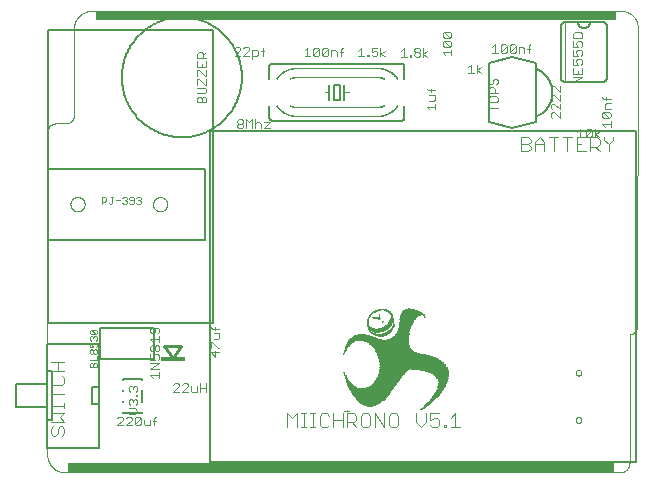
<source format=gto>
G75*
%MOIN*%
%OFA0B0*%
%FSLAX25Y25*%
%IPPOS*%
%LPD*%
%AMOC8*
5,1,8,0,0,1.08239X$1,22.5*
%
%ADD10C,0.00000*%
%ADD11R,1.73228X0.03150*%
%ADD12R,1.82283X0.03228*%
%ADD13R,0.00240X0.00020*%
%ADD14R,0.00340X0.00020*%
%ADD15R,0.00380X0.00020*%
%ADD16R,0.00420X0.00020*%
%ADD17R,0.00460X0.00020*%
%ADD18R,0.00480X0.00020*%
%ADD19R,0.00500X0.00020*%
%ADD20R,0.00520X0.00020*%
%ADD21R,0.00540X0.00020*%
%ADD22R,0.00560X0.00020*%
%ADD23R,0.00580X0.00020*%
%ADD24R,0.00600X0.00020*%
%ADD25R,0.00600X0.00020*%
%ADD26R,0.00620X0.00020*%
%ADD27R,0.00620X0.00020*%
%ADD28R,0.00640X0.00020*%
%ADD29R,0.00660X0.00020*%
%ADD30R,0.00660X0.00020*%
%ADD31R,0.00680X0.00020*%
%ADD32R,0.00700X0.00020*%
%ADD33R,0.00720X0.00020*%
%ADD34R,0.00720X0.00020*%
%ADD35R,0.00740X0.00020*%
%ADD36R,0.00740X0.00020*%
%ADD37R,0.00760X0.00020*%
%ADD38R,0.00760X0.00020*%
%ADD39R,0.00760X0.00020*%
%ADD40R,0.00780X0.00020*%
%ADD41R,0.00780X0.00020*%
%ADD42R,0.00800X0.00020*%
%ADD43R,0.00800X0.00020*%
%ADD44R,0.00820X0.00020*%
%ADD45R,0.00820X0.00020*%
%ADD46R,0.00840X0.00020*%
%ADD47R,0.00840X0.00020*%
%ADD48R,0.00860X0.00020*%
%ADD49R,0.00860X0.00020*%
%ADD50R,0.00880X0.00020*%
%ADD51R,0.00880X0.00020*%
%ADD52R,0.00900X0.00020*%
%ADD53R,0.00900X0.00020*%
%ADD54R,0.00920X0.00020*%
%ADD55R,0.00920X0.00020*%
%ADD56R,0.00940X0.00020*%
%ADD57R,0.00940X0.00020*%
%ADD58R,0.00960X0.00020*%
%ADD59R,0.00980X0.00020*%
%ADD60R,0.01280X0.00020*%
%ADD61R,0.00980X0.00020*%
%ADD62R,0.01560X0.00020*%
%ADD63R,0.00980X0.00020*%
%ADD64R,0.01800X0.00020*%
%ADD65R,0.01000X0.00020*%
%ADD66R,0.02040X0.00020*%
%ADD67R,0.02220X0.00020*%
%ADD68R,0.01000X0.00020*%
%ADD69R,0.02400X0.00020*%
%ADD70R,0.01020X0.00020*%
%ADD71R,0.02560X0.00020*%
%ADD72R,0.01020X0.00020*%
%ADD73R,0.02720X0.00020*%
%ADD74R,0.01040X0.00020*%
%ADD75R,0.02860X0.00020*%
%ADD76R,0.01040X0.00020*%
%ADD77R,0.03020X0.00020*%
%ADD78R,0.01040X0.00020*%
%ADD79R,0.03140X0.00020*%
%ADD80R,0.01060X0.00020*%
%ADD81R,0.03260X0.00020*%
%ADD82R,0.01060X0.00020*%
%ADD83R,0.03380X0.00020*%
%ADD84R,0.03480X0.00020*%
%ADD85R,0.01060X0.00020*%
%ADD86R,0.03600X0.00020*%
%ADD87R,0.01060X0.00020*%
%ADD88R,0.03680X0.00020*%
%ADD89R,0.03780X0.00020*%
%ADD90R,0.01080X0.00020*%
%ADD91R,0.03860X0.00020*%
%ADD92R,0.01080X0.00020*%
%ADD93R,0.03980X0.00020*%
%ADD94R,0.01080X0.00020*%
%ADD95R,0.04060X0.00020*%
%ADD96R,0.04160X0.00020*%
%ADD97R,0.01100X0.00020*%
%ADD98R,0.04240X0.00020*%
%ADD99R,0.01100X0.00020*%
%ADD100R,0.04320X0.00020*%
%ADD101R,0.04400X0.00020*%
%ADD102R,0.01120X0.00020*%
%ADD103R,0.04480X0.00020*%
%ADD104R,0.01120X0.00020*%
%ADD105R,0.04560X0.00020*%
%ADD106R,0.04660X0.00020*%
%ADD107R,0.04740X0.00020*%
%ADD108R,0.01140X0.00020*%
%ADD109R,0.04820X0.00020*%
%ADD110R,0.01140X0.00020*%
%ADD111R,0.04880X0.00020*%
%ADD112R,0.01140X0.00020*%
%ADD113R,0.04960X0.00020*%
%ADD114R,0.05040X0.00020*%
%ADD115R,0.01160X0.00020*%
%ADD116R,0.05120X0.00020*%
%ADD117R,0.01160X0.00020*%
%ADD118R,0.05200X0.00020*%
%ADD119R,0.05280X0.00020*%
%ADD120R,0.01160X0.00020*%
%ADD121R,0.05340X0.00020*%
%ADD122R,0.01180X0.00020*%
%ADD123R,0.05420X0.00020*%
%ADD124R,0.01180X0.00020*%
%ADD125R,0.05500X0.00020*%
%ADD126R,0.05560X0.00020*%
%ADD127R,0.01180X0.00020*%
%ADD128R,0.05620X0.00020*%
%ADD129R,0.01200X0.00020*%
%ADD130R,0.05700X0.00020*%
%ADD131R,0.01220X0.00020*%
%ADD132R,0.05780X0.00020*%
%ADD133R,0.01220X0.00020*%
%ADD134R,0.05840X0.00020*%
%ADD135R,0.05900X0.00020*%
%ADD136R,0.01220X0.00020*%
%ADD137R,0.05960X0.00020*%
%ADD138R,0.01240X0.00020*%
%ADD139R,0.06040X0.00020*%
%ADD140R,0.01240X0.00020*%
%ADD141R,0.06080X0.00020*%
%ADD142R,0.06160X0.00020*%
%ADD143R,0.06220X0.00020*%
%ADD144R,0.01240X0.00020*%
%ADD145R,0.06300X0.00020*%
%ADD146R,0.01260X0.00020*%
%ADD147R,0.06340X0.00020*%
%ADD148R,0.01260X0.00020*%
%ADD149R,0.06420X0.00020*%
%ADD150R,0.06460X0.00020*%
%ADD151R,0.01260X0.00020*%
%ADD152R,0.06540X0.00020*%
%ADD153R,0.06600X0.00020*%
%ADD154R,0.06640X0.00020*%
%ADD155R,0.06720X0.00020*%
%ADD156R,0.01280X0.00020*%
%ADD157R,0.06760X0.00020*%
%ADD158R,0.06840X0.00020*%
%ADD159R,0.01280X0.00020*%
%ADD160R,0.06880X0.00020*%
%ADD161R,0.01280X0.00020*%
%ADD162R,0.06940X0.00020*%
%ADD163R,0.07000X0.00020*%
%ADD164R,0.01300X0.00020*%
%ADD165R,0.07060X0.00020*%
%ADD166R,0.01320X0.00020*%
%ADD167R,0.07100X0.00020*%
%ADD168R,0.01320X0.00020*%
%ADD169R,0.07160X0.00020*%
%ADD170R,0.01320X0.00020*%
%ADD171R,0.07220X0.00020*%
%ADD172R,0.07280X0.00020*%
%ADD173R,0.01320X0.00020*%
%ADD174R,0.07320X0.00020*%
%ADD175R,0.07380X0.00020*%
%ADD176R,0.01340X0.00020*%
%ADD177R,0.07440X0.00020*%
%ADD178R,0.01340X0.00020*%
%ADD179R,0.07480X0.00020*%
%ADD180R,0.07540X0.00020*%
%ADD181R,0.01340X0.00020*%
%ADD182R,0.07580X0.00020*%
%ADD183R,0.07620X0.00020*%
%ADD184R,0.07700X0.00020*%
%ADD185R,0.01360X0.00020*%
%ADD186R,0.07740X0.00020*%
%ADD187R,0.01360X0.00020*%
%ADD188R,0.07780X0.00020*%
%ADD189R,0.01380X0.00020*%
%ADD190R,0.07840X0.00020*%
%ADD191R,0.01380X0.00020*%
%ADD192R,0.07880X0.00020*%
%ADD193R,0.01380X0.00020*%
%ADD194R,0.07920X0.00020*%
%ADD195R,0.08000X0.00020*%
%ADD196R,0.08040X0.00020*%
%ADD197R,0.08080X0.00020*%
%ADD198R,0.08140X0.00020*%
%ADD199R,0.08180X0.00020*%
%ADD200R,0.01400X0.00020*%
%ADD201R,0.08220X0.00020*%
%ADD202R,0.01420X0.00020*%
%ADD203R,0.08260X0.00020*%
%ADD204R,0.01420X0.00020*%
%ADD205R,0.08320X0.00020*%
%ADD206R,0.01420X0.00020*%
%ADD207R,0.08360X0.00020*%
%ADD208R,0.08400X0.00020*%
%ADD209R,0.08440X0.00020*%
%ADD210R,0.08480X0.00020*%
%ADD211R,0.08560X0.00020*%
%ADD212R,0.01440X0.00020*%
%ADD213R,0.08600X0.00020*%
%ADD214R,0.01440X0.00020*%
%ADD215R,0.08640X0.00020*%
%ADD216R,0.01440X0.00020*%
%ADD217R,0.08680X0.00020*%
%ADD218R,0.08720X0.00020*%
%ADD219R,0.08760X0.00020*%
%ADD220R,0.01460X0.00020*%
%ADD221R,0.08820X0.00020*%
%ADD222R,0.08860X0.00020*%
%ADD223R,0.01480X0.00020*%
%ADD224R,0.08900X0.00020*%
%ADD225R,0.01480X0.00020*%
%ADD226R,0.08940X0.00020*%
%ADD227R,0.01480X0.00020*%
%ADD228R,0.08980X0.00020*%
%ADD229R,0.09020X0.00020*%
%ADD230R,0.01480X0.00020*%
%ADD231R,0.09060X0.00020*%
%ADD232R,0.09100X0.00020*%
%ADD233R,0.09140X0.00020*%
%ADD234R,0.01500X0.00020*%
%ADD235R,0.09180X0.00020*%
%ADD236R,0.01500X0.00020*%
%ADD237R,0.09220X0.00020*%
%ADD238R,0.09260X0.00020*%
%ADD239R,0.09300X0.00020*%
%ADD240R,0.09340X0.00020*%
%ADD241R,0.09380X0.00020*%
%ADD242R,0.01520X0.00020*%
%ADD243R,0.09420X0.00020*%
%ADD244R,0.01520X0.00020*%
%ADD245R,0.09460X0.00020*%
%ADD246R,0.01520X0.00020*%
%ADD247R,0.09500X0.00020*%
%ADD248R,0.09540X0.00020*%
%ADD249R,0.01520X0.00020*%
%ADD250R,0.09580X0.00020*%
%ADD251R,0.09620X0.00020*%
%ADD252R,0.01540X0.00020*%
%ADD253R,0.09660X0.00020*%
%ADD254R,0.01540X0.00020*%
%ADD255R,0.09680X0.00020*%
%ADD256R,0.09720X0.00020*%
%ADD257R,0.01540X0.00020*%
%ADD258R,0.09760X0.00020*%
%ADD259R,0.09800X0.00020*%
%ADD260R,0.01560X0.00020*%
%ADD261R,0.09840X0.00020*%
%ADD262R,0.09880X0.00020*%
%ADD263R,0.09920X0.00020*%
%ADD264R,0.01560X0.00020*%
%ADD265R,0.09960X0.00020*%
%ADD266R,0.09980X0.00020*%
%ADD267R,0.01580X0.00020*%
%ADD268R,0.10020X0.00020*%
%ADD269R,0.01580X0.00020*%
%ADD270R,0.10060X0.00020*%
%ADD271R,0.01580X0.00020*%
%ADD272R,0.10100X0.00020*%
%ADD273R,0.01580X0.00020*%
%ADD274R,0.10140X0.00020*%
%ADD275R,0.10180X0.00020*%
%ADD276R,0.01600X0.00020*%
%ADD277R,0.10200X0.00020*%
%ADD278R,0.01600X0.00020*%
%ADD279R,0.10240X0.00020*%
%ADD280R,0.10260X0.00020*%
%ADD281R,0.10300X0.00020*%
%ADD282R,0.01620X0.00020*%
%ADD283R,0.10340X0.00020*%
%ADD284R,0.01620X0.00020*%
%ADD285R,0.10380X0.00020*%
%ADD286R,0.01620X0.00020*%
%ADD287R,0.10400X0.00020*%
%ADD288R,0.10440X0.00020*%
%ADD289R,0.01620X0.00020*%
%ADD290R,0.10480X0.00020*%
%ADD291R,0.01640X0.00020*%
%ADD292R,0.10520X0.00020*%
%ADD293R,0.10560X0.00020*%
%ADD294R,0.01640X0.00020*%
%ADD295R,0.10580X0.00020*%
%ADD296R,0.10600X0.00020*%
%ADD297R,0.01660X0.00020*%
%ADD298R,0.10640X0.00020*%
%ADD299R,0.01660X0.00020*%
%ADD300R,0.10680X0.00020*%
%ADD301R,0.10720X0.00020*%
%ADD302R,0.01660X0.00020*%
%ADD303R,0.10740X0.00020*%
%ADD304R,0.01680X0.00020*%
%ADD305R,0.10780X0.00020*%
%ADD306R,0.10820X0.00020*%
%ADD307R,0.10860X0.00020*%
%ADD308R,0.10860X0.00020*%
%ADD309R,0.01680X0.00020*%
%ADD310R,0.10900X0.00020*%
%ADD311R,0.10940X0.00020*%
%ADD312R,0.01680X0.00020*%
%ADD313R,0.10560X0.00020*%
%ADD314R,0.00400X0.00020*%
%ADD315R,0.01680X0.00020*%
%ADD316R,0.01700X0.00020*%
%ADD317R,0.10580X0.00020*%
%ADD318R,0.00400X0.00020*%
%ADD319R,0.01700X0.00020*%
%ADD320R,0.10600X0.00020*%
%ADD321R,0.00380X0.00020*%
%ADD322R,0.10640X0.00020*%
%ADD323R,0.00380X0.00020*%
%ADD324R,0.01720X0.00020*%
%ADD325R,0.01720X0.00020*%
%ADD326R,0.10680X0.00020*%
%ADD327R,0.10740X0.00020*%
%ADD328R,0.10800X0.00020*%
%ADD329R,0.11240X0.00020*%
%ADD330R,0.01720X0.00020*%
%ADD331R,0.11280X0.00020*%
%ADD332R,0.11320X0.00020*%
%ADD333R,0.01740X0.00020*%
%ADD334R,0.11340X0.00020*%
%ADD335R,0.01740X0.00020*%
%ADD336R,0.11380X0.00020*%
%ADD337R,0.01740X0.00020*%
%ADD338R,0.11420X0.00020*%
%ADD339R,0.11440X0.00020*%
%ADD340R,0.01760X0.00020*%
%ADD341R,0.11460X0.00020*%
%ADD342R,0.11500X0.00020*%
%ADD343R,0.01740X0.00020*%
%ADD344R,0.11540X0.00020*%
%ADD345R,0.11560X0.00020*%
%ADD346R,0.01760X0.00020*%
%ADD347R,0.11580X0.00020*%
%ADD348R,0.01760X0.00020*%
%ADD349R,0.11620X0.00020*%
%ADD350R,0.01780X0.00020*%
%ADD351R,0.11640X0.00020*%
%ADD352R,0.01780X0.00020*%
%ADD353R,0.11680X0.00020*%
%ADD354R,0.11720X0.00020*%
%ADD355R,0.01780X0.00020*%
%ADD356R,0.11740X0.00020*%
%ADD357R,0.01780X0.00020*%
%ADD358R,0.11760X0.00020*%
%ADD359R,0.11800X0.00020*%
%ADD360R,0.11840X0.00020*%
%ADD361R,0.11860X0.00020*%
%ADD362R,0.01800X0.00020*%
%ADD363R,0.11880X0.00020*%
%ADD364R,0.11920X0.00020*%
%ADD365R,0.11940X0.00020*%
%ADD366R,0.11980X0.00020*%
%ADD367R,0.12000X0.00020*%
%ADD368R,0.01820X0.00020*%
%ADD369R,0.12020X0.00020*%
%ADD370R,0.01820X0.00020*%
%ADD371R,0.12060X0.00020*%
%ADD372R,0.01820X0.00020*%
%ADD373R,0.12100X0.00020*%
%ADD374R,0.12100X0.00020*%
%ADD375R,0.12140X0.00020*%
%ADD376R,0.01840X0.00020*%
%ADD377R,0.12160X0.00020*%
%ADD378R,0.01840X0.00020*%
%ADD379R,0.12200X0.00020*%
%ADD380R,0.01840X0.00020*%
%ADD381R,0.12220X0.00020*%
%ADD382R,0.01860X0.00020*%
%ADD383R,0.12240X0.00020*%
%ADD384R,0.12280X0.00020*%
%ADD385R,0.12320X0.00020*%
%ADD386R,0.01860X0.00020*%
%ADD387R,0.12340X0.00020*%
%ADD388R,0.12360X0.00020*%
%ADD389R,0.12400X0.00020*%
%ADD390R,0.12420X0.00020*%
%ADD391R,0.12460X0.00020*%
%ADD392R,0.01860X0.00020*%
%ADD393R,0.01880X0.00020*%
%ADD394R,0.12500X0.00020*%
%ADD395R,0.01880X0.00020*%
%ADD396R,0.12540X0.00020*%
%ADD397R,0.01880X0.00020*%
%ADD398R,0.12540X0.00020*%
%ADD399R,0.01880X0.00020*%
%ADD400R,0.12580X0.00020*%
%ADD401R,0.12620X0.00020*%
%ADD402R,0.01900X0.00020*%
%ADD403R,0.12640X0.00020*%
%ADD404R,0.01900X0.00020*%
%ADD405R,0.12660X0.00020*%
%ADD406R,0.12680X0.00020*%
%ADD407R,0.12720X0.00020*%
%ADD408R,0.12760X0.00020*%
%ADD409R,0.01920X0.00020*%
%ADD410R,0.12760X0.00020*%
%ADD411R,0.12800X0.00020*%
%ADD412R,0.01920X0.00020*%
%ADD413R,0.12820X0.00020*%
%ADD414R,0.01920X0.00020*%
%ADD415R,0.12860X0.00020*%
%ADD416R,0.12880X0.00020*%
%ADD417R,0.12900X0.00020*%
%ADD418R,0.01920X0.00020*%
%ADD419R,0.12940X0.00020*%
%ADD420R,0.01940X0.00020*%
%ADD421R,0.12940X0.00020*%
%ADD422R,0.01940X0.00020*%
%ADD423R,0.12980X0.00020*%
%ADD424R,0.13000X0.00020*%
%ADD425R,0.13040X0.00020*%
%ADD426R,0.01940X0.00020*%
%ADD427R,0.13060X0.00020*%
%ADD428R,0.01960X0.00020*%
%ADD429R,0.13080X0.00020*%
%ADD430R,0.01960X0.00020*%
%ADD431R,0.13120X0.00020*%
%ADD432R,0.01960X0.00020*%
%ADD433R,0.13160X0.00020*%
%ADD434R,0.13180X0.00020*%
%ADD435R,0.13220X0.00020*%
%ADD436R,0.13240X0.00020*%
%ADD437R,0.01980X0.00020*%
%ADD438R,0.13260X0.00020*%
%ADD439R,0.01980X0.00020*%
%ADD440R,0.13300X0.00020*%
%ADD441R,0.01980X0.00020*%
%ADD442R,0.13300X0.00020*%
%ADD443R,0.13340X0.00020*%
%ADD444R,0.02000X0.00020*%
%ADD445R,0.13360X0.00020*%
%ADD446R,0.02000X0.00020*%
%ADD447R,0.13400X0.00020*%
%ADD448R,0.13420X0.00020*%
%ADD449R,0.13440X0.00020*%
%ADD450R,0.02020X0.00020*%
%ADD451R,0.13480X0.00020*%
%ADD452R,0.13480X0.00020*%
%ADD453R,0.13520X0.00020*%
%ADD454R,0.13540X0.00020*%
%ADD455R,0.02020X0.00020*%
%ADD456R,0.13580X0.00020*%
%ADD457R,0.13580X0.00020*%
%ADD458R,0.02020X0.00020*%
%ADD459R,0.13620X0.00020*%
%ADD460R,0.02040X0.00020*%
%ADD461R,0.13640X0.00020*%
%ADD462R,0.13660X0.00020*%
%ADD463R,0.02040X0.00020*%
%ADD464R,0.13680X0.00020*%
%ADD465R,0.13720X0.00020*%
%ADD466R,0.13740X0.00020*%
%ADD467R,0.13760X0.00020*%
%ADD468R,0.02060X0.00020*%
%ADD469R,0.13800X0.00020*%
%ADD470R,0.13820X0.00020*%
%ADD471R,0.13840X0.00020*%
%ADD472R,0.02080X0.00020*%
%ADD473R,0.13860X0.00020*%
%ADD474R,0.02060X0.00020*%
%ADD475R,0.13900X0.00020*%
%ADD476R,0.02080X0.00020*%
%ADD477R,0.13900X0.00020*%
%ADD478R,0.02080X0.00020*%
%ADD479R,0.13940X0.00020*%
%ADD480R,0.02080X0.00020*%
%ADD481R,0.13960X0.00020*%
%ADD482R,0.13980X0.00020*%
%ADD483R,0.02100X0.00020*%
%ADD484R,0.14000X0.00020*%
%ADD485R,0.14040X0.00020*%
%ADD486R,0.02100X0.00020*%
%ADD487R,0.14060X0.00020*%
%ADD488R,0.14080X0.00020*%
%ADD489R,0.14100X0.00020*%
%ADD490R,0.14140X0.00020*%
%ADD491R,0.02120X0.00020*%
%ADD492R,0.14140X0.00020*%
%ADD493R,0.02120X0.00020*%
%ADD494R,0.14180X0.00020*%
%ADD495R,0.02120X0.00020*%
%ADD496R,0.14200X0.00020*%
%ADD497R,0.02140X0.00020*%
%ADD498R,0.14220X0.00020*%
%ADD499R,0.14240X0.00020*%
%ADD500R,0.02140X0.00020*%
%ADD501R,0.14280X0.00020*%
%ADD502R,0.02140X0.00020*%
%ADD503R,0.14300X0.00020*%
%ADD504R,0.02140X0.00020*%
%ADD505R,0.14320X0.00020*%
%ADD506R,0.02160X0.00020*%
%ADD507R,0.14340X0.00020*%
%ADD508R,0.14380X0.00020*%
%ADD509R,0.02160X0.00020*%
%ADD510R,0.14380X0.00020*%
%ADD511R,0.02160X0.00020*%
%ADD512R,0.14420X0.00020*%
%ADD513R,0.02160X0.00020*%
%ADD514R,0.14440X0.00020*%
%ADD515R,0.02180X0.00020*%
%ADD516R,0.14460X0.00020*%
%ADD517R,0.02180X0.00020*%
%ADD518R,0.14480X0.00020*%
%ADD519R,0.14520X0.00020*%
%ADD520R,0.14540X0.00020*%
%ADD521R,0.02180X0.00020*%
%ADD522R,0.14560X0.00020*%
%ADD523R,0.02200X0.00020*%
%ADD524R,0.03940X0.00020*%
%ADD525R,0.10100X0.00020*%
%ADD526R,0.02200X0.00020*%
%ADD527R,0.03760X0.00020*%
%ADD528R,0.09900X0.00020*%
%ADD529R,0.03620X0.00020*%
%ADD530R,0.09760X0.00020*%
%ADD531R,0.03500X0.00020*%
%ADD532R,0.09660X0.00020*%
%ADD533R,0.03420X0.00020*%
%ADD534R,0.09580X0.00020*%
%ADD535R,0.03320X0.00020*%
%ADD536R,0.02240X0.00020*%
%ADD537R,0.03260X0.00020*%
%ADD538R,0.02220X0.00020*%
%ADD539R,0.03200X0.00020*%
%ADD540R,0.09380X0.00020*%
%ADD541R,0.02240X0.00020*%
%ADD542R,0.03140X0.00020*%
%ADD543R,0.09320X0.00020*%
%ADD544R,0.02220X0.00020*%
%ADD545R,0.03080X0.00020*%
%ADD546R,0.03040X0.00020*%
%ADD547R,0.09220X0.00020*%
%ADD548R,0.02260X0.00020*%
%ADD549R,0.02980X0.00020*%
%ADD550R,0.02940X0.00020*%
%ADD551R,0.09120X0.00020*%
%ADD552R,0.02260X0.00020*%
%ADD553R,0.02880X0.00020*%
%ADD554R,0.09080X0.00020*%
%ADD555R,0.02860X0.00020*%
%ADD556R,0.09040X0.00020*%
%ADD557R,0.02280X0.00020*%
%ADD558R,0.02800X0.00020*%
%ADD559R,0.09000X0.00020*%
%ADD560R,0.02760X0.00020*%
%ADD561R,0.08960X0.00020*%
%ADD562R,0.02280X0.00020*%
%ADD563R,0.02720X0.00020*%
%ADD564R,0.02300X0.00020*%
%ADD565R,0.02680X0.00020*%
%ADD566R,0.02280X0.00020*%
%ADD567R,0.02660X0.00020*%
%ADD568R,0.02620X0.00020*%
%ADD569R,0.08840X0.00020*%
%ADD570R,0.02300X0.00020*%
%ADD571R,0.02600X0.00020*%
%ADD572R,0.08800X0.00020*%
%ADD573R,0.02540X0.00020*%
%ADD574R,0.08760X0.00020*%
%ADD575R,0.02520X0.00020*%
%ADD576R,0.08740X0.00020*%
%ADD577R,0.02320X0.00020*%
%ADD578R,0.02500X0.00020*%
%ADD579R,0.02320X0.00020*%
%ADD580R,0.02460X0.00020*%
%ADD581R,0.08700X0.00020*%
%ADD582R,0.02320X0.00020*%
%ADD583R,0.02440X0.00020*%
%ADD584R,0.08660X0.00020*%
%ADD585R,0.02340X0.00020*%
%ADD586R,0.02400X0.00020*%
%ADD587R,0.08640X0.00020*%
%ADD588R,0.02340X0.00020*%
%ADD589R,0.02380X0.00020*%
%ADD590R,0.08620X0.00020*%
%ADD591R,0.08580X0.00020*%
%ADD592R,0.02340X0.00020*%
%ADD593R,0.08580X0.00020*%
%ADD594R,0.02360X0.00020*%
%ADD595R,0.08560X0.00020*%
%ADD596R,0.08520X0.00020*%
%ADD597R,0.02360X0.00020*%
%ADD598R,0.08500X0.00020*%
%ADD599R,0.02220X0.00020*%
%ADD600R,0.08500X0.00020*%
%ADD601R,0.02380X0.00020*%
%ADD602R,0.08480X0.00020*%
%ADD603R,0.02380X0.00020*%
%ADD604R,0.08440X0.00020*%
%ADD605R,0.02380X0.00020*%
%ADD606R,0.08420X0.00020*%
%ADD607R,0.08380X0.00020*%
%ADD608R,0.08380X0.00020*%
%ADD609R,0.02420X0.00020*%
%ADD610R,0.02060X0.00020*%
%ADD611R,0.08340X0.00020*%
%ADD612R,0.02420X0.00020*%
%ADD613R,0.08300X0.00020*%
%ADD614R,0.02440X0.00020*%
%ADD615R,0.08300X0.00020*%
%ADD616R,0.02460X0.00020*%
%ADD617R,0.08260X0.00020*%
%ADD618R,0.02460X0.00020*%
%ADD619R,0.08260X0.00020*%
%ADD620R,0.08220X0.00020*%
%ADD621R,0.02480X0.00020*%
%ADD622R,0.08200X0.00020*%
%ADD623R,0.08200X0.00020*%
%ADD624R,0.02480X0.00020*%
%ADD625R,0.08160X0.00020*%
%ADD626R,0.02480X0.00020*%
%ADD627R,0.08160X0.00020*%
%ADD628R,0.08160X0.00020*%
%ADD629R,0.02500X0.00020*%
%ADD630R,0.08120X0.00020*%
%ADD631R,0.02520X0.00020*%
%ADD632R,0.08120X0.00020*%
%ADD633R,0.08080X0.00020*%
%ADD634R,0.02520X0.00020*%
%ADD635R,0.02540X0.00020*%
%ADD636R,0.08060X0.00020*%
%ADD637R,0.02560X0.00020*%
%ADD638R,0.01660X0.00020*%
%ADD639R,0.08040X0.00020*%
%ADD640R,0.02560X0.00020*%
%ADD641R,0.02580X0.00020*%
%ADD642R,0.08040X0.00020*%
%ADD643R,0.08000X0.00020*%
%ADD644R,0.02580X0.00020*%
%ADD645R,0.02580X0.00020*%
%ADD646R,0.02600X0.00020*%
%ADD647R,0.07980X0.00020*%
%ADD648R,0.07960X0.00020*%
%ADD649R,0.07960X0.00020*%
%ADD650R,0.02620X0.00020*%
%ADD651R,0.07940X0.00020*%
%ADD652R,0.02640X0.00020*%
%ADD653R,0.07940X0.00020*%
%ADD654R,0.02640X0.00020*%
%ADD655R,0.07920X0.00020*%
%ADD656R,0.02660X0.00020*%
%ADD657R,0.07920X0.00020*%
%ADD658R,0.07900X0.00020*%
%ADD659R,0.02660X0.00020*%
%ADD660R,0.07880X0.00020*%
%ADD661R,0.07880X0.00020*%
%ADD662R,0.02680X0.00020*%
%ADD663R,0.01400X0.00020*%
%ADD664R,0.07860X0.00020*%
%ADD665R,0.02700X0.00020*%
%ADD666R,0.07860X0.00020*%
%ADD667R,0.02700X0.00020*%
%ADD668R,0.02720X0.00020*%
%ADD669R,0.07840X0.00020*%
%ADD670R,0.02720X0.00020*%
%ADD671R,0.02740X0.00020*%
%ADD672R,0.02740X0.00020*%
%ADD673R,0.01300X0.00020*%
%ADD674R,0.07820X0.00020*%
%ADD675R,0.07820X0.00020*%
%ADD676R,0.02760X0.00020*%
%ADD677R,0.02780X0.00020*%
%ADD678R,0.07800X0.00020*%
%ADD679R,0.02780X0.00020*%
%ADD680R,0.07800X0.00020*%
%ADD681R,0.02820X0.00020*%
%ADD682R,0.02820X0.00020*%
%ADD683R,0.07780X0.00020*%
%ADD684R,0.02840X0.00020*%
%ADD685R,0.02840X0.00020*%
%ADD686R,0.01200X0.00020*%
%ADD687R,0.07760X0.00020*%
%ADD688R,0.01180X0.00020*%
%ADD689R,0.07760X0.00020*%
%ADD690R,0.02860X0.00020*%
%ADD691R,0.07780X0.00020*%
%ADD692R,0.07760X0.00020*%
%ADD693R,0.02880X0.00020*%
%ADD694R,0.02880X0.00020*%
%ADD695R,0.01120X0.00020*%
%ADD696R,0.02900X0.00020*%
%ADD697R,0.07740X0.00020*%
%ADD698R,0.02900X0.00020*%
%ADD699R,0.07740X0.00020*%
%ADD700R,0.02940X0.00020*%
%ADD701R,0.02940X0.00020*%
%ADD702R,0.07740X0.00020*%
%ADD703R,0.02960X0.00020*%
%ADD704R,0.02960X0.00020*%
%ADD705R,0.01080X0.00020*%
%ADD706R,0.07720X0.00020*%
%ADD707R,0.02980X0.00020*%
%ADD708R,0.07720X0.00020*%
%ADD709R,0.03000X0.00020*%
%ADD710R,0.03020X0.00020*%
%ADD711R,0.01020X0.00020*%
%ADD712R,0.07720X0.00020*%
%ADD713R,0.03020X0.00020*%
%ADD714R,0.03060X0.00020*%
%ADD715R,0.03060X0.00020*%
%ADD716R,0.03080X0.00020*%
%ADD717R,0.00940X0.00020*%
%ADD718R,0.07720X0.00020*%
%ADD719R,0.03100X0.00020*%
%ADD720R,0.03120X0.00020*%
%ADD721R,0.00920X0.00020*%
%ADD722R,0.03120X0.00020*%
%ADD723R,0.03160X0.00020*%
%ADD724R,0.03160X0.00020*%
%ADD725R,0.00880X0.00020*%
%ADD726R,0.03200X0.00020*%
%ADD727R,0.00860X0.00020*%
%ADD728R,0.03240X0.00020*%
%ADD729R,0.03240X0.00020*%
%ADD730R,0.00840X0.00020*%
%ADD731R,0.03280X0.00020*%
%ADD732R,0.00820X0.00020*%
%ADD733R,0.03280X0.00020*%
%ADD734R,0.03300X0.00020*%
%ADD735R,0.00780X0.00020*%
%ADD736R,0.03300X0.00020*%
%ADD737R,0.00780X0.00020*%
%ADD738R,0.03340X0.00020*%
%ADD739R,0.03340X0.00020*%
%ADD740R,0.03380X0.00020*%
%ADD741R,0.03380X0.00020*%
%ADD742R,0.03400X0.00020*%
%ADD743R,0.03420X0.00020*%
%ADD744R,0.03440X0.00020*%
%ADD745R,0.00720X0.00020*%
%ADD746R,0.03440X0.00020*%
%ADD747R,0.07760X0.00020*%
%ADD748R,0.03460X0.00020*%
%ADD749R,0.03460X0.00020*%
%ADD750R,0.03500X0.00020*%
%ADD751R,0.00680X0.00020*%
%ADD752R,0.00680X0.00020*%
%ADD753R,0.03520X0.00020*%
%ADD754R,0.07780X0.00020*%
%ADD755R,0.03540X0.00020*%
%ADD756R,0.03560X0.00020*%
%ADD757R,0.03560X0.00020*%
%ADD758R,0.03580X0.00020*%
%ADD759R,0.03620X0.00020*%
%ADD760R,0.03640X0.00020*%
%ADD761R,0.00620X0.00020*%
%ADD762R,0.03640X0.00020*%
%ADD763R,0.03660X0.00020*%
%ADD764R,0.07820X0.00020*%
%ADD765R,0.03700X0.00020*%
%ADD766R,0.03700X0.00020*%
%ADD767R,0.00580X0.00020*%
%ADD768R,0.03720X0.00020*%
%ADD769R,0.00560X0.00020*%
%ADD770R,0.03740X0.00020*%
%ADD771R,0.03800X0.00020*%
%ADD772R,0.00540X0.00020*%
%ADD773R,0.07840X0.00020*%
%ADD774R,0.03800X0.00020*%
%ADD775R,0.03820X0.00020*%
%ADD776R,0.03840X0.00020*%
%ADD777R,0.03840X0.00020*%
%ADD778R,0.00520X0.00020*%
%ADD779R,0.07860X0.00020*%
%ADD780R,0.03880X0.00020*%
%ADD781R,0.00520X0.00020*%
%ADD782R,0.03900X0.00020*%
%ADD783R,0.00520X0.00020*%
%ADD784R,0.03900X0.00020*%
%ADD785R,0.07900X0.00020*%
%ADD786R,0.03920X0.00020*%
%ADD787R,0.03940X0.00020*%
%ADD788R,0.03960X0.00020*%
%ADD789R,0.00480X0.00020*%
%ADD790R,0.07920X0.00020*%
%ADD791R,0.03980X0.00020*%
%ADD792R,0.00480X0.00020*%
%ADD793R,0.04000X0.00020*%
%ADD794R,0.04020X0.00020*%
%ADD795R,0.04040X0.00020*%
%ADD796R,0.00460X0.00020*%
%ADD797R,0.04060X0.00020*%
%ADD798R,0.00460X0.00020*%
%ADD799R,0.00440X0.00020*%
%ADD800R,0.07960X0.00020*%
%ADD801R,0.04080X0.00020*%
%ADD802R,0.00440X0.00020*%
%ADD803R,0.04120X0.00020*%
%ADD804R,0.00440X0.00020*%
%ADD805R,0.04140X0.00020*%
%ADD806R,0.00420X0.00020*%
%ADD807R,0.07980X0.00020*%
%ADD808R,0.04180X0.00020*%
%ADD809R,0.00420X0.00020*%
%ADD810R,0.04200X0.00020*%
%ADD811R,0.04220X0.00020*%
%ADD812R,0.04240X0.00020*%
%ADD813R,0.08020X0.00020*%
%ADD814R,0.04280X0.00020*%
%ADD815R,0.04300X0.00020*%
%ADD816R,0.08020X0.00020*%
%ADD817R,0.04320X0.00020*%
%ADD818R,0.00380X0.00020*%
%ADD819R,0.04340X0.00020*%
%ADD820R,0.00360X0.00020*%
%ADD821R,0.04360X0.00020*%
%ADD822R,0.04380X0.00020*%
%ADD823R,0.00360X0.00020*%
%ADD824R,0.08060X0.00020*%
%ADD825R,0.04420X0.00020*%
%ADD826R,0.00340X0.00020*%
%ADD827R,0.08080X0.00020*%
%ADD828R,0.04440X0.00020*%
%ADD829R,0.08080X0.00020*%
%ADD830R,0.04460X0.00020*%
%ADD831R,0.08100X0.00020*%
%ADD832R,0.04500X0.00020*%
%ADD833R,0.04520X0.00020*%
%ADD834R,0.00320X0.00020*%
%ADD835R,0.08100X0.00020*%
%ADD836R,0.04560X0.00020*%
%ADD837R,0.00320X0.00020*%
%ADD838R,0.08120X0.00020*%
%ADD839R,0.04580X0.00020*%
%ADD840R,0.00300X0.00020*%
%ADD841R,0.08120X0.00020*%
%ADD842R,0.04600X0.00020*%
%ADD843R,0.08140X0.00020*%
%ADD844R,0.04620X0.00020*%
%ADD845R,0.04640X0.00020*%
%ADD846R,0.04660X0.00020*%
%ADD847R,0.00280X0.00020*%
%ADD848R,0.04680X0.00020*%
%ADD849R,0.00280X0.00020*%
%ADD850R,0.08180X0.00020*%
%ADD851R,0.04720X0.00020*%
%ADD852R,0.00280X0.00020*%
%ADD853R,0.08180X0.00020*%
%ADD854R,0.04740X0.00020*%
%ADD855R,0.00280X0.00020*%
%ADD856R,0.04760X0.00020*%
%ADD857R,0.00260X0.00020*%
%ADD858R,0.04780X0.00020*%
%ADD859R,0.00260X0.00020*%
%ADD860R,0.04820X0.00020*%
%ADD861R,0.00240X0.00020*%
%ADD862R,0.08220X0.00020*%
%ADD863R,0.04840X0.00020*%
%ADD864R,0.04860X0.00020*%
%ADD865R,0.08240X0.00020*%
%ADD866R,0.04880X0.00020*%
%ADD867R,0.04940X0.00020*%
%ADD868R,0.00220X0.00020*%
%ADD869R,0.08280X0.00020*%
%ADD870R,0.04960X0.00020*%
%ADD871R,0.00220X0.00020*%
%ADD872R,0.05000X0.00020*%
%ADD873R,0.00240X0.00020*%
%ADD874R,0.05020X0.00020*%
%ADD875R,0.00220X0.00020*%
%ADD876R,0.05040X0.00020*%
%ADD877R,0.05080X0.00020*%
%ADD878R,0.00200X0.00020*%
%ADD879R,0.08320X0.00020*%
%ADD880R,0.05100X0.00020*%
%ADD881R,0.00200X0.00020*%
%ADD882R,0.08340X0.00020*%
%ADD883R,0.05140X0.00020*%
%ADD884R,0.00180X0.00020*%
%ADD885R,0.08320X0.00020*%
%ADD886R,0.05160X0.00020*%
%ADD887R,0.00180X0.00020*%
%ADD888R,0.05220X0.00020*%
%ADD889R,0.08360X0.00020*%
%ADD890R,0.05260X0.00020*%
%ADD891R,0.00160X0.00020*%
%ADD892R,0.08380X0.00020*%
%ADD893R,0.05280X0.00020*%
%ADD894R,0.00160X0.00020*%
%ADD895R,0.05320X0.00020*%
%ADD896R,0.08420X0.00020*%
%ADD897R,0.05360X0.00020*%
%ADD898R,0.08400X0.00020*%
%ADD899R,0.05380X0.00020*%
%ADD900R,0.08420X0.00020*%
%ADD901R,0.00140X0.00020*%
%ADD902R,0.05460X0.00020*%
%ADD903R,0.00140X0.00020*%
%ADD904R,0.05480X0.00020*%
%ADD905R,0.00120X0.00020*%
%ADD906R,0.08460X0.00020*%
%ADD907R,0.05520X0.00020*%
%ADD908R,0.00140X0.00020*%
%ADD909R,0.00120X0.00020*%
%ADD910R,0.05600X0.00020*%
%ADD911R,0.00120X0.00020*%
%ADD912R,0.05620X0.00020*%
%ADD913R,0.00100X0.00020*%
%ADD914R,0.05640X0.00020*%
%ADD915R,0.00100X0.00020*%
%ADD916R,0.08520X0.00020*%
%ADD917R,0.05680X0.00020*%
%ADD918R,0.08540X0.00020*%
%ADD919R,0.05720X0.00020*%
%ADD920R,0.00080X0.00020*%
%ADD921R,0.08540X0.00020*%
%ADD922R,0.05760X0.00020*%
%ADD923R,0.05800X0.00020*%
%ADD924R,0.00080X0.00020*%
%ADD925R,0.05840X0.00020*%
%ADD926R,0.00080X0.00020*%
%ADD927R,0.05880X0.00020*%
%ADD928R,0.00060X0.00020*%
%ADD929R,0.05920X0.00020*%
%ADD930R,0.00060X0.00020*%
%ADD931R,0.08620X0.00020*%
%ADD932R,0.08640X0.00020*%
%ADD933R,0.06000X0.00020*%
%ADD934R,0.00060X0.00020*%
%ADD935R,0.06040X0.00020*%
%ADD936R,0.00060X0.00020*%
%ADD937R,0.08640X0.00020*%
%ADD938R,0.06100X0.00020*%
%ADD939R,0.00040X0.00020*%
%ADD940R,0.06140X0.00020*%
%ADD941R,0.00040X0.00020*%
%ADD942R,0.08680X0.00020*%
%ADD943R,0.06180X0.00020*%
%ADD944R,0.00020X0.00020*%
%ADD945R,0.06220X0.00020*%
%ADD946R,0.00020X0.00020*%
%ADD947R,0.08700X0.00020*%
%ADD948R,0.06260X0.00020*%
%ADD949R,0.08720X0.00020*%
%ADD950R,0.06300X0.00020*%
%ADD951R,0.00020X0.00020*%
%ADD952R,0.06360X0.00020*%
%ADD953R,0.00020X0.00020*%
%ADD954R,0.08760X0.00020*%
%ADD955R,0.06400X0.00020*%
%ADD956R,0.08780X0.00020*%
%ADD957R,0.08780X0.00020*%
%ADD958R,0.06500X0.00020*%
%ADD959R,0.06560X0.00020*%
%ADD960R,0.06600X0.00020*%
%ADD961R,0.08840X0.00020*%
%ADD962R,0.06660X0.00020*%
%ADD963R,0.08860X0.00020*%
%ADD964R,0.06720X0.00020*%
%ADD965R,0.06740X0.00020*%
%ADD966R,0.08880X0.00020*%
%ADD967R,0.06800X0.00020*%
%ADD968R,0.06860X0.00020*%
%ADD969R,0.08920X0.00020*%
%ADD970R,0.06920X0.00020*%
%ADD971R,0.08940X0.00020*%
%ADD972R,0.06980X0.00020*%
%ADD973R,0.08940X0.00020*%
%ADD974R,0.07040X0.00020*%
%ADD975R,0.08980X0.00020*%
%ADD976R,0.07140X0.00020*%
%ADD977R,0.09000X0.00020*%
%ADD978R,0.07200X0.00020*%
%ADD979R,0.07280X0.00020*%
%ADD980R,0.09020X0.00020*%
%ADD981R,0.07340X0.00020*%
%ADD982R,0.09040X0.00020*%
%ADD983R,0.07400X0.00020*%
%ADD984R,0.09060X0.00020*%
%ADD985R,0.07480X0.00020*%
%ADD986R,0.07520X0.00020*%
%ADD987R,0.09080X0.00020*%
%ADD988R,0.07600X0.00020*%
%ADD989R,0.09100X0.00020*%
%ADD990R,0.07680X0.00020*%
%ADD991R,0.09120X0.00020*%
%ADD992R,0.09120X0.00020*%
%ADD993R,0.09160X0.00020*%
%ADD994R,0.09180X0.00020*%
%ADD995R,0.08060X0.00020*%
%ADD996R,0.09200X0.00020*%
%ADD997R,0.09220X0.00020*%
%ADD998R,0.09240X0.00020*%
%ADD999R,0.09280X0.00020*%
%ADD1000R,0.09320X0.00020*%
%ADD1001R,0.09340X0.00020*%
%ADD1002R,0.09360X0.00020*%
%ADD1003R,0.08980X0.00020*%
%ADD1004R,0.09400X0.00020*%
%ADD1005R,0.09420X0.00020*%
%ADD1006R,0.09440X0.00020*%
%ADD1007R,0.09440X0.00020*%
%ADD1008R,0.09560X0.00020*%
%ADD1009R,0.09480X0.00020*%
%ADD1010R,0.09680X0.00020*%
%ADD1011R,0.09820X0.00020*%
%ADD1012R,0.09520X0.00020*%
%ADD1013R,0.09960X0.00020*%
%ADD1014R,0.09560X0.00020*%
%ADD1015R,0.10260X0.00020*%
%ADD1016R,0.09580X0.00020*%
%ADD1017R,0.10440X0.00020*%
%ADD1018R,0.09600X0.00020*%
%ADD1019R,0.09640X0.00020*%
%ADD1020R,0.10780X0.00020*%
%ADD1021R,0.09660X0.00020*%
%ADD1022R,0.10980X0.00020*%
%ADD1023R,0.09680X0.00020*%
%ADD1024R,0.11220X0.00020*%
%ADD1025R,0.09720X0.00020*%
%ADD1026R,0.09740X0.00020*%
%ADD1027R,0.11700X0.00020*%
%ADD1028R,0.09780X0.00020*%
%ADD1029R,0.09840X0.00020*%
%ADD1030R,0.12460X0.00020*%
%ADD1031R,0.12500X0.00020*%
%ADD1032R,0.12520X0.00020*%
%ADD1033R,0.10020X0.00020*%
%ADD1034R,0.12520X0.00020*%
%ADD1035R,0.22580X0.00020*%
%ADD1036R,0.22580X0.00020*%
%ADD1037R,0.22560X0.00020*%
%ADD1038R,0.22560X0.00020*%
%ADD1039R,0.22540X0.00020*%
%ADD1040R,0.22540X0.00020*%
%ADD1041R,0.22520X0.00020*%
%ADD1042R,0.22520X0.00020*%
%ADD1043R,0.22500X0.00020*%
%ADD1044R,0.22500X0.00020*%
%ADD1045R,0.22480X0.00020*%
%ADD1046R,0.22480X0.00020*%
%ADD1047R,0.22460X0.00020*%
%ADD1048R,0.22460X0.00020*%
%ADD1049R,0.22440X0.00020*%
%ADD1050R,0.22420X0.00020*%
%ADD1051R,0.22420X0.00020*%
%ADD1052R,0.22400X0.00020*%
%ADD1053R,0.22400X0.00020*%
%ADD1054R,0.22380X0.00020*%
%ADD1055R,0.22360X0.00020*%
%ADD1056R,0.22360X0.00020*%
%ADD1057R,0.22340X0.00020*%
%ADD1058R,0.22340X0.00020*%
%ADD1059R,0.22320X0.00020*%
%ADD1060R,0.22300X0.00020*%
%ADD1061R,0.22300X0.00020*%
%ADD1062R,0.22280X0.00020*%
%ADD1063R,0.22280X0.00020*%
%ADD1064R,0.22260X0.00020*%
%ADD1065R,0.22260X0.00020*%
%ADD1066R,0.22240X0.00020*%
%ADD1067R,0.22240X0.00020*%
%ADD1068R,0.22220X0.00020*%
%ADD1069R,0.22200X0.00020*%
%ADD1070R,0.22200X0.00020*%
%ADD1071R,0.22180X0.00020*%
%ADD1072R,0.22180X0.00020*%
%ADD1073R,0.22160X0.00020*%
%ADD1074R,0.22140X0.00020*%
%ADD1075R,0.22160X0.00020*%
%ADD1076R,0.22120X0.00020*%
%ADD1077R,0.22120X0.00020*%
%ADD1078R,0.22100X0.00020*%
%ADD1079R,0.22080X0.00020*%
%ADD1080R,0.22080X0.00020*%
%ADD1081R,0.22060X0.00020*%
%ADD1082R,0.22040X0.00020*%
%ADD1083R,0.22020X0.00020*%
%ADD1084R,0.22000X0.00020*%
%ADD1085R,0.21980X0.00020*%
%ADD1086R,0.21980X0.00020*%
%ADD1087R,0.21960X0.00020*%
%ADD1088R,0.21940X0.00020*%
%ADD1089R,0.21920X0.00020*%
%ADD1090R,0.21900X0.00020*%
%ADD1091R,0.21900X0.00020*%
%ADD1092R,0.21880X0.00020*%
%ADD1093R,0.21860X0.00020*%
%ADD1094R,0.21860X0.00020*%
%ADD1095R,0.21840X0.00020*%
%ADD1096R,0.21840X0.00020*%
%ADD1097R,0.21820X0.00020*%
%ADD1098R,0.21800X0.00020*%
%ADD1099R,0.21780X0.00020*%
%ADD1100R,0.21760X0.00020*%
%ADD1101R,0.21740X0.00020*%
%ADD1102R,0.21720X0.00020*%
%ADD1103R,0.21720X0.00020*%
%ADD1104R,0.21700X0.00020*%
%ADD1105R,0.21680X0.00020*%
%ADD1106R,0.21660X0.00020*%
%ADD1107R,0.21640X0.00020*%
%ADD1108R,0.21620X0.00020*%
%ADD1109R,0.21600X0.00020*%
%ADD1110R,0.21580X0.00020*%
%ADD1111R,0.21560X0.00020*%
%ADD1112R,0.21540X0.00020*%
%ADD1113R,0.21520X0.00020*%
%ADD1114R,0.21500X0.00020*%
%ADD1115R,0.21480X0.00020*%
%ADD1116R,0.21480X0.00020*%
%ADD1117R,0.21460X0.00020*%
%ADD1118R,0.21440X0.00020*%
%ADD1119R,0.21420X0.00020*%
%ADD1120R,0.21400X0.00020*%
%ADD1121R,0.21380X0.00020*%
%ADD1122R,0.21360X0.00020*%
%ADD1123R,0.21340X0.00020*%
%ADD1124R,0.21320X0.00020*%
%ADD1125R,0.21320X0.00020*%
%ADD1126R,0.21300X0.00020*%
%ADD1127R,0.21280X0.00020*%
%ADD1128R,0.21260X0.00020*%
%ADD1129R,0.21240X0.00020*%
%ADD1130R,0.21220X0.00020*%
%ADD1131R,0.21200X0.00020*%
%ADD1132R,0.21180X0.00020*%
%ADD1133R,0.21160X0.00020*%
%ADD1134R,0.21140X0.00020*%
%ADD1135R,0.21120X0.00020*%
%ADD1136R,0.21100X0.00020*%
%ADD1137R,0.21080X0.00020*%
%ADD1138R,0.21060X0.00020*%
%ADD1139R,0.21040X0.00020*%
%ADD1140R,0.21020X0.00020*%
%ADD1141R,0.21000X0.00020*%
%ADD1142R,0.20980X0.00020*%
%ADD1143R,0.20960X0.00020*%
%ADD1144R,0.20920X0.00020*%
%ADD1145R,0.20900X0.00020*%
%ADD1146R,0.20880X0.00020*%
%ADD1147R,0.20880X0.00020*%
%ADD1148R,0.20840X0.00020*%
%ADD1149R,0.20820X0.00020*%
%ADD1150R,0.20800X0.00020*%
%ADD1151R,0.20780X0.00020*%
%ADD1152R,0.20740X0.00020*%
%ADD1153R,0.20740X0.00020*%
%ADD1154R,0.20720X0.00020*%
%ADD1155R,0.20680X0.00020*%
%ADD1156R,0.20660X0.00020*%
%ADD1157R,0.20640X0.00020*%
%ADD1158R,0.20600X0.00020*%
%ADD1159R,0.20600X0.00020*%
%ADD1160R,0.20560X0.00020*%
%ADD1161R,0.20540X0.00020*%
%ADD1162R,0.20500X0.00020*%
%ADD1163R,0.20480X0.00020*%
%ADD1164R,0.20480X0.00020*%
%ADD1165R,0.20440X0.00020*%
%ADD1166R,0.20420X0.00020*%
%ADD1167R,0.20380X0.00020*%
%ADD1168R,0.20360X0.00020*%
%ADD1169R,0.20340X0.00020*%
%ADD1170R,0.20320X0.00020*%
%ADD1171R,0.20280X0.00020*%
%ADD1172R,0.20240X0.00020*%
%ADD1173R,0.20220X0.00020*%
%ADD1174R,0.20200X0.00020*%
%ADD1175R,0.20180X0.00020*%
%ADD1176R,0.20140X0.00020*%
%ADD1177R,0.20100X0.00020*%
%ADD1178R,0.20080X0.00020*%
%ADD1179R,0.20060X0.00020*%
%ADD1180R,0.20020X0.00020*%
%ADD1181R,0.20000X0.00020*%
%ADD1182R,0.19960X0.00020*%
%ADD1183R,0.19920X0.00020*%
%ADD1184R,0.19900X0.00020*%
%ADD1185R,0.19880X0.00020*%
%ADD1186R,0.19840X0.00020*%
%ADD1187R,0.19800X0.00020*%
%ADD1188R,0.19780X0.00020*%
%ADD1189R,0.19740X0.00020*%
%ADD1190R,0.19700X0.00020*%
%ADD1191R,0.19680X0.00020*%
%ADD1192R,0.19660X0.00020*%
%ADD1193R,0.19620X0.00020*%
%ADD1194R,0.19580X0.00020*%
%ADD1195R,0.19540X0.00020*%
%ADD1196R,0.19520X0.00020*%
%ADD1197R,0.19480X0.00020*%
%ADD1198R,0.19440X0.00020*%
%ADD1199R,0.19400X0.00020*%
%ADD1200R,0.19380X0.00020*%
%ADD1201R,0.19340X0.00020*%
%ADD1202R,0.19280X0.00020*%
%ADD1203R,0.19240X0.00020*%
%ADD1204R,0.19220X0.00020*%
%ADD1205R,0.19180X0.00020*%
%ADD1206R,0.19140X0.00020*%
%ADD1207R,0.19080X0.00020*%
%ADD1208R,0.19060X0.00020*%
%ADD1209R,0.19020X0.00020*%
%ADD1210R,0.18960X0.00020*%
%ADD1211R,0.18920X0.00020*%
%ADD1212R,0.18900X0.00020*%
%ADD1213R,0.18840X0.00020*%
%ADD1214R,0.18800X0.00020*%
%ADD1215R,0.18760X0.00020*%
%ADD1216R,0.18720X0.00020*%
%ADD1217R,0.18660X0.00020*%
%ADD1218R,0.18620X0.00020*%
%ADD1219R,0.18580X0.00020*%
%ADD1220R,0.18520X0.00020*%
%ADD1221R,0.18480X0.00020*%
%ADD1222R,0.18440X0.00020*%
%ADD1223R,0.18380X0.00020*%
%ADD1224R,0.18320X0.00020*%
%ADD1225R,0.18300X0.00020*%
%ADD1226R,0.18240X0.00020*%
%ADD1227R,0.18180X0.00020*%
%ADD1228R,0.18140X0.00020*%
%ADD1229R,0.18080X0.00020*%
%ADD1230R,0.18020X0.00020*%
%ADD1231R,0.17960X0.00020*%
%ADD1232R,0.17920X0.00020*%
%ADD1233R,0.17840X0.00020*%
%ADD1234R,0.17780X0.00020*%
%ADD1235R,0.17740X0.00020*%
%ADD1236R,0.17660X0.00020*%
%ADD1237R,0.17600X0.00020*%
%ADD1238R,0.17560X0.00020*%
%ADD1239R,0.17480X0.00020*%
%ADD1240R,0.17400X0.00020*%
%ADD1241R,0.17360X0.00020*%
%ADD1242R,0.17280X0.00020*%
%ADD1243R,0.17200X0.00020*%
%ADD1244R,0.17140X0.00020*%
%ADD1245R,0.17060X0.00020*%
%ADD1246R,0.17000X0.00020*%
%ADD1247R,0.16920X0.00020*%
%ADD1248R,0.16840X0.00020*%
%ADD1249R,0.16780X0.00020*%
%ADD1250R,0.16700X0.00020*%
%ADD1251R,0.16600X0.00020*%
%ADD1252R,0.16540X0.00020*%
%ADD1253R,0.16440X0.00020*%
%ADD1254R,0.16340X0.00020*%
%ADD1255R,0.16280X0.00020*%
%ADD1256R,0.16180X0.00020*%
%ADD1257R,0.16100X0.00020*%
%ADD1258R,0.16000X0.00020*%
%ADD1259R,0.15880X0.00020*%
%ADD1260R,0.15800X0.00020*%
%ADD1261R,0.15700X0.00020*%
%ADD1262R,0.15580X0.00020*%
%ADD1263R,0.15480X0.00020*%
%ADD1264R,0.15360X0.00020*%
%ADD1265R,0.15300X0.00020*%
%ADD1266R,0.15160X0.00020*%
%ADD1267R,0.15020X0.00020*%
%ADD1268R,0.14900X0.00020*%
%ADD1269R,0.14780X0.00020*%
%ADD1270R,0.14660X0.00020*%
%ADD1271R,0.14520X0.00020*%
%ADD1272R,0.14420X0.00020*%
%ADD1273R,0.14320X0.00020*%
%ADD1274R,0.14220X0.00020*%
%ADD1275R,0.13980X0.00020*%
%ADD1276R,0.00080X0.00020*%
%ADD1277R,0.13780X0.00020*%
%ADD1278R,0.13700X0.00020*%
%ADD1279R,0.13600X0.00020*%
%ADD1280R,0.13560X0.00020*%
%ADD1281R,0.13500X0.00020*%
%ADD1282R,0.13460X0.00020*%
%ADD1283R,0.13400X0.00020*%
%ADD1284R,0.13360X0.00020*%
%ADD1285R,0.13220X0.00020*%
%ADD1286R,0.13180X0.00020*%
%ADD1287R,0.13140X0.00020*%
%ADD1288R,0.00220X0.00020*%
%ADD1289R,0.13100X0.00020*%
%ADD1290R,0.13080X0.00020*%
%ADD1291R,0.13040X0.00020*%
%ADD1292R,0.13000X0.00020*%
%ADD1293R,0.00240X0.00020*%
%ADD1294R,0.12960X0.00020*%
%ADD1295R,0.12900X0.00020*%
%ADD1296R,0.12880X0.00020*%
%ADD1297R,0.12840X0.00020*%
%ADD1298R,0.12820X0.00020*%
%ADD1299R,0.00300X0.00020*%
%ADD1300R,0.12800X0.00020*%
%ADD1301R,0.12780X0.00020*%
%ADD1302R,0.12740X0.00020*%
%ADD1303R,0.12720X0.00020*%
%ADD1304R,0.12700X0.00020*%
%ADD1305R,0.12680X0.00020*%
%ADD1306R,0.12640X0.00020*%
%ADD1307R,0.00360X0.00020*%
%ADD1308R,0.12600X0.00020*%
%ADD1309R,0.12600X0.00020*%
%ADD1310R,0.12560X0.00020*%
%ADD1311R,0.12560X0.00020*%
%ADD1312R,0.12520X0.00020*%
%ADD1313R,0.00420X0.00020*%
%ADD1314R,0.12480X0.00020*%
%ADD1315R,0.12440X0.00020*%
%ADD1316R,0.00460X0.00020*%
%ADD1317R,0.12440X0.00020*%
%ADD1318R,0.12400X0.00020*%
%ADD1319R,0.00480X0.00020*%
%ADD1320R,0.12380X0.00020*%
%ADD1321R,0.12380X0.00020*%
%ADD1322R,0.00500X0.00020*%
%ADD1323R,0.12340X0.00020*%
%ADD1324R,0.12320X0.00020*%
%ADD1325R,0.12300X0.00020*%
%ADD1326R,0.00540X0.00020*%
%ADD1327R,0.12300X0.00020*%
%ADD1328R,0.00540X0.00020*%
%ADD1329R,0.12260X0.00020*%
%ADD1330R,0.12260X0.00020*%
%ADD1331R,0.12260X0.00020*%
%ADD1332R,0.12240X0.00020*%
%ADD1333R,0.00580X0.00020*%
%ADD1334R,0.12240X0.00020*%
%ADD1335R,0.00580X0.00020*%
%ADD1336R,0.12220X0.00020*%
%ADD1337R,0.12200X0.00020*%
%ADD1338R,0.12220X0.00020*%
%ADD1339R,0.00620X0.00020*%
%ADD1340R,0.00640X0.00020*%
%ADD1341R,0.00660X0.00020*%
%ADD1342R,0.12180X0.00020*%
%ADD1343R,0.12180X0.00020*%
%ADD1344R,0.12180X0.00020*%
%ADD1345R,0.12160X0.00020*%
%ADD1346R,0.00700X0.00020*%
%ADD1347R,0.12180X0.00020*%
%ADD1348R,0.12160X0.00020*%
%ADD1349R,0.00720X0.00020*%
%ADD1350R,0.12160X0.00020*%
%ADD1351R,0.00740X0.00020*%
%ADD1352R,0.00820X0.00020*%
%ADD1353R,0.00880X0.00020*%
%ADD1354R,0.12220X0.00020*%
%ADD1355R,0.12240X0.00020*%
%ADD1356R,0.00960X0.00020*%
%ADD1357R,0.12280X0.00020*%
%ADD1358R,0.12280X0.00020*%
%ADD1359R,0.00980X0.00020*%
%ADD1360R,0.01020X0.00020*%
%ADD1361R,0.12360X0.00020*%
%ADD1362R,0.12360X0.00020*%
%ADD1363R,0.12380X0.00020*%
%ADD1364R,0.12420X0.00020*%
%ADD1365R,0.12420X0.00020*%
%ADD1366R,0.12440X0.00020*%
%ADD1367R,0.12480X0.00020*%
%ADD1368R,0.01120X0.00020*%
%ADD1369R,0.01160X0.00020*%
%ADD1370R,0.12540X0.00020*%
%ADD1371R,0.12620X0.00020*%
%ADD1372R,0.12660X0.00020*%
%ADD1373R,0.12680X0.00020*%
%ADD1374R,0.12700X0.00020*%
%ADD1375R,0.12780X0.00020*%
%ADD1376R,0.12840X0.00020*%
%ADD1377R,0.12880X0.00020*%
%ADD1378R,0.12920X0.00020*%
%ADD1379R,0.12920X0.00020*%
%ADD1380R,0.12960X0.00020*%
%ADD1381R,0.13020X0.00020*%
%ADD1382R,0.13060X0.00020*%
%ADD1383R,0.13080X0.00020*%
%ADD1384R,0.01420X0.00020*%
%ADD1385R,0.13120X0.00020*%
%ADD1386R,0.13120X0.00020*%
%ADD1387R,0.13140X0.00020*%
%ADD1388R,0.13200X0.00020*%
%ADD1389R,0.13240X0.00020*%
%ADD1390R,0.13240X0.00020*%
%ADD1391R,0.13280X0.00020*%
%ADD1392R,0.13340X0.00020*%
%ADD1393R,0.13360X0.00020*%
%ADD1394R,0.13420X0.00020*%
%ADD1395R,0.13440X0.00020*%
%ADD1396R,0.13500X0.00020*%
%ADD1397R,0.13540X0.00020*%
%ADD1398R,0.13560X0.00020*%
%ADD1399R,0.13600X0.00020*%
%ADD1400R,0.13660X0.00020*%
%ADD1401R,0.13680X0.00020*%
%ADD1402R,0.13720X0.00020*%
%ADD1403R,0.13760X0.00020*%
%ADD1404R,0.13800X0.00020*%
%ADD1405R,0.13880X0.00020*%
%ADD1406R,0.13920X0.00020*%
%ADD1407R,0.13980X0.00020*%
%ADD1408R,0.14020X0.00020*%
%ADD1409R,0.14180X0.00020*%
%ADD1410R,0.14240X0.00020*%
%ADD1411R,0.14280X0.00020*%
%ADD1412R,0.14320X0.00020*%
%ADD1413R,0.14420X0.00020*%
%ADD1414R,0.14480X0.00020*%
%ADD1415R,0.02020X0.00020*%
%ADD1416R,0.14580X0.00020*%
%ADD1417R,0.14620X0.00020*%
%ADD1418R,0.14720X0.00020*%
%ADD1419R,0.14780X0.00020*%
%ADD1420R,0.14840X0.00020*%
%ADD1421R,0.14900X0.00020*%
%ADD1422R,0.14980X0.00020*%
%ADD1423R,0.15040X0.00020*%
%ADD1424R,0.15120X0.00020*%
%ADD1425R,0.15180X0.00020*%
%ADD1426R,0.15260X0.00020*%
%ADD1427R,0.15340X0.00020*%
%ADD1428R,0.02540X0.00020*%
%ADD1429R,0.15420X0.00020*%
%ADD1430R,0.15520X0.00020*%
%ADD1431R,0.15620X0.00020*%
%ADD1432R,0.15740X0.00020*%
%ADD1433R,0.07500X0.00020*%
%ADD1434R,0.07340X0.00020*%
%ADD1435R,0.11200X0.00020*%
%ADD1436R,0.07200X0.00020*%
%ADD1437R,0.11060X0.00020*%
%ADD1438R,0.10940X0.00020*%
%ADD1439R,0.07020X0.00020*%
%ADD1440R,0.10820X0.00020*%
%ADD1441R,0.10700X0.00020*%
%ADD1442R,0.06860X0.00020*%
%ADD1443R,0.06780X0.00020*%
%ADD1444R,0.10480X0.00020*%
%ADD1445R,0.06720X0.00020*%
%ADD1446R,0.10380X0.00020*%
%ADD1447R,0.10280X0.00020*%
%ADD1448R,0.10180X0.00020*%
%ADD1449R,0.06560X0.00020*%
%ADD1450R,0.06500X0.00020*%
%ADD1451R,0.10000X0.00020*%
%ADD1452R,0.06440X0.00020*%
%ADD1453R,0.09900X0.00020*%
%ADD1454R,0.09820X0.00020*%
%ADD1455R,0.09740X0.00020*%
%ADD1456R,0.06260X0.00020*%
%ADD1457R,0.09500X0.00020*%
%ADD1458R,0.06200X0.00020*%
%ADD1459R,0.06160X0.00020*%
%ADD1460R,0.09320X0.00020*%
%ADD1461R,0.06120X0.00020*%
%ADD1462R,0.06080X0.00020*%
%ADD1463R,0.09160X0.00020*%
%ADD1464R,0.06040X0.00020*%
%ADD1465R,0.09080X0.00020*%
%ADD1466R,0.06000X0.00020*%
%ADD1467R,0.05960X0.00020*%
%ADD1468R,0.08900X0.00020*%
%ADD1469R,0.05940X0.00020*%
%ADD1470R,0.08820X0.00020*%
%ADD1471R,0.05860X0.00020*%
%ADD1472R,0.08520X0.00020*%
%ADD1473R,0.05760X0.00020*%
%ADD1474R,0.05740X0.00020*%
%ADD1475R,0.05680X0.00020*%
%ADD1476R,0.05660X0.00020*%
%ADD1477R,0.05600X0.00020*%
%ADD1478R,0.07980X0.00020*%
%ADD1479R,0.05580X0.00020*%
%ADD1480R,0.05540X0.00020*%
%ADD1481R,0.05520X0.00020*%
%ADD1482R,0.05500X0.00020*%
%ADD1483R,0.07660X0.00020*%
%ADD1484R,0.05460X0.00020*%
%ADD1485R,0.05440X0.00020*%
%ADD1486R,0.05420X0.00020*%
%ADD1487R,0.07420X0.00020*%
%ADD1488R,0.05380X0.00020*%
%ADD1489R,0.07260X0.00020*%
%ADD1490R,0.07180X0.00020*%
%ADD1491R,0.07100X0.00020*%
%ADD1492R,0.05300X0.00020*%
%ADD1493R,0.07000X0.00020*%
%ADD1494R,0.06940X0.00020*%
%ADD1495R,0.06840X0.00020*%
%ADD1496R,0.05240X0.00020*%
%ADD1497R,0.06680X0.00020*%
%ADD1498R,0.05180X0.00020*%
%ADD1499R,0.05180X0.00020*%
%ADD1500R,0.06420X0.00020*%
%ADD1501R,0.05140X0.00020*%
%ADD1502R,0.06320X0.00020*%
%ADD1503R,0.05120X0.00020*%
%ADD1504R,0.05060X0.00020*%
%ADD1505R,0.06060X0.00020*%
%ADD1506R,0.05040X0.00020*%
%ADD1507R,0.05020X0.00020*%
%ADD1508R,0.05000X0.00020*%
%ADD1509R,0.04980X0.00020*%
%ADD1510R,0.05580X0.00020*%
%ADD1511R,0.05480X0.00020*%
%ADD1512R,0.04920X0.00020*%
%ADD1513R,0.05280X0.00020*%
%ADD1514R,0.04920X0.00020*%
%ADD1515R,0.05180X0.00020*%
%ADD1516R,0.04900X0.00020*%
%ADD1517R,0.05080X0.00020*%
%ADD1518R,0.04980X0.00020*%
%ADD1519R,0.04860X0.00020*%
%ADD1520R,0.04740X0.00020*%
%ADD1521R,0.04820X0.00020*%
%ADD1522R,0.02540X0.00020*%
%ADD1523R,0.04800X0.00020*%
%ADD1524R,0.04800X0.00020*%
%ADD1525R,0.02780X0.00020*%
%ADD1526R,0.04260X0.00020*%
%ADD1527R,0.04120X0.00020*%
%ADD1528R,0.03100X0.00020*%
%ADD1529R,0.03220X0.00020*%
%ADD1530R,0.04700X0.00020*%
%ADD1531R,0.04700X0.00020*%
%ADD1532R,0.04680X0.00020*%
%ADD1533R,0.03220X0.00020*%
%ADD1534R,0.04660X0.00020*%
%ADD1535R,0.03680X0.00020*%
%ADD1536R,0.04640X0.00020*%
%ADD1537R,0.03780X0.00020*%
%ADD1538R,0.04640X0.00020*%
%ADD1539R,0.04620X0.00020*%
%ADD1540R,0.04600X0.00020*%
%ADD1541R,0.04020X0.00020*%
%ADD1542R,0.04580X0.00020*%
%ADD1543R,0.04100X0.00020*%
%ADD1544R,0.04560X0.00020*%
%ADD1545R,0.04180X0.00020*%
%ADD1546R,0.00680X0.00020*%
%ADD1547R,0.04320X0.00020*%
%ADD1548R,0.04540X0.00020*%
%ADD1549R,0.04380X0.00020*%
%ADD1550R,0.04460X0.00020*%
%ADD1551R,0.04540X0.00020*%
%ADD1552R,0.04480X0.00020*%
%ADD1553R,0.04620X0.00020*%
%ADD1554R,0.04500X0.00020*%
%ADD1555R,0.01260X0.00020*%
%ADD1556R,0.04440X0.00020*%
%ADD1557R,0.04420X0.00020*%
%ADD1558R,0.01980X0.00020*%
%ADD1559R,0.04380X0.00020*%
%ADD1560R,0.04360X0.00020*%
%ADD1561R,0.04380X0.00020*%
%ADD1562R,0.04360X0.00020*%
%ADD1563R,0.04340X0.00020*%
%ADD1564R,0.04340X0.00020*%
%ADD1565R,0.04300X0.00020*%
%ADD1566R,0.01640X0.00020*%
%ADD1567R,0.04280X0.00020*%
%ADD1568R,0.00560X0.00020*%
%ADD1569R,0.04260X0.00020*%
%ADD1570R,0.04220X0.00020*%
%ADD1571R,0.04220X0.00020*%
%ADD1572R,0.00440X0.00020*%
%ADD1573R,0.04200X0.00020*%
%ADD1574R,0.01460X0.00020*%
%ADD1575R,0.04180X0.00020*%
%ADD1576R,0.00360X0.00020*%
%ADD1577R,0.04160X0.00020*%
%ADD1578R,0.04140X0.00020*%
%ADD1579R,0.00320X0.00020*%
%ADD1580R,0.04140X0.00020*%
%ADD1581R,0.04140X0.00020*%
%ADD1582R,0.04120X0.00020*%
%ADD1583R,0.04120X0.00020*%
%ADD1584R,0.02920X0.00020*%
%ADD1585R,0.04100X0.00020*%
%ADD1586R,0.03140X0.00020*%
%ADD1587R,0.04080X0.00020*%
%ADD1588R,0.03580X0.00020*%
%ADD1589R,0.04060X0.00020*%
%ADD1590R,0.00140X0.00020*%
%ADD1591R,0.03880X0.00020*%
%ADD1592R,0.03980X0.00020*%
%ADD1593R,0.04440X0.00020*%
%ADD1594R,0.04040X0.00020*%
%ADD1595R,0.00040X0.00020*%
%ADD1596R,0.04520X0.00020*%
%ADD1597R,0.04040X0.00020*%
%ADD1598R,0.04880X0.00020*%
%ADD1599R,0.04020X0.00020*%
%ADD1600R,0.05060X0.00020*%
%ADD1601R,0.04020X0.00020*%
%ADD1602R,0.05400X0.00020*%
%ADD1603R,0.05460X0.00020*%
%ADD1604R,0.05540X0.00020*%
%ADD1605R,0.05580X0.00020*%
%ADD1606R,0.05640X0.00020*%
%ADD1607R,0.05740X0.00020*%
%ADD1608R,0.05780X0.00020*%
%ADD1609R,0.05920X0.00020*%
%ADD1610R,0.05960X0.00020*%
%ADD1611R,0.06020X0.00020*%
%ADD1612R,0.03280X0.00020*%
%ADD1613R,0.03120X0.00020*%
%ADD1614R,0.04040X0.00020*%
%ADD1615R,0.02920X0.00020*%
%ADD1616R,0.02800X0.00020*%
%ADD1617R,0.00740X0.00020*%
%ADD1618R,0.02680X0.00020*%
%ADD1619R,0.02440X0.00020*%
%ADD1620R,0.02420X0.00020*%
%ADD1621R,0.02260X0.00020*%
%ADD1622R,0.00960X0.00020*%
%ADD1623R,0.00940X0.00020*%
%ADD1624R,0.04080X0.00020*%
%ADD1625R,0.04060X0.00020*%
%ADD1626R,0.01940X0.00020*%
%ADD1627R,0.01720X0.00020*%
%ADD1628R,0.04220X0.00020*%
%ADD1629R,0.04280X0.00020*%
%ADD1630R,0.04280X0.00020*%
%ADD1631R,0.00320X0.00020*%
%ADD1632R,0.04340X0.00020*%
%ADD1633R,0.04400X0.00020*%
%ADD1634R,0.01460X0.00020*%
%ADD1635R,0.04420X0.00020*%
%ADD1636R,0.01440X0.00020*%
%ADD1637R,0.04460X0.00020*%
%ADD1638R,0.04480X0.00020*%
%ADD1639R,0.01380X0.00020*%
%ADD1640R,0.04520X0.00020*%
%ADD1641R,0.04580X0.00020*%
%ADD1642R,0.04640X0.00020*%
%ADD1643R,0.04680X0.00020*%
%ADD1644R,0.00180X0.00020*%
%ADD1645R,0.04720X0.00020*%
%ADD1646R,0.01240X0.00020*%
%ADD1647R,0.04760X0.00020*%
%ADD1648R,0.04780X0.00020*%
%ADD1649R,0.00120X0.00020*%
%ADD1650R,0.04840X0.00020*%
%ADD1651R,0.04820X0.00020*%
%ADD1652R,0.04900X0.00020*%
%ADD1653R,0.04920X0.00020*%
%ADD1654R,0.05020X0.00020*%
%ADD1655R,0.00180X0.00020*%
%ADD1656R,0.05100X0.00020*%
%ADD1657R,0.01040X0.00020*%
%ADD1658R,0.05120X0.00020*%
%ADD1659R,0.00160X0.00020*%
%ADD1660R,0.05140X0.00020*%
%ADD1661R,0.05160X0.00020*%
%ADD1662R,0.05200X0.00020*%
%ADD1663R,0.05240X0.00020*%
%ADD1664R,0.05260X0.00020*%
%ADD1665R,0.01760X0.00020*%
%ADD1666R,0.05320X0.00020*%
%ADD1667R,0.02180X0.00020*%
%ADD1668R,0.05340X0.00020*%
%ADD1669R,0.05360X0.00020*%
%ADD1670R,0.05380X0.00020*%
%ADD1671R,0.00920X0.00020*%
%ADD1672R,0.05400X0.00020*%
%ADD1673R,0.05420X0.00020*%
%ADD1674R,0.05460X0.00020*%
%ADD1675R,0.05480X0.00020*%
%ADD1676R,0.05620X0.00020*%
%ADD1677R,0.05660X0.00020*%
%ADD1678R,0.05680X0.00020*%
%ADD1679R,0.05680X0.00020*%
%ADD1680R,0.05720X0.00020*%
%ADD1681R,0.05740X0.00020*%
%ADD1682R,0.00040X0.00020*%
%ADD1683R,0.05820X0.00020*%
%ADD1684R,0.05820X0.00020*%
%ADD1685R,0.05860X0.00020*%
%ADD1686R,0.05880X0.00020*%
%ADD1687R,0.05920X0.00020*%
%ADD1688R,0.05940X0.00020*%
%ADD1689R,0.00160X0.00020*%
%ADD1690R,0.05980X0.00020*%
%ADD1691R,0.05980X0.00020*%
%ADD1692R,0.06060X0.00020*%
%ADD1693R,0.06080X0.00020*%
%ADD1694R,0.06120X0.00020*%
%ADD1695R,0.06240X0.00020*%
%ADD1696R,0.06280X0.00020*%
%ADD1697R,0.06340X0.00020*%
%ADD1698R,0.06400X0.00020*%
%ADD1699R,0.06460X0.00020*%
%ADD1700R,0.07600X0.00020*%
%ADD1701R,0.07560X0.00020*%
%ADD1702R,0.07540X0.00020*%
%ADD1703R,0.00640X0.00020*%
%ADD1704R,0.07480X0.00020*%
%ADD1705R,0.07440X0.00020*%
%ADD1706R,0.07400X0.00020*%
%ADD1707R,0.07360X0.00020*%
%ADD1708R,0.07300X0.00020*%
%ADD1709R,0.07240X0.00020*%
%ADD1710R,0.07180X0.00020*%
%ADD1711R,0.07140X0.00020*%
%ADD1712R,0.07120X0.00020*%
%ADD1713R,0.07080X0.00020*%
%ADD1714R,0.06940X0.00020*%
%ADD1715R,0.00560X0.00020*%
%ADD1716R,0.06920X0.00020*%
%ADD1717R,0.00260X0.00020*%
%ADD1718R,0.06880X0.00020*%
%ADD1719R,0.06840X0.00020*%
%ADD1720R,0.00260X0.00020*%
%ADD1721R,0.06720X0.00020*%
%ADD1722R,0.06700X0.00020*%
%ADD1723R,0.06580X0.00020*%
%ADD1724R,0.06520X0.00020*%
%ADD1725R,0.06440X0.00020*%
%ADD1726R,0.06320X0.00020*%
%ADD1727R,0.06220X0.00020*%
%ADD1728R,0.06200X0.00020*%
%ADD1729R,0.00340X0.00020*%
%ADD1730R,0.05840X0.00020*%
%ADD1731R,0.05720X0.00020*%
%ADD1732R,0.05560X0.00020*%
%ADD1733R,0.05440X0.00020*%
%ADD1734R,0.04260X0.00020*%
%ADD1735R,0.04080X0.00020*%
%ADD1736R,0.03780X0.00020*%
%ADD1737R,0.03580X0.00020*%
%ADD1738R,0.03460X0.00020*%
%ADD1739R,0.03360X0.00020*%
%ADD1740R,0.02980X0.00020*%
%ADD1741C,0.00400*%
%ADD1742C,0.00500*%
%ADD1743C,0.00300*%
%ADD1744C,0.00020*%
%ADD1745C,0.00600*%
%ADD1746C,0.00200*%
%ADD1747C,0.01000*%
%ADD1748R,0.08268X0.01181*%
%ADD1749C,0.00800*%
D10*
X0011565Y0006895D02*
X0011565Y0114484D01*
X0011567Y0114588D01*
X0011573Y0114692D01*
X0011582Y0114796D01*
X0011595Y0114900D01*
X0011612Y0115002D01*
X0011633Y0115105D01*
X0011658Y0115206D01*
X0011686Y0115306D01*
X0011718Y0115406D01*
X0011753Y0115504D01*
X0011792Y0115600D01*
X0011835Y0115695D01*
X0011881Y0115789D01*
X0011930Y0115881D01*
X0011983Y0115971D01*
X0012039Y0116059D01*
X0012098Y0116145D01*
X0012160Y0116228D01*
X0012225Y0116310D01*
X0012293Y0116389D01*
X0012364Y0116465D01*
X0012438Y0116539D01*
X0012514Y0116610D01*
X0012593Y0116678D01*
X0012675Y0116743D01*
X0012758Y0116805D01*
X0012844Y0116864D01*
X0012932Y0116920D01*
X0013022Y0116973D01*
X0013114Y0117022D01*
X0013208Y0117068D01*
X0013303Y0117111D01*
X0013399Y0117150D01*
X0013497Y0117185D01*
X0013597Y0117217D01*
X0013697Y0117245D01*
X0013798Y0117270D01*
X0013901Y0117291D01*
X0014003Y0117308D01*
X0014107Y0117321D01*
X0014211Y0117330D01*
X0014315Y0117336D01*
X0014419Y0117338D01*
X0014419Y0117339D02*
X0017769Y0117339D01*
X0017871Y0117341D01*
X0017972Y0117347D01*
X0018073Y0117357D01*
X0018174Y0117370D01*
X0018274Y0117388D01*
X0018374Y0117409D01*
X0018472Y0117434D01*
X0018570Y0117463D01*
X0018666Y0117495D01*
X0018761Y0117531D01*
X0018855Y0117571D01*
X0018947Y0117615D01*
X0019037Y0117661D01*
X0019125Y0117712D01*
X0019212Y0117765D01*
X0019296Y0117822D01*
X0019378Y0117882D01*
X0019458Y0117945D01*
X0019535Y0118012D01*
X0019609Y0118081D01*
X0019681Y0118153D01*
X0019750Y0118227D01*
X0019817Y0118304D01*
X0019880Y0118384D01*
X0019940Y0118466D01*
X0019997Y0118550D01*
X0020050Y0118637D01*
X0020101Y0118725D01*
X0020147Y0118815D01*
X0020191Y0118907D01*
X0020231Y0119001D01*
X0020267Y0119096D01*
X0020299Y0119192D01*
X0020328Y0119290D01*
X0020353Y0119388D01*
X0020374Y0119488D01*
X0020392Y0119588D01*
X0020405Y0119689D01*
X0020415Y0119790D01*
X0020421Y0119891D01*
X0020423Y0119993D01*
X0020423Y0148826D01*
X0020424Y0148826D02*
X0020426Y0148979D01*
X0020432Y0149132D01*
X0020441Y0149284D01*
X0020455Y0149436D01*
X0020472Y0149588D01*
X0020494Y0149739D01*
X0020519Y0149890D01*
X0020547Y0150040D01*
X0020580Y0150190D01*
X0020617Y0150338D01*
X0020657Y0150485D01*
X0020701Y0150632D01*
X0020748Y0150777D01*
X0020799Y0150921D01*
X0020854Y0151064D01*
X0020913Y0151205D01*
X0020975Y0151344D01*
X0021040Y0151482D01*
X0021109Y0151619D01*
X0021182Y0151753D01*
X0021258Y0151886D01*
X0021337Y0152017D01*
X0021419Y0152145D01*
X0021505Y0152272D01*
X0021594Y0152396D01*
X0021686Y0152518D01*
X0021781Y0152638D01*
X0021879Y0152755D01*
X0021980Y0152870D01*
X0022084Y0152982D01*
X0022191Y0153091D01*
X0022300Y0153198D01*
X0022412Y0153302D01*
X0022527Y0153403D01*
X0022644Y0153501D01*
X0022764Y0153596D01*
X0022886Y0153688D01*
X0023010Y0153777D01*
X0023137Y0153863D01*
X0023265Y0153945D01*
X0023396Y0154024D01*
X0023529Y0154100D01*
X0023663Y0154173D01*
X0023800Y0154242D01*
X0023938Y0154307D01*
X0024077Y0154369D01*
X0024218Y0154428D01*
X0024361Y0154483D01*
X0024505Y0154534D01*
X0024650Y0154581D01*
X0024797Y0154625D01*
X0024944Y0154665D01*
X0025092Y0154702D01*
X0025242Y0154735D01*
X0025392Y0154763D01*
X0025543Y0154788D01*
X0025694Y0154810D01*
X0025846Y0154827D01*
X0025998Y0154841D01*
X0026150Y0154850D01*
X0026303Y0154856D01*
X0026456Y0154858D01*
X0202791Y0154858D01*
X0202791Y0154859D02*
X0202938Y0154857D01*
X0203085Y0154851D01*
X0203232Y0154842D01*
X0203379Y0154828D01*
X0203525Y0154811D01*
X0203671Y0154790D01*
X0203816Y0154765D01*
X0203961Y0154736D01*
X0204104Y0154704D01*
X0204247Y0154667D01*
X0204389Y0154627D01*
X0204529Y0154584D01*
X0204669Y0154536D01*
X0204807Y0154485D01*
X0204944Y0154431D01*
X0205079Y0154373D01*
X0205213Y0154311D01*
X0205345Y0154246D01*
X0205475Y0154177D01*
X0205604Y0154105D01*
X0205730Y0154030D01*
X0205855Y0153952D01*
X0205977Y0153870D01*
X0206097Y0153785D01*
X0206215Y0153697D01*
X0206331Y0153605D01*
X0206444Y0153511D01*
X0206555Y0153414D01*
X0206663Y0153314D01*
X0206768Y0153211D01*
X0206871Y0153106D01*
X0206971Y0152998D01*
X0207068Y0152887D01*
X0207162Y0152774D01*
X0207254Y0152658D01*
X0207342Y0152540D01*
X0207427Y0152420D01*
X0207509Y0152298D01*
X0207587Y0152173D01*
X0207662Y0152047D01*
X0207734Y0151918D01*
X0207803Y0151788D01*
X0207868Y0151656D01*
X0207930Y0151522D01*
X0207988Y0151387D01*
X0208042Y0151250D01*
X0208093Y0151112D01*
X0208141Y0150972D01*
X0208184Y0150832D01*
X0208224Y0150690D01*
X0208261Y0150547D01*
X0208293Y0150404D01*
X0208322Y0150259D01*
X0208347Y0150114D01*
X0208368Y0149968D01*
X0208385Y0149822D01*
X0208399Y0149675D01*
X0208408Y0149528D01*
X0208414Y0149381D01*
X0208416Y0149234D01*
X0208415Y0149234D02*
X0208223Y0049784D01*
X0208224Y0049784D02*
X0208222Y0049681D01*
X0208216Y0049578D01*
X0208206Y0049476D01*
X0208192Y0049374D01*
X0208175Y0049272D01*
X0208153Y0049172D01*
X0208128Y0049072D01*
X0208099Y0048973D01*
X0208066Y0048876D01*
X0208030Y0048779D01*
X0207990Y0048684D01*
X0207947Y0048591D01*
X0207900Y0048499D01*
X0207850Y0048410D01*
X0207796Y0048322D01*
X0207739Y0048236D01*
X0207679Y0048152D01*
X0207616Y0048071D01*
X0207549Y0047992D01*
X0207480Y0047916D01*
X0207408Y0047843D01*
X0207333Y0047772D01*
X0207256Y0047704D01*
X0207176Y0047639D01*
X0207094Y0047577D01*
X0207010Y0047518D01*
X0206923Y0047463D01*
X0206834Y0047410D01*
X0206744Y0047362D01*
X0206651Y0047316D01*
X0206557Y0047274D01*
X0206462Y0047236D01*
X0206365Y0047201D01*
X0206267Y0047170D01*
X0206167Y0047143D01*
X0206067Y0047119D01*
X0205966Y0047099D01*
X0205865Y0047084D01*
X0205762Y0047071D01*
X0205660Y0047063D01*
X0205659Y0047063D02*
X0205659Y0004345D01*
X0205657Y0004231D01*
X0205651Y0004117D01*
X0205641Y0004003D01*
X0205628Y0003890D01*
X0205610Y0003777D01*
X0205589Y0003664D01*
X0205564Y0003553D01*
X0205535Y0003443D01*
X0205502Y0003333D01*
X0205466Y0003225D01*
X0205426Y0003118D01*
X0205382Y0003012D01*
X0205335Y0002908D01*
X0205284Y0002806D01*
X0205230Y0002706D01*
X0205172Y0002607D01*
X0205111Y0002510D01*
X0205047Y0002416D01*
X0204979Y0002324D01*
X0204909Y0002234D01*
X0204835Y0002147D01*
X0204759Y0002062D01*
X0204679Y0001980D01*
X0204597Y0001900D01*
X0204512Y0001824D01*
X0204425Y0001750D01*
X0204335Y0001680D01*
X0204243Y0001612D01*
X0204149Y0001548D01*
X0204052Y0001487D01*
X0203953Y0001429D01*
X0203853Y0001375D01*
X0203751Y0001324D01*
X0203647Y0001277D01*
X0203541Y0001233D01*
X0203434Y0001193D01*
X0203326Y0001157D01*
X0203216Y0001124D01*
X0203106Y0001095D01*
X0202995Y0001070D01*
X0202882Y0001049D01*
X0202769Y0001031D01*
X0202656Y0001018D01*
X0202542Y0001008D01*
X0202428Y0001002D01*
X0202314Y0001000D01*
X0017470Y0001000D01*
X0017319Y0001002D01*
X0017167Y0001008D01*
X0017015Y0001017D01*
X0016864Y0001031D01*
X0016713Y0001048D01*
X0016562Y0001069D01*
X0016413Y0001095D01*
X0016263Y0001124D01*
X0016115Y0001156D01*
X0015968Y0001193D01*
X0015821Y0001234D01*
X0015676Y0001278D01*
X0015532Y0001326D01*
X0015389Y0001377D01*
X0015247Y0001433D01*
X0015107Y0001492D01*
X0014969Y0001554D01*
X0014832Y0001620D01*
X0014697Y0001690D01*
X0014564Y0001763D01*
X0014432Y0001839D01*
X0014303Y0001919D01*
X0014176Y0002002D01*
X0014051Y0002088D01*
X0013928Y0002178D01*
X0013808Y0002270D01*
X0013690Y0002366D01*
X0013574Y0002465D01*
X0013461Y0002566D01*
X0013351Y0002671D01*
X0013244Y0002778D01*
X0013139Y0002888D01*
X0013037Y0003001D01*
X0012938Y0003116D01*
X0012842Y0003234D01*
X0012749Y0003354D01*
X0012659Y0003477D01*
X0012573Y0003602D01*
X0012490Y0003729D01*
X0012410Y0003858D01*
X0012333Y0003989D01*
X0012260Y0004122D01*
X0012190Y0004257D01*
X0012124Y0004394D01*
X0012061Y0004532D01*
X0012002Y0004672D01*
X0011946Y0004814D01*
X0011894Y0004956D01*
X0011846Y0005101D01*
X0011802Y0005246D01*
X0011761Y0005392D01*
X0011724Y0005540D01*
X0011691Y0005688D01*
X0011662Y0005837D01*
X0011636Y0005987D01*
X0011615Y0006137D01*
X0011597Y0006288D01*
X0011583Y0006439D01*
X0011573Y0006591D01*
X0011567Y0006743D01*
X0011565Y0006895D01*
X0110581Y0021609D02*
X0110607Y0021649D01*
X0110618Y0021649D02*
X0110618Y0021615D01*
X0110624Y0021609D01*
X0110638Y0021609D01*
X0110644Y0021615D01*
X0110644Y0021649D01*
X0110661Y0021635D02*
X0110681Y0021635D01*
X0110691Y0021629D02*
X0110698Y0021635D01*
X0110711Y0021635D01*
X0110718Y0021629D01*
X0110718Y0021622D01*
X0110691Y0021622D01*
X0110691Y0021615D02*
X0110691Y0021629D01*
X0110691Y0021615D02*
X0110698Y0021609D01*
X0110711Y0021609D01*
X0110728Y0021609D02*
X0110728Y0021635D01*
X0110728Y0021622D02*
X0110741Y0021635D01*
X0110748Y0021635D01*
X0110759Y0021629D02*
X0110765Y0021635D01*
X0110785Y0021635D01*
X0110779Y0021622D02*
X0110765Y0021622D01*
X0110759Y0021629D01*
X0110759Y0021609D02*
X0110779Y0021609D01*
X0110785Y0021615D01*
X0110779Y0021622D01*
X0110796Y0021609D02*
X0110822Y0021649D01*
X0110832Y0021635D02*
X0110839Y0021635D01*
X0110846Y0021629D01*
X0110852Y0021635D01*
X0110859Y0021629D01*
X0110859Y0021609D01*
X0110869Y0021615D02*
X0110876Y0021622D01*
X0110896Y0021622D01*
X0110896Y0021629D02*
X0110896Y0021609D01*
X0110876Y0021609D01*
X0110869Y0021615D01*
X0110876Y0021635D02*
X0110889Y0021635D01*
X0110896Y0021629D01*
X0110906Y0021629D02*
X0110906Y0021615D01*
X0110913Y0021609D01*
X0110933Y0021609D01*
X0110943Y0021609D02*
X0110963Y0021609D01*
X0110969Y0021615D01*
X0110969Y0021629D01*
X0110963Y0021635D01*
X0110943Y0021635D01*
X0110933Y0021635D02*
X0110913Y0021635D01*
X0110906Y0021629D01*
X0110943Y0021649D02*
X0110943Y0021609D01*
X0110980Y0021615D02*
X0110986Y0021609D01*
X0111000Y0021609D01*
X0111006Y0021615D01*
X0111006Y0021629D01*
X0111000Y0021635D01*
X0110986Y0021635D01*
X0110980Y0021629D01*
X0110980Y0021615D01*
X0111016Y0021615D02*
X0111023Y0021609D01*
X0111036Y0021609D01*
X0111043Y0021615D01*
X0111043Y0021629D01*
X0111036Y0021635D01*
X0111023Y0021635D01*
X0111016Y0021629D01*
X0111016Y0021615D01*
X0111053Y0021609D02*
X0111053Y0021649D01*
X0111073Y0021635D02*
X0111053Y0021622D01*
X0111073Y0021609D01*
X0111084Y0021609D02*
X0111111Y0021649D01*
X0111121Y0021649D02*
X0111141Y0021649D01*
X0111147Y0021642D01*
X0111147Y0021615D01*
X0111141Y0021609D01*
X0111121Y0021609D01*
X0111121Y0021649D01*
X0111158Y0021629D02*
X0111158Y0021615D01*
X0111164Y0021609D01*
X0111178Y0021609D01*
X0111184Y0021615D01*
X0111184Y0021629D01*
X0111178Y0021635D01*
X0111164Y0021635D01*
X0111158Y0021629D01*
X0111194Y0021629D02*
X0111194Y0021615D01*
X0111201Y0021609D01*
X0111221Y0021609D01*
X0111231Y0021615D02*
X0111238Y0021609D01*
X0111258Y0021609D01*
X0111258Y0021635D01*
X0111268Y0021635D02*
X0111275Y0021635D01*
X0111281Y0021629D01*
X0111288Y0021635D01*
X0111295Y0021629D01*
X0111295Y0021609D01*
X0111305Y0021615D02*
X0111305Y0021629D01*
X0111312Y0021635D01*
X0111325Y0021635D01*
X0111332Y0021629D01*
X0111332Y0021622D01*
X0111305Y0021622D01*
X0111305Y0021615D02*
X0111312Y0021609D01*
X0111325Y0021609D01*
X0111342Y0021609D02*
X0111342Y0021635D01*
X0111362Y0021635D01*
X0111368Y0021629D01*
X0111368Y0021609D01*
X0111385Y0021615D02*
X0111392Y0021609D01*
X0111385Y0021615D02*
X0111385Y0021642D01*
X0111379Y0021635D02*
X0111392Y0021635D01*
X0111403Y0021629D02*
X0111410Y0021635D01*
X0111430Y0021635D01*
X0111423Y0021622D02*
X0111410Y0021622D01*
X0111403Y0021629D01*
X0111403Y0021609D02*
X0111423Y0021609D01*
X0111430Y0021615D01*
X0111423Y0021622D01*
X0111440Y0021609D02*
X0111467Y0021649D01*
X0111477Y0021649D02*
X0111490Y0021635D01*
X0111503Y0021649D01*
X0111503Y0021609D01*
X0111514Y0021609D02*
X0111527Y0021609D01*
X0111520Y0021609D02*
X0111520Y0021635D01*
X0111514Y0021635D01*
X0111520Y0021649D02*
X0111520Y0021655D01*
X0111545Y0021655D02*
X0111545Y0021649D01*
X0111545Y0021635D02*
X0111545Y0021609D01*
X0111551Y0021609D02*
X0111538Y0021609D01*
X0111563Y0021615D02*
X0111569Y0021609D01*
X0111583Y0021609D01*
X0111589Y0021615D01*
X0111599Y0021609D02*
X0111599Y0021649D01*
X0111589Y0021642D02*
X0111583Y0021649D01*
X0111569Y0021649D01*
X0111563Y0021642D01*
X0111563Y0021615D01*
X0111545Y0021635D02*
X0111538Y0021635D01*
X0111599Y0021629D02*
X0111606Y0021635D01*
X0111619Y0021635D01*
X0111626Y0021629D01*
X0111626Y0021609D01*
X0111636Y0021609D02*
X0111636Y0021635D01*
X0111636Y0021622D02*
X0111650Y0021635D01*
X0111656Y0021635D01*
X0111667Y0021629D02*
X0111667Y0021615D01*
X0111674Y0021609D01*
X0111687Y0021609D01*
X0111694Y0021615D01*
X0111694Y0021629D01*
X0111687Y0021635D01*
X0111674Y0021635D01*
X0111667Y0021629D01*
X0111704Y0021635D02*
X0111724Y0021635D01*
X0111730Y0021629D01*
X0111730Y0021609D01*
X0111741Y0021615D02*
X0111747Y0021609D01*
X0111761Y0021609D01*
X0111767Y0021615D01*
X0111767Y0021629D01*
X0111761Y0021635D01*
X0111747Y0021635D01*
X0111741Y0021629D01*
X0111741Y0021615D01*
X0111704Y0021609D02*
X0111704Y0021635D01*
X0111777Y0021602D02*
X0111804Y0021602D01*
X0111814Y0021609D02*
X0111834Y0021609D01*
X0111841Y0021615D01*
X0111841Y0021622D01*
X0111834Y0021629D01*
X0111814Y0021629D01*
X0111814Y0021649D02*
X0111834Y0021649D01*
X0111841Y0021642D01*
X0111841Y0021635D01*
X0111834Y0021629D01*
X0111851Y0021649D02*
X0111851Y0021609D01*
X0111864Y0021622D01*
X0111878Y0021609D01*
X0111878Y0021649D01*
X0111906Y0021649D02*
X0111926Y0021649D01*
X0111933Y0021642D01*
X0111933Y0021635D01*
X0111926Y0021629D01*
X0111906Y0021629D01*
X0111895Y0021615D02*
X0111895Y0021609D01*
X0111888Y0021609D01*
X0111888Y0021615D01*
X0111895Y0021615D01*
X0111906Y0021609D02*
X0111926Y0021609D01*
X0111933Y0021615D01*
X0111933Y0021622D01*
X0111926Y0021629D01*
X0111943Y0021649D02*
X0111956Y0021635D01*
X0111970Y0021649D01*
X0111970Y0021609D01*
X0111980Y0021609D02*
X0111980Y0021649D01*
X0112000Y0021649D01*
X0112007Y0021642D01*
X0112007Y0021629D01*
X0112000Y0021622D01*
X0111980Y0021622D01*
X0111943Y0021609D02*
X0111943Y0021649D01*
X0111906Y0021649D02*
X0111906Y0021609D01*
X0111814Y0021609D02*
X0111814Y0021649D01*
X0111477Y0021649D02*
X0111477Y0021609D01*
X0111281Y0021609D02*
X0111281Y0021629D01*
X0111268Y0021635D02*
X0111268Y0021609D01*
X0111231Y0021615D02*
X0111231Y0021635D01*
X0111221Y0021635D02*
X0111201Y0021635D01*
X0111194Y0021629D01*
X0110846Y0021629D02*
X0110846Y0021609D01*
X0110832Y0021609D02*
X0110832Y0021635D01*
X0110681Y0021615D02*
X0110674Y0021622D01*
X0110661Y0021622D01*
X0110654Y0021629D01*
X0110661Y0021635D01*
X0110654Y0021609D02*
X0110674Y0021609D01*
X0110681Y0021615D01*
X0187668Y0018520D02*
X0187670Y0018582D01*
X0187676Y0018645D01*
X0187686Y0018706D01*
X0187700Y0018767D01*
X0187717Y0018827D01*
X0187738Y0018886D01*
X0187764Y0018943D01*
X0187792Y0018998D01*
X0187824Y0019052D01*
X0187860Y0019103D01*
X0187898Y0019153D01*
X0187940Y0019199D01*
X0187984Y0019243D01*
X0188032Y0019284D01*
X0188081Y0019322D01*
X0188133Y0019356D01*
X0188187Y0019387D01*
X0188243Y0019415D01*
X0188301Y0019439D01*
X0188360Y0019460D01*
X0188420Y0019476D01*
X0188481Y0019489D01*
X0188543Y0019498D01*
X0188605Y0019503D01*
X0188668Y0019504D01*
X0188730Y0019501D01*
X0188792Y0019494D01*
X0188854Y0019483D01*
X0188914Y0019468D01*
X0188974Y0019450D01*
X0189032Y0019428D01*
X0189089Y0019402D01*
X0189144Y0019372D01*
X0189197Y0019339D01*
X0189248Y0019303D01*
X0189296Y0019264D01*
X0189342Y0019221D01*
X0189385Y0019176D01*
X0189425Y0019128D01*
X0189462Y0019078D01*
X0189496Y0019025D01*
X0189527Y0018971D01*
X0189553Y0018915D01*
X0189577Y0018857D01*
X0189596Y0018797D01*
X0189612Y0018737D01*
X0189624Y0018675D01*
X0189632Y0018614D01*
X0189636Y0018551D01*
X0189636Y0018489D01*
X0189632Y0018426D01*
X0189624Y0018365D01*
X0189612Y0018303D01*
X0189596Y0018243D01*
X0189577Y0018183D01*
X0189553Y0018125D01*
X0189527Y0018069D01*
X0189496Y0018015D01*
X0189462Y0017962D01*
X0189425Y0017912D01*
X0189385Y0017864D01*
X0189342Y0017819D01*
X0189296Y0017776D01*
X0189248Y0017737D01*
X0189197Y0017701D01*
X0189144Y0017668D01*
X0189089Y0017638D01*
X0189032Y0017612D01*
X0188974Y0017590D01*
X0188914Y0017572D01*
X0188854Y0017557D01*
X0188792Y0017546D01*
X0188730Y0017539D01*
X0188668Y0017536D01*
X0188605Y0017537D01*
X0188543Y0017542D01*
X0188481Y0017551D01*
X0188420Y0017564D01*
X0188360Y0017580D01*
X0188301Y0017601D01*
X0188243Y0017625D01*
X0188187Y0017653D01*
X0188133Y0017684D01*
X0188081Y0017718D01*
X0188032Y0017756D01*
X0187984Y0017797D01*
X0187940Y0017841D01*
X0187898Y0017887D01*
X0187860Y0017937D01*
X0187824Y0017988D01*
X0187792Y0018042D01*
X0187764Y0018097D01*
X0187738Y0018154D01*
X0187717Y0018213D01*
X0187700Y0018273D01*
X0187686Y0018334D01*
X0187676Y0018395D01*
X0187670Y0018458D01*
X0187668Y0018520D01*
X0187668Y0034268D02*
X0187670Y0034330D01*
X0187676Y0034393D01*
X0187686Y0034454D01*
X0187700Y0034515D01*
X0187717Y0034575D01*
X0187738Y0034634D01*
X0187764Y0034691D01*
X0187792Y0034746D01*
X0187824Y0034800D01*
X0187860Y0034851D01*
X0187898Y0034901D01*
X0187940Y0034947D01*
X0187984Y0034991D01*
X0188032Y0035032D01*
X0188081Y0035070D01*
X0188133Y0035104D01*
X0188187Y0035135D01*
X0188243Y0035163D01*
X0188301Y0035187D01*
X0188360Y0035208D01*
X0188420Y0035224D01*
X0188481Y0035237D01*
X0188543Y0035246D01*
X0188605Y0035251D01*
X0188668Y0035252D01*
X0188730Y0035249D01*
X0188792Y0035242D01*
X0188854Y0035231D01*
X0188914Y0035216D01*
X0188974Y0035198D01*
X0189032Y0035176D01*
X0189089Y0035150D01*
X0189144Y0035120D01*
X0189197Y0035087D01*
X0189248Y0035051D01*
X0189296Y0035012D01*
X0189342Y0034969D01*
X0189385Y0034924D01*
X0189425Y0034876D01*
X0189462Y0034826D01*
X0189496Y0034773D01*
X0189527Y0034719D01*
X0189553Y0034663D01*
X0189577Y0034605D01*
X0189596Y0034545D01*
X0189612Y0034485D01*
X0189624Y0034423D01*
X0189632Y0034362D01*
X0189636Y0034299D01*
X0189636Y0034237D01*
X0189632Y0034174D01*
X0189624Y0034113D01*
X0189612Y0034051D01*
X0189596Y0033991D01*
X0189577Y0033931D01*
X0189553Y0033873D01*
X0189527Y0033817D01*
X0189496Y0033763D01*
X0189462Y0033710D01*
X0189425Y0033660D01*
X0189385Y0033612D01*
X0189342Y0033567D01*
X0189296Y0033524D01*
X0189248Y0033485D01*
X0189197Y0033449D01*
X0189144Y0033416D01*
X0189089Y0033386D01*
X0189032Y0033360D01*
X0188974Y0033338D01*
X0188914Y0033320D01*
X0188854Y0033305D01*
X0188792Y0033294D01*
X0188730Y0033287D01*
X0188668Y0033284D01*
X0188605Y0033285D01*
X0188543Y0033290D01*
X0188481Y0033299D01*
X0188420Y0033312D01*
X0188360Y0033328D01*
X0188301Y0033349D01*
X0188243Y0033373D01*
X0188187Y0033401D01*
X0188133Y0033432D01*
X0188081Y0033466D01*
X0188032Y0033504D01*
X0187984Y0033545D01*
X0187940Y0033589D01*
X0187898Y0033635D01*
X0187860Y0033685D01*
X0187824Y0033736D01*
X0187792Y0033790D01*
X0187764Y0033845D01*
X0187738Y0033902D01*
X0187717Y0033961D01*
X0187700Y0034021D01*
X0187686Y0034082D01*
X0187676Y0034143D01*
X0187670Y0034206D01*
X0187668Y0034268D01*
X0046841Y0090409D02*
X0046843Y0090506D01*
X0046849Y0090603D01*
X0046859Y0090699D01*
X0046873Y0090795D01*
X0046891Y0090891D01*
X0046912Y0090985D01*
X0046938Y0091079D01*
X0046967Y0091171D01*
X0047001Y0091262D01*
X0047037Y0091352D01*
X0047078Y0091440D01*
X0047122Y0091526D01*
X0047170Y0091611D01*
X0047221Y0091693D01*
X0047275Y0091774D01*
X0047333Y0091852D01*
X0047394Y0091927D01*
X0047457Y0092000D01*
X0047524Y0092071D01*
X0047594Y0092138D01*
X0047666Y0092203D01*
X0047741Y0092264D01*
X0047819Y0092323D01*
X0047898Y0092378D01*
X0047980Y0092430D01*
X0048064Y0092478D01*
X0048150Y0092523D01*
X0048238Y0092565D01*
X0048327Y0092603D01*
X0048418Y0092637D01*
X0048510Y0092667D01*
X0048603Y0092694D01*
X0048698Y0092716D01*
X0048793Y0092735D01*
X0048889Y0092750D01*
X0048985Y0092761D01*
X0049082Y0092768D01*
X0049179Y0092771D01*
X0049276Y0092770D01*
X0049373Y0092765D01*
X0049469Y0092756D01*
X0049565Y0092743D01*
X0049661Y0092726D01*
X0049756Y0092705D01*
X0049849Y0092681D01*
X0049942Y0092652D01*
X0050034Y0092620D01*
X0050124Y0092584D01*
X0050212Y0092545D01*
X0050299Y0092501D01*
X0050384Y0092455D01*
X0050467Y0092404D01*
X0050548Y0092351D01*
X0050626Y0092294D01*
X0050703Y0092234D01*
X0050776Y0092171D01*
X0050847Y0092105D01*
X0050915Y0092036D01*
X0050981Y0091964D01*
X0051043Y0091890D01*
X0051102Y0091813D01*
X0051158Y0091734D01*
X0051211Y0091652D01*
X0051261Y0091569D01*
X0051306Y0091483D01*
X0051349Y0091396D01*
X0051388Y0091307D01*
X0051423Y0091217D01*
X0051454Y0091125D01*
X0051481Y0091032D01*
X0051505Y0090938D01*
X0051525Y0090843D01*
X0051541Y0090747D01*
X0051553Y0090651D01*
X0051561Y0090554D01*
X0051565Y0090457D01*
X0051565Y0090361D01*
X0051561Y0090264D01*
X0051553Y0090167D01*
X0051541Y0090071D01*
X0051525Y0089975D01*
X0051505Y0089880D01*
X0051481Y0089786D01*
X0051454Y0089693D01*
X0051423Y0089601D01*
X0051388Y0089511D01*
X0051349Y0089422D01*
X0051306Y0089335D01*
X0051261Y0089249D01*
X0051211Y0089166D01*
X0051158Y0089084D01*
X0051102Y0089005D01*
X0051043Y0088928D01*
X0050981Y0088854D01*
X0050915Y0088782D01*
X0050847Y0088713D01*
X0050776Y0088647D01*
X0050703Y0088584D01*
X0050626Y0088524D01*
X0050548Y0088467D01*
X0050467Y0088414D01*
X0050384Y0088363D01*
X0050299Y0088317D01*
X0050212Y0088273D01*
X0050124Y0088234D01*
X0050034Y0088198D01*
X0049942Y0088166D01*
X0049849Y0088137D01*
X0049756Y0088113D01*
X0049661Y0088092D01*
X0049565Y0088075D01*
X0049469Y0088062D01*
X0049373Y0088053D01*
X0049276Y0088048D01*
X0049179Y0088047D01*
X0049082Y0088050D01*
X0048985Y0088057D01*
X0048889Y0088068D01*
X0048793Y0088083D01*
X0048698Y0088102D01*
X0048603Y0088124D01*
X0048510Y0088151D01*
X0048418Y0088181D01*
X0048327Y0088215D01*
X0048238Y0088253D01*
X0048150Y0088295D01*
X0048064Y0088340D01*
X0047980Y0088388D01*
X0047898Y0088440D01*
X0047819Y0088495D01*
X0047741Y0088554D01*
X0047666Y0088615D01*
X0047594Y0088680D01*
X0047524Y0088747D01*
X0047457Y0088818D01*
X0047394Y0088891D01*
X0047333Y0088966D01*
X0047275Y0089044D01*
X0047221Y0089125D01*
X0047170Y0089207D01*
X0047122Y0089292D01*
X0047078Y0089378D01*
X0047037Y0089466D01*
X0047001Y0089556D01*
X0046967Y0089647D01*
X0046938Y0089739D01*
X0046912Y0089833D01*
X0046891Y0089927D01*
X0046873Y0090023D01*
X0046859Y0090119D01*
X0046849Y0090215D01*
X0046843Y0090312D01*
X0046841Y0090409D01*
X0019282Y0090409D02*
X0019284Y0090506D01*
X0019290Y0090603D01*
X0019300Y0090699D01*
X0019314Y0090795D01*
X0019332Y0090891D01*
X0019353Y0090985D01*
X0019379Y0091079D01*
X0019408Y0091171D01*
X0019442Y0091262D01*
X0019478Y0091352D01*
X0019519Y0091440D01*
X0019563Y0091526D01*
X0019611Y0091611D01*
X0019662Y0091693D01*
X0019716Y0091774D01*
X0019774Y0091852D01*
X0019835Y0091927D01*
X0019898Y0092000D01*
X0019965Y0092071D01*
X0020035Y0092138D01*
X0020107Y0092203D01*
X0020182Y0092264D01*
X0020260Y0092323D01*
X0020339Y0092378D01*
X0020421Y0092430D01*
X0020505Y0092478D01*
X0020591Y0092523D01*
X0020679Y0092565D01*
X0020768Y0092603D01*
X0020859Y0092637D01*
X0020951Y0092667D01*
X0021044Y0092694D01*
X0021139Y0092716D01*
X0021234Y0092735D01*
X0021330Y0092750D01*
X0021426Y0092761D01*
X0021523Y0092768D01*
X0021620Y0092771D01*
X0021717Y0092770D01*
X0021814Y0092765D01*
X0021910Y0092756D01*
X0022006Y0092743D01*
X0022102Y0092726D01*
X0022197Y0092705D01*
X0022290Y0092681D01*
X0022383Y0092652D01*
X0022475Y0092620D01*
X0022565Y0092584D01*
X0022653Y0092545D01*
X0022740Y0092501D01*
X0022825Y0092455D01*
X0022908Y0092404D01*
X0022989Y0092351D01*
X0023067Y0092294D01*
X0023144Y0092234D01*
X0023217Y0092171D01*
X0023288Y0092105D01*
X0023356Y0092036D01*
X0023422Y0091964D01*
X0023484Y0091890D01*
X0023543Y0091813D01*
X0023599Y0091734D01*
X0023652Y0091652D01*
X0023702Y0091569D01*
X0023747Y0091483D01*
X0023790Y0091396D01*
X0023829Y0091307D01*
X0023864Y0091217D01*
X0023895Y0091125D01*
X0023922Y0091032D01*
X0023946Y0090938D01*
X0023966Y0090843D01*
X0023982Y0090747D01*
X0023994Y0090651D01*
X0024002Y0090554D01*
X0024006Y0090457D01*
X0024006Y0090361D01*
X0024002Y0090264D01*
X0023994Y0090167D01*
X0023982Y0090071D01*
X0023966Y0089975D01*
X0023946Y0089880D01*
X0023922Y0089786D01*
X0023895Y0089693D01*
X0023864Y0089601D01*
X0023829Y0089511D01*
X0023790Y0089422D01*
X0023747Y0089335D01*
X0023702Y0089249D01*
X0023652Y0089166D01*
X0023599Y0089084D01*
X0023543Y0089005D01*
X0023484Y0088928D01*
X0023422Y0088854D01*
X0023356Y0088782D01*
X0023288Y0088713D01*
X0023217Y0088647D01*
X0023144Y0088584D01*
X0023067Y0088524D01*
X0022989Y0088467D01*
X0022908Y0088414D01*
X0022825Y0088363D01*
X0022740Y0088317D01*
X0022653Y0088273D01*
X0022565Y0088234D01*
X0022475Y0088198D01*
X0022383Y0088166D01*
X0022290Y0088137D01*
X0022197Y0088113D01*
X0022102Y0088092D01*
X0022006Y0088075D01*
X0021910Y0088062D01*
X0021814Y0088053D01*
X0021717Y0088048D01*
X0021620Y0088047D01*
X0021523Y0088050D01*
X0021426Y0088057D01*
X0021330Y0088068D01*
X0021234Y0088083D01*
X0021139Y0088102D01*
X0021044Y0088124D01*
X0020951Y0088151D01*
X0020859Y0088181D01*
X0020768Y0088215D01*
X0020679Y0088253D01*
X0020591Y0088295D01*
X0020505Y0088340D01*
X0020421Y0088388D01*
X0020339Y0088440D01*
X0020260Y0088495D01*
X0020182Y0088554D01*
X0020107Y0088615D01*
X0020035Y0088680D01*
X0019965Y0088747D01*
X0019898Y0088818D01*
X0019835Y0088891D01*
X0019774Y0088966D01*
X0019716Y0089044D01*
X0019662Y0089125D01*
X0019611Y0089207D01*
X0019563Y0089292D01*
X0019519Y0089378D01*
X0019478Y0089466D01*
X0019442Y0089556D01*
X0019408Y0089647D01*
X0019379Y0089739D01*
X0019353Y0089833D01*
X0019332Y0089927D01*
X0019314Y0090023D01*
X0019300Y0090119D01*
X0019290Y0090215D01*
X0019284Y0090312D01*
X0019282Y0090409D01*
D11*
X0114557Y0153087D03*
D12*
X0109400Y0002614D03*
D13*
X0136131Y0021729D03*
X0110731Y0040789D03*
X0118431Y0051329D03*
X0122331Y0052689D03*
X0122331Y0052729D03*
X0124431Y0054889D03*
D14*
X0122521Y0055109D03*
X0120841Y0054369D03*
X0120801Y0054349D03*
X0120741Y0054309D03*
X0118501Y0051409D03*
X0118361Y0050669D03*
X0118361Y0050649D03*
X0118361Y0050609D03*
X0118361Y0050569D03*
X0123541Y0051009D03*
X0123541Y0051049D03*
X0127121Y0050109D03*
X0110801Y0041049D03*
X0111001Y0033049D03*
X0111021Y0033009D03*
X0136161Y0021749D03*
D15*
X0136201Y0021769D03*
X0111061Y0032869D03*
X0119661Y0047509D03*
X0127061Y0049909D03*
X0121101Y0054509D03*
D16*
X0127041Y0049829D03*
X0127021Y0049789D03*
X0111121Y0032729D03*
X0136241Y0021789D03*
D17*
X0136281Y0021809D03*
X0111181Y0032569D03*
X0126981Y0049649D03*
X0126981Y0049669D03*
X0122181Y0052409D03*
D18*
X0118451Y0050029D03*
X0126911Y0049489D03*
X0126951Y0049589D03*
X0110911Y0041389D03*
X0111211Y0032489D03*
X0136311Y0021829D03*
D19*
X0136341Y0021849D03*
X0136381Y0021869D03*
X0111221Y0032469D03*
X0111201Y0032509D03*
X0110921Y0041409D03*
X0110941Y0041449D03*
X0119901Y0047349D03*
X0118501Y0049909D03*
X0118481Y0049949D03*
X0118481Y0050009D03*
X0118461Y0050049D03*
X0122221Y0051869D03*
X0121821Y0054809D03*
X0126921Y0049509D03*
X0126901Y0049469D03*
D20*
X0110951Y0041489D03*
X0111251Y0032389D03*
X0136411Y0021889D03*
D21*
X0136441Y0021909D03*
X0111261Y0032349D03*
X0111261Y0032369D03*
X0110961Y0041509D03*
X0118541Y0049809D03*
X0118521Y0049849D03*
X0122221Y0051909D03*
X0122161Y0052349D03*
X0125441Y0054549D03*
X0125421Y0054569D03*
X0125501Y0054509D03*
X0125541Y0054469D03*
X0125561Y0054449D03*
X0125761Y0054249D03*
X0125801Y0054209D03*
X0125221Y0054709D03*
X0125121Y0054769D03*
X0126841Y0049349D03*
X0126821Y0049309D03*
D22*
X0126791Y0049229D03*
X0122151Y0052329D03*
X0125691Y0054329D03*
X0125871Y0054129D03*
X0125891Y0054089D03*
X0125971Y0053989D03*
X0126011Y0053929D03*
X0125251Y0054689D03*
X0125191Y0054729D03*
X0125091Y0054789D03*
X0125011Y0054829D03*
X0118551Y0049789D03*
X0118571Y0049729D03*
X0110991Y0041589D03*
X0111291Y0032289D03*
X0136471Y0021929D03*
D23*
X0136501Y0021949D03*
X0111301Y0032269D03*
X0111001Y0041609D03*
X0118601Y0049669D03*
X0118561Y0049749D03*
X0126101Y0053769D03*
X0126061Y0053849D03*
D24*
X0126111Y0053749D03*
X0124751Y0054949D03*
X0124691Y0054969D03*
X0126751Y0049169D03*
X0126751Y0049149D03*
X0118611Y0049649D03*
X0111011Y0041649D03*
X0111331Y0032209D03*
X0111351Y0032169D03*
X0111351Y0032149D03*
X0136531Y0021969D03*
D25*
X0136551Y0021989D03*
X0111331Y0032189D03*
X0111031Y0041689D03*
X0120111Y0047229D03*
X0118591Y0049689D03*
X0122091Y0054889D03*
X0124791Y0054929D03*
X0126091Y0053789D03*
X0126131Y0053729D03*
X0126151Y0053689D03*
X0126731Y0049129D03*
X0126711Y0049089D03*
D26*
X0126721Y0049109D03*
X0126181Y0053649D03*
X0126141Y0053709D03*
X0124581Y0055009D03*
X0118641Y0049609D03*
X0111041Y0041709D03*
X0136821Y0053409D03*
X0136581Y0022009D03*
D27*
X0136621Y0022029D03*
X0111381Y0032089D03*
X0111041Y0041729D03*
X0118641Y0049589D03*
X0118621Y0049629D03*
X0124641Y0054989D03*
X0126181Y0053629D03*
D28*
X0126191Y0053609D03*
X0126211Y0053569D03*
X0126691Y0049049D03*
X0126671Y0049009D03*
X0120151Y0047209D03*
X0118671Y0049549D03*
X0118651Y0049569D03*
X0111071Y0041809D03*
X0111051Y0041749D03*
X0111371Y0032109D03*
X0111391Y0032069D03*
X0111391Y0032049D03*
X0136651Y0022049D03*
X0136671Y0022069D03*
D29*
X0136701Y0022089D03*
X0111421Y0031989D03*
X0111401Y0032029D03*
X0122261Y0054929D03*
D30*
X0124441Y0055049D03*
X0126221Y0053549D03*
X0126241Y0053509D03*
X0126261Y0053469D03*
X0122201Y0051949D03*
X0126621Y0048949D03*
X0126641Y0048969D03*
X0126601Y0048909D03*
X0111101Y0041869D03*
X0111101Y0041849D03*
X0111421Y0032009D03*
X0136721Y0022109D03*
D31*
X0136751Y0022129D03*
X0111451Y0031929D03*
X0111111Y0041889D03*
X0118711Y0049489D03*
X0126611Y0048929D03*
X0126251Y0053489D03*
D32*
X0126301Y0053369D03*
X0126301Y0053349D03*
X0126321Y0053309D03*
X0126341Y0053249D03*
X0122341Y0054949D03*
X0118721Y0049469D03*
X0118721Y0049449D03*
X0120281Y0047149D03*
X0126561Y0048849D03*
X0111141Y0041969D03*
X0111141Y0041949D03*
X0111461Y0031909D03*
X0111481Y0031869D03*
X0136781Y0022149D03*
X0136801Y0022169D03*
D33*
X0136831Y0022189D03*
X0136891Y0022229D03*
X0111491Y0031829D03*
X0111471Y0031889D03*
X0111171Y0042029D03*
X0126531Y0048789D03*
X0126331Y0053289D03*
D34*
X0126351Y0053209D03*
X0126511Y0048769D03*
X0118751Y0049409D03*
X0111511Y0031809D03*
X0136851Y0022209D03*
X0136911Y0022249D03*
D35*
X0136941Y0022269D03*
X0111521Y0031769D03*
X0111161Y0042009D03*
X0120361Y0047109D03*
X0126461Y0048709D03*
X0126361Y0053169D03*
D36*
X0126361Y0053189D03*
X0118761Y0049389D03*
X0111521Y0031789D03*
X0136961Y0022289D03*
D37*
X0136991Y0022309D03*
X0111551Y0031709D03*
X0111211Y0042109D03*
X0118791Y0049349D03*
X0122151Y0051969D03*
X0122451Y0054969D03*
X0126391Y0053069D03*
X0126391Y0053049D03*
D38*
X0126391Y0053089D03*
X0123511Y0055229D03*
X0126451Y0048689D03*
X0122671Y0046229D03*
X0111211Y0042129D03*
X0111191Y0042089D03*
X0111551Y0031729D03*
X0137011Y0022329D03*
D39*
X0137031Y0022349D03*
X0111531Y0031749D03*
X0126431Y0048669D03*
D40*
X0126401Y0053009D03*
X0137061Y0022369D03*
D41*
X0137081Y0022389D03*
X0111241Y0042189D03*
X0118821Y0049329D03*
X0126421Y0052929D03*
D42*
X0126431Y0052909D03*
X0126431Y0052869D03*
X0126431Y0052849D03*
X0126391Y0048609D03*
X0118831Y0049309D03*
X0111271Y0042249D03*
X0111251Y0042209D03*
X0111231Y0042169D03*
X0137111Y0022409D03*
X0137171Y0022449D03*
X0137191Y0022469D03*
D43*
X0137131Y0022429D03*
X0111591Y0031629D03*
X0120411Y0047089D03*
X0118851Y0049289D03*
X0126371Y0048589D03*
X0126431Y0052889D03*
D44*
X0126441Y0052829D03*
X0126441Y0052789D03*
X0126321Y0048529D03*
X0111621Y0031589D03*
X0137221Y0022489D03*
D45*
X0137241Y0022509D03*
X0111621Y0031569D03*
X0111281Y0042269D03*
X0118881Y0049249D03*
X0126341Y0048549D03*
X0126441Y0052769D03*
X0126441Y0052809D03*
D46*
X0126451Y0052729D03*
X0126451Y0052689D03*
X0126291Y0048489D03*
X0122111Y0051989D03*
X0118891Y0049229D03*
X0111311Y0042329D03*
X0111291Y0042289D03*
X0111651Y0031529D03*
X0137271Y0022529D03*
D47*
X0137291Y0022549D03*
X0111651Y0031509D03*
X0111291Y0042309D03*
X0120451Y0047069D03*
X0126271Y0048469D03*
X0126311Y0048509D03*
X0126451Y0052709D03*
X0126451Y0052749D03*
X0123251Y0055109D03*
D48*
X0126461Y0052669D03*
X0126461Y0052649D03*
X0126461Y0052609D03*
X0126261Y0048449D03*
X0120501Y0047049D03*
X0111321Y0042369D03*
X0111321Y0042349D03*
X0137321Y0022569D03*
X0137361Y0022609D03*
D49*
X0137341Y0022589D03*
X0111661Y0031489D03*
X0111341Y0042389D03*
X0126241Y0048429D03*
X0126461Y0052629D03*
X0124061Y0055129D03*
D50*
X0122591Y0054989D03*
X0126471Y0052589D03*
X0126471Y0052529D03*
X0118931Y0049189D03*
X0111691Y0031429D03*
X0137391Y0022629D03*
D51*
X0137411Y0022649D03*
X0111351Y0042409D03*
X0118911Y0049209D03*
D52*
X0118941Y0049169D03*
X0126461Y0052469D03*
X0126461Y0052509D03*
X0111381Y0042469D03*
X0111361Y0042449D03*
X0111701Y0031409D03*
X0111721Y0031369D03*
X0137441Y0022669D03*
X0137501Y0022709D03*
D53*
X0137521Y0022729D03*
X0137461Y0022689D03*
X0119221Y0022889D03*
X0111721Y0031389D03*
X0111381Y0042489D03*
X0126461Y0052489D03*
D54*
X0111411Y0042549D03*
X0137551Y0022749D03*
D55*
X0137571Y0022769D03*
X0111731Y0031349D03*
X0111391Y0042509D03*
X0118971Y0049149D03*
X0126131Y0048309D03*
X0126171Y0048349D03*
X0126471Y0052369D03*
X0126471Y0052409D03*
X0126471Y0052449D03*
X0132071Y0055309D03*
D56*
X0126461Y0052329D03*
X0126461Y0052289D03*
X0126121Y0048289D03*
X0111441Y0042589D03*
X0111761Y0031289D03*
X0137601Y0022789D03*
X0137641Y0022829D03*
D57*
X0137621Y0022809D03*
X0111761Y0031309D03*
X0111421Y0042569D03*
X0111441Y0042609D03*
X0119001Y0049109D03*
X0126101Y0048269D03*
X0126461Y0052269D03*
X0126461Y0052309D03*
X0126461Y0052349D03*
D58*
X0126471Y0052249D03*
X0122071Y0052009D03*
X0119051Y0049069D03*
X0120611Y0047009D03*
X0121611Y0047549D03*
X0111471Y0042649D03*
X0111791Y0031249D03*
X0111811Y0031209D03*
X0137671Y0022849D03*
X0137691Y0022869D03*
D59*
X0137721Y0022889D03*
X0111821Y0031189D03*
X0111481Y0042689D03*
X0126021Y0048189D03*
D60*
X0126131Y0051009D03*
X0119331Y0048849D03*
X0111971Y0043469D03*
X0111931Y0043409D03*
X0112171Y0030609D03*
X0119231Y0022909D03*
X0138991Y0024009D03*
X0139031Y0024049D03*
X0139091Y0024109D03*
D61*
X0137741Y0022909D03*
X0111481Y0042669D03*
X0126041Y0048209D03*
D62*
X0121631Y0047589D03*
X0140331Y0025389D03*
X0119231Y0022929D03*
D63*
X0111801Y0031229D03*
X0137761Y0022929D03*
X0126461Y0052189D03*
X0126461Y0052229D03*
D64*
X0125071Y0049609D03*
X0121631Y0047609D03*
X0112711Y0029849D03*
X0119231Y0022949D03*
X0141351Y0026609D03*
X0141391Y0026649D03*
X0141391Y0026669D03*
X0141431Y0026709D03*
D65*
X0137811Y0022969D03*
X0137791Y0022949D03*
X0111851Y0031149D03*
X0111831Y0031169D03*
X0111531Y0042769D03*
X0119071Y0049049D03*
X0125971Y0048149D03*
X0126451Y0052069D03*
X0126451Y0052109D03*
D66*
X0142331Y0028049D03*
X0119231Y0022969D03*
D67*
X0119241Y0022989D03*
X0142721Y0028789D03*
X0142741Y0028829D03*
D68*
X0137831Y0022989D03*
X0111511Y0042729D03*
X0120671Y0046989D03*
X0126451Y0052089D03*
X0126451Y0052129D03*
D69*
X0132231Y0055169D03*
X0113351Y0044769D03*
X0143051Y0029569D03*
X0143031Y0029509D03*
X0119231Y0023009D03*
D70*
X0111861Y0031109D03*
X0111561Y0042809D03*
X0137861Y0023009D03*
D71*
X0119231Y0023029D03*
D72*
X0111881Y0031089D03*
X0111541Y0042789D03*
X0125921Y0048089D03*
X0126441Y0051989D03*
X0126441Y0052029D03*
X0137881Y0023029D03*
D73*
X0119231Y0023049D03*
D74*
X0111891Y0031069D03*
X0111571Y0042849D03*
X0111591Y0042869D03*
X0119111Y0049009D03*
X0125871Y0048049D03*
X0125891Y0048069D03*
X0137911Y0023049D03*
D75*
X0143361Y0030769D03*
X0143361Y0030809D03*
X0119241Y0023069D03*
X0116441Y0046649D03*
X0132301Y0055109D03*
D76*
X0126431Y0051969D03*
X0126431Y0051949D03*
X0126431Y0051909D03*
X0138031Y0023149D03*
X0137931Y0023069D03*
D77*
X0119241Y0023089D03*
D78*
X0137951Y0023089D03*
X0111571Y0042829D03*
D79*
X0119241Y0023109D03*
D80*
X0137981Y0023109D03*
D81*
X0119241Y0023129D03*
D82*
X0138001Y0023129D03*
X0111601Y0042889D03*
X0111621Y0042929D03*
X0119141Y0048989D03*
X0122021Y0052029D03*
X0126401Y0051789D03*
X0126421Y0051889D03*
D83*
X0119241Y0023149D03*
D84*
X0119231Y0023169D03*
X0143391Y0031909D03*
X0121671Y0047849D03*
D85*
X0126421Y0051849D03*
X0126421Y0051869D03*
X0111901Y0031049D03*
X0111921Y0031009D03*
X0138061Y0023169D03*
X0138101Y0023209D03*
D86*
X0119231Y0023189D03*
D87*
X0138081Y0023189D03*
D88*
X0119231Y0023209D03*
D89*
X0119221Y0023229D03*
X0143321Y0032289D03*
D90*
X0138191Y0023289D03*
X0138131Y0023229D03*
X0111931Y0030989D03*
X0126391Y0051729D03*
D91*
X0122661Y0046669D03*
X0119221Y0023249D03*
D92*
X0138151Y0023249D03*
X0111611Y0042909D03*
X0111651Y0042969D03*
X0126411Y0051809D03*
D93*
X0132521Y0054909D03*
X0116521Y0046509D03*
X0119221Y0023269D03*
D94*
X0138171Y0023269D03*
X0111631Y0042949D03*
X0119171Y0048969D03*
X0120731Y0046969D03*
X0125831Y0048009D03*
X0126391Y0051749D03*
X0126391Y0051769D03*
D95*
X0130761Y0049089D03*
X0130741Y0049029D03*
X0130421Y0047989D03*
X0130401Y0047929D03*
X0143221Y0032629D03*
X0119221Y0023289D03*
D96*
X0119211Y0023309D03*
X0143191Y0032709D03*
X0130251Y0047549D03*
X0130891Y0049549D03*
X0130911Y0049609D03*
D97*
X0126381Y0051709D03*
X0125781Y0047969D03*
X0125761Y0047949D03*
X0122661Y0046249D03*
X0111941Y0030969D03*
X0111961Y0030949D03*
X0138221Y0023309D03*
X0138261Y0023349D03*
D98*
X0119211Y0023329D03*
X0130171Y0047329D03*
X0130991Y0049889D03*
X0130991Y0049929D03*
D99*
X0126381Y0051689D03*
X0111681Y0043029D03*
X0111661Y0042989D03*
X0138241Y0023329D03*
D100*
X0119211Y0023349D03*
D101*
X0119211Y0023369D03*
X0143091Y0032949D03*
X0130011Y0047009D03*
X0131131Y0050369D03*
X0131151Y0050449D03*
X0116551Y0046449D03*
D102*
X0119191Y0048949D03*
X0126371Y0051649D03*
X0126371Y0051669D03*
X0111691Y0043049D03*
X0111671Y0043009D03*
X0111971Y0030909D03*
X0138291Y0023369D03*
X0138331Y0023409D03*
D103*
X0119211Y0023389D03*
X0129951Y0046889D03*
X0131211Y0050629D03*
D104*
X0126351Y0051589D03*
X0138351Y0023429D03*
X0138311Y0023389D03*
D105*
X0119211Y0023409D03*
X0129871Y0046749D03*
X0129891Y0046769D03*
X0131271Y0050809D03*
D106*
X0131341Y0051029D03*
X0121741Y0048129D03*
X0119201Y0023429D03*
D107*
X0119201Y0023449D03*
X0121761Y0048149D03*
X0131401Y0051209D03*
X0131421Y0051249D03*
D108*
X0121981Y0052049D03*
X0138381Y0023449D03*
D109*
X0119201Y0023469D03*
X0121761Y0048169D03*
X0131461Y0051349D03*
X0131461Y0051369D03*
D110*
X0126361Y0051609D03*
X0126341Y0051569D03*
X0126341Y0051549D03*
X0123501Y0055209D03*
X0125721Y0047909D03*
X0112001Y0030869D03*
X0138401Y0023469D03*
X0138441Y0023509D03*
D111*
X0119211Y0023489D03*
X0129651Y0046329D03*
X0131511Y0051489D03*
D112*
X0126341Y0051529D03*
X0119221Y0048929D03*
X0111741Y0043129D03*
X0111721Y0043089D03*
X0138421Y0023489D03*
D113*
X0119211Y0023509D03*
X0121771Y0048209D03*
X0131571Y0051649D03*
D114*
X0131651Y0051829D03*
X0119211Y0023529D03*
D115*
X0138471Y0023529D03*
X0125691Y0047889D03*
D116*
X0131711Y0051969D03*
X0119211Y0023549D03*
D117*
X0112011Y0030849D03*
X0111751Y0043149D03*
X0111771Y0043169D03*
X0120811Y0046949D03*
X0125671Y0047869D03*
X0126311Y0051449D03*
X0126311Y0051469D03*
X0138511Y0023569D03*
X0138491Y0023549D03*
D118*
X0142731Y0033549D03*
X0129431Y0045969D03*
X0131751Y0052069D03*
X0119211Y0023569D03*
D119*
X0119211Y0023589D03*
D120*
X0112031Y0030829D03*
X0138531Y0023589D03*
X0126331Y0051489D03*
D121*
X0129361Y0045869D03*
X0119221Y0023609D03*
D122*
X0112061Y0030769D03*
X0111801Y0043209D03*
X0126301Y0051409D03*
X0138601Y0023649D03*
X0138561Y0023609D03*
D123*
X0142621Y0033689D03*
X0119221Y0023629D03*
X0131941Y0052429D03*
D124*
X0125621Y0047829D03*
X0123241Y0055089D03*
X0111781Y0043189D03*
X0138581Y0023629D03*
D125*
X0119221Y0023649D03*
X0132861Y0054509D03*
D126*
X0132051Y0052609D03*
X0142551Y0033769D03*
X0119211Y0023669D03*
D127*
X0112041Y0030809D03*
X0125641Y0047849D03*
X0126281Y0051369D03*
X0119241Y0048909D03*
X0138621Y0023669D03*
D128*
X0119221Y0023689D03*
D129*
X0112091Y0030729D03*
X0111811Y0043229D03*
X0119271Y0048889D03*
X0125571Y0047789D03*
X0126251Y0051289D03*
X0126271Y0051329D03*
X0126291Y0051389D03*
X0138651Y0023689D03*
D130*
X0119221Y0023709D03*
X0129141Y0045569D03*
X0132161Y0052769D03*
D131*
X0126261Y0051309D03*
X0119301Y0048869D03*
X0111861Y0043309D03*
X0112101Y0030709D03*
X0138661Y0023709D03*
X0138701Y0023749D03*
D132*
X0119221Y0023729D03*
X0116681Y0046189D03*
D133*
X0111841Y0043289D03*
X0138681Y0023729D03*
D134*
X0119231Y0023749D03*
D135*
X0119221Y0023769D03*
X0129041Y0045449D03*
X0132941Y0054369D03*
D136*
X0126241Y0051269D03*
X0126241Y0051249D03*
X0126221Y0051209D03*
X0125541Y0047769D03*
X0138721Y0023769D03*
D137*
X0142331Y0033989D03*
X0119231Y0023789D03*
D138*
X0112111Y0030689D03*
X0111871Y0043329D03*
X0125491Y0047729D03*
X0126191Y0051129D03*
X0126211Y0051189D03*
X0132091Y0055289D03*
X0138791Y0023829D03*
X0138751Y0023789D03*
D139*
X0119231Y0023809D03*
D140*
X0138771Y0023809D03*
X0138811Y0023849D03*
X0111891Y0043349D03*
X0125511Y0047749D03*
X0126211Y0051169D03*
D141*
X0132991Y0054289D03*
X0119231Y0023829D03*
D142*
X0119231Y0023849D03*
X0116731Y0046109D03*
D143*
X0132541Y0053209D03*
X0119241Y0023869D03*
D144*
X0112131Y0030669D03*
X0138831Y0023869D03*
X0121931Y0052069D03*
D145*
X0128821Y0045229D03*
X0119241Y0023889D03*
D146*
X0138861Y0023889D03*
X0138901Y0023929D03*
X0138961Y0023989D03*
X0111921Y0043389D03*
X0111941Y0043429D03*
D147*
X0119241Y0023909D03*
D148*
X0138881Y0023909D03*
X0116381Y0046769D03*
X0126181Y0051109D03*
D149*
X0119241Y0023929D03*
D150*
X0119241Y0023949D03*
X0142061Y0034209D03*
D151*
X0138941Y0023969D03*
X0138921Y0023949D03*
X0112141Y0030649D03*
X0111901Y0043369D03*
X0125461Y0047709D03*
X0126161Y0051069D03*
X0126201Y0051149D03*
D152*
X0119241Y0023969D03*
D153*
X0119251Y0023989D03*
D154*
X0119251Y0024009D03*
D155*
X0119251Y0024029D03*
D156*
X0112151Y0030629D03*
X0126151Y0051029D03*
X0139011Y0024029D03*
D157*
X0119251Y0024049D03*
X0116811Y0045969D03*
D158*
X0119251Y0024069D03*
D159*
X0139051Y0024069D03*
X0111951Y0043449D03*
X0125411Y0047669D03*
X0126151Y0051049D03*
D160*
X0119251Y0024089D03*
D161*
X0139071Y0024089D03*
X0125431Y0047689D03*
X0126171Y0051089D03*
D162*
X0128501Y0045009D03*
X0119261Y0024109D03*
D163*
X0119251Y0024129D03*
D164*
X0112181Y0030589D03*
X0111981Y0043489D03*
X0126101Y0050929D03*
X0126121Y0050989D03*
X0139121Y0024129D03*
D165*
X0119261Y0024149D03*
X0133201Y0053809D03*
D166*
X0126091Y0050909D03*
X0126071Y0050869D03*
X0112031Y0043549D03*
X0112191Y0030569D03*
X0139131Y0024149D03*
X0139191Y0024209D03*
X0139231Y0024249D03*
D167*
X0141721Y0034449D03*
X0128421Y0044969D03*
X0119261Y0024169D03*
D168*
X0139151Y0024169D03*
X0126051Y0050849D03*
D169*
X0119271Y0024189D03*
D170*
X0139171Y0024189D03*
X0126071Y0050889D03*
D171*
X0119261Y0024209D03*
D172*
X0119271Y0024229D03*
D173*
X0112211Y0030529D03*
X0112011Y0043529D03*
X0119351Y0048829D03*
X0125351Y0047629D03*
X0139211Y0024229D03*
D174*
X0119271Y0024249D03*
D175*
X0119281Y0024269D03*
D176*
X0112221Y0030509D03*
X0112041Y0043569D03*
X0125321Y0047609D03*
X0126041Y0050809D03*
X0139361Y0024369D03*
X0139341Y0024349D03*
X0139301Y0024309D03*
X0139261Y0024269D03*
D177*
X0119271Y0024289D03*
D178*
X0139281Y0024289D03*
X0121881Y0052089D03*
D179*
X0119271Y0024309D03*
D180*
X0119281Y0024329D03*
D181*
X0112241Y0030489D03*
X0112061Y0043589D03*
X0125301Y0047589D03*
X0126021Y0050789D03*
X0126041Y0050829D03*
X0139321Y0024329D03*
D182*
X0119281Y0024349D03*
X0116941Y0045769D03*
D183*
X0119281Y0024369D03*
D184*
X0119281Y0024389D03*
D185*
X0139371Y0024389D03*
X0112091Y0043629D03*
X0125991Y0050729D03*
D186*
X0125181Y0031809D03*
X0124681Y0031109D03*
X0119281Y0024409D03*
D187*
X0112271Y0030449D03*
X0112251Y0030469D03*
X0112071Y0043609D03*
X0119391Y0048809D03*
X0122671Y0046269D03*
X0125271Y0047569D03*
X0125991Y0050749D03*
X0126011Y0050769D03*
X0139391Y0024409D03*
D188*
X0125341Y0032029D03*
X0124381Y0030729D03*
X0124341Y0030689D03*
X0119281Y0024429D03*
D189*
X0112281Y0030429D03*
X0139421Y0024429D03*
X0139481Y0024489D03*
X0139521Y0024529D03*
D190*
X0125491Y0032269D03*
X0125511Y0032309D03*
X0125451Y0032209D03*
X0124191Y0030509D03*
X0119291Y0024449D03*
D191*
X0139441Y0024449D03*
X0139541Y0024549D03*
X0112121Y0043669D03*
X0120981Y0046909D03*
X0125241Y0047549D03*
X0125941Y0050649D03*
X0125981Y0050709D03*
D192*
X0124071Y0030369D03*
X0119291Y0024469D03*
D193*
X0139461Y0024469D03*
X0139501Y0024509D03*
X0139561Y0024569D03*
X0112101Y0043649D03*
D194*
X0125691Y0032589D03*
X0123991Y0030289D03*
X0119291Y0024489D03*
D195*
X0119291Y0024509D03*
X0123791Y0030069D03*
X0123831Y0030109D03*
X0125791Y0032749D03*
X0125831Y0032809D03*
X0125851Y0032849D03*
D196*
X0125871Y0032889D03*
X0123751Y0030029D03*
X0119291Y0024529D03*
D197*
X0119291Y0024549D03*
X0123671Y0029949D03*
X0123691Y0029969D03*
D198*
X0126041Y0033169D03*
X0119301Y0024569D03*
X0141141Y0034749D03*
D199*
X0119301Y0024589D03*
D200*
X0112311Y0030389D03*
X0112131Y0043689D03*
X0119431Y0048789D03*
X0125211Y0047529D03*
X0125931Y0050629D03*
X0139571Y0024589D03*
D201*
X0126101Y0033269D03*
X0123461Y0029749D03*
X0119301Y0024609D03*
X0141101Y0034769D03*
X0117061Y0045609D03*
D202*
X0139601Y0024609D03*
X0139661Y0024669D03*
X0139701Y0024709D03*
D203*
X0123401Y0029689D03*
X0119301Y0024629D03*
D204*
X0139621Y0024629D03*
X0139681Y0024689D03*
X0139721Y0024729D03*
X0125141Y0047489D03*
D205*
X0123311Y0029609D03*
X0119311Y0024649D03*
D206*
X0112321Y0030369D03*
X0112181Y0043749D03*
X0121821Y0052109D03*
X0123241Y0055069D03*
X0125881Y0050549D03*
X0139641Y0024649D03*
D207*
X0126271Y0033569D03*
X0123271Y0029569D03*
X0119311Y0024669D03*
X0117091Y0045569D03*
D208*
X0126311Y0033629D03*
X0119311Y0024689D03*
D209*
X0119311Y0024709D03*
X0123151Y0029469D03*
X0126351Y0033709D03*
X0117111Y0045549D03*
D210*
X0140951Y0034829D03*
X0119311Y0024729D03*
D211*
X0119311Y0024749D03*
X0126471Y0033909D03*
D212*
X0139731Y0024749D03*
X0112331Y0030349D03*
X0112231Y0043809D03*
D213*
X0117151Y0045509D03*
X0126511Y0033969D03*
X0126491Y0033949D03*
X0119311Y0024769D03*
D214*
X0139751Y0024769D03*
X0139791Y0024809D03*
X0112191Y0043769D03*
X0119471Y0048769D03*
X0125111Y0047469D03*
X0125811Y0050449D03*
X0125851Y0050509D03*
D215*
X0119311Y0024789D03*
D216*
X0112351Y0030329D03*
X0112211Y0043789D03*
X0123491Y0055189D03*
X0139811Y0024829D03*
X0139771Y0024789D03*
D217*
X0140851Y0034869D03*
X0119311Y0024809D03*
D218*
X0119311Y0024829D03*
X0122851Y0029229D03*
D219*
X0119311Y0024849D03*
X0117191Y0045469D03*
D220*
X0125821Y0050469D03*
X0112361Y0030309D03*
X0139841Y0024849D03*
X0139861Y0024869D03*
D221*
X0126681Y0034269D03*
X0119321Y0024869D03*
D222*
X0119321Y0024889D03*
X0122701Y0029129D03*
X0126721Y0034329D03*
D223*
X0139971Y0024989D03*
X0139871Y0024889D03*
X0112371Y0030289D03*
X0125771Y0050389D03*
D224*
X0126741Y0034369D03*
X0122681Y0029109D03*
X0119321Y0024909D03*
D225*
X0112391Y0030269D03*
X0112271Y0043849D03*
X0139891Y0024909D03*
X0139931Y0024949D03*
X0139991Y0025009D03*
D226*
X0122641Y0029089D03*
X0119321Y0024929D03*
D227*
X0139911Y0024929D03*
X0112251Y0043829D03*
X0125051Y0047429D03*
D228*
X0117241Y0045409D03*
X0119321Y0024949D03*
D229*
X0119321Y0024969D03*
X0126821Y0034509D03*
D230*
X0139951Y0024969D03*
X0125751Y0050369D03*
X0132111Y0055269D03*
D231*
X0126861Y0034589D03*
X0119321Y0024989D03*
D232*
X0119321Y0025009D03*
X0140621Y0034949D03*
D233*
X0126921Y0034689D03*
X0119321Y0025029D03*
D234*
X0112421Y0030229D03*
X0112301Y0043889D03*
X0121781Y0052129D03*
X0125701Y0050289D03*
X0125721Y0050329D03*
X0124981Y0047389D03*
X0140101Y0025129D03*
X0140061Y0025089D03*
X0140001Y0025029D03*
D235*
X0122441Y0028969D03*
X0119341Y0025049D03*
D236*
X0112401Y0030249D03*
X0112281Y0043869D03*
X0119501Y0048749D03*
X0125021Y0047409D03*
X0125681Y0050269D03*
X0125701Y0050309D03*
X0125741Y0050349D03*
X0140081Y0025109D03*
X0140041Y0025069D03*
X0140021Y0025049D03*
D237*
X0119341Y0025069D03*
D238*
X0119341Y0025089D03*
X0122361Y0028929D03*
X0127001Y0034829D03*
D239*
X0127021Y0034869D03*
X0119341Y0025109D03*
D240*
X0119341Y0025129D03*
D241*
X0119341Y0025149D03*
X0127081Y0034949D03*
D242*
X0140111Y0025149D03*
X0140211Y0025249D03*
X0112351Y0043949D03*
X0112311Y0043909D03*
X0124951Y0047369D03*
D243*
X0117341Y0045309D03*
X0122241Y0028869D03*
X0119341Y0025169D03*
D244*
X0112431Y0030209D03*
X0125631Y0050209D03*
X0125671Y0050249D03*
X0140171Y0025209D03*
X0140131Y0025169D03*
D245*
X0127121Y0035029D03*
X0119341Y0025189D03*
D246*
X0140151Y0025189D03*
X0125651Y0050229D03*
D247*
X0127141Y0035069D03*
X0122181Y0028849D03*
X0119341Y0025209D03*
D248*
X0119341Y0025229D03*
D249*
X0140191Y0025229D03*
X0112331Y0043929D03*
D250*
X0117381Y0045269D03*
X0119341Y0025249D03*
D251*
X0119341Y0025269D03*
D252*
X0140221Y0025269D03*
X0140261Y0025309D03*
X0140301Y0025349D03*
X0124921Y0047349D03*
X0125601Y0050169D03*
D253*
X0119341Y0025289D03*
D254*
X0112441Y0030189D03*
X0125621Y0050189D03*
X0140241Y0025289D03*
D255*
X0119351Y0025309D03*
D256*
X0119351Y0025329D03*
D257*
X0140281Y0025329D03*
D258*
X0119351Y0025349D03*
D259*
X0119351Y0025369D03*
D260*
X0112471Y0030169D03*
X0112371Y0043969D03*
X0125551Y0050109D03*
X0125591Y0050149D03*
X0140391Y0025449D03*
X0140351Y0025409D03*
X0140311Y0025369D03*
D261*
X0119351Y0025389D03*
D262*
X0119351Y0025409D03*
X0127351Y0035349D03*
D263*
X0119351Y0025429D03*
D264*
X0140371Y0025429D03*
X0112391Y0043989D03*
X0119551Y0048729D03*
X0124891Y0047329D03*
X0125571Y0050129D03*
D265*
X0119351Y0025449D03*
D266*
X0119361Y0025469D03*
D267*
X0140401Y0025469D03*
X0112401Y0044009D03*
X0125501Y0050049D03*
D268*
X0119361Y0025489D03*
D269*
X0140421Y0025489D03*
X0112421Y0044029D03*
X0125541Y0050089D03*
D270*
X0119361Y0025509D03*
D271*
X0112481Y0030149D03*
X0112441Y0044049D03*
X0124841Y0047309D03*
X0125521Y0050069D03*
X0140481Y0025549D03*
X0140441Y0025509D03*
D272*
X0119361Y0025529D03*
D273*
X0140461Y0025529D03*
D274*
X0119361Y0025549D03*
D275*
X0119361Y0025569D03*
D276*
X0112511Y0030109D03*
X0140491Y0025569D03*
X0140531Y0025609D03*
X0121731Y0052149D03*
D277*
X0119371Y0025589D03*
D278*
X0112491Y0030129D03*
X0122671Y0046289D03*
X0124811Y0047289D03*
X0125491Y0050029D03*
X0140551Y0025629D03*
X0140511Y0025589D03*
D279*
X0119371Y0025609D03*
D280*
X0119361Y0025629D03*
D281*
X0119361Y0025649D03*
D282*
X0140561Y0025649D03*
X0112461Y0044069D03*
X0119601Y0048709D03*
X0125461Y0050009D03*
D283*
X0119361Y0025669D03*
D284*
X0112541Y0030069D03*
X0124781Y0047269D03*
X0123221Y0055049D03*
X0140621Y0025709D03*
X0140581Y0025669D03*
D285*
X0119361Y0025689D03*
D286*
X0140601Y0025689D03*
D287*
X0119371Y0025709D03*
D288*
X0119371Y0025729D03*
D289*
X0112521Y0030089D03*
X0112481Y0044089D03*
X0125441Y0049989D03*
X0140641Y0025729D03*
D290*
X0119371Y0025749D03*
D291*
X0112551Y0030049D03*
X0112491Y0044109D03*
X0116391Y0046749D03*
X0125371Y0049909D03*
X0125411Y0049949D03*
X0140711Y0025809D03*
X0140671Y0025769D03*
X0140651Y0025749D03*
D292*
X0119371Y0025769D03*
D293*
X0119371Y0025789D03*
D294*
X0140691Y0025789D03*
X0121151Y0046889D03*
X0125391Y0049929D03*
D295*
X0119381Y0025809D03*
D296*
X0119371Y0025829D03*
D297*
X0112561Y0030029D03*
X0112521Y0044129D03*
X0124701Y0047229D03*
X0125361Y0049889D03*
X0140801Y0025929D03*
X0140721Y0025829D03*
D298*
X0119371Y0025849D03*
X0119151Y0026149D03*
D299*
X0140741Y0025849D03*
X0140761Y0025869D03*
X0140821Y0025949D03*
X0140841Y0025969D03*
X0112541Y0044149D03*
D300*
X0119371Y0025869D03*
D301*
X0119371Y0025889D03*
D302*
X0140781Y0025889D03*
D303*
X0119381Y0025909D03*
D304*
X0140791Y0025909D03*
X0140871Y0026009D03*
X0125331Y0049869D03*
X0121671Y0052169D03*
D305*
X0119381Y0025929D03*
D306*
X0119381Y0025949D03*
D307*
X0119381Y0025969D03*
D308*
X0119381Y0025989D03*
D309*
X0140851Y0025989D03*
X0119651Y0048689D03*
D310*
X0119381Y0026009D03*
D311*
X0119381Y0026029D03*
D312*
X0140891Y0026029D03*
X0125291Y0049829D03*
X0120931Y0052329D03*
D313*
X0119171Y0026069D03*
X0119171Y0026049D03*
D314*
X0124671Y0026049D03*
X0124691Y0026069D03*
X0124751Y0026149D03*
X0124771Y0026169D03*
X0124811Y0026209D03*
X0111091Y0032809D03*
X0111071Y0032849D03*
X0119711Y0047469D03*
X0118391Y0050309D03*
X0118391Y0050709D03*
X0118391Y0050749D03*
X0121231Y0054569D03*
X0121311Y0054609D03*
X0127051Y0049869D03*
X0127051Y0049849D03*
X0127031Y0049809D03*
X0136991Y0053349D03*
D315*
X0125311Y0049849D03*
X0112551Y0044169D03*
X0140911Y0026049D03*
D316*
X0140921Y0026069D03*
X0140961Y0026109D03*
X0141001Y0026169D03*
X0112621Y0029969D03*
X0112601Y0044209D03*
X0124661Y0047209D03*
X0125281Y0049809D03*
X0132141Y0055249D03*
D317*
X0119161Y0026089D03*
D318*
X0124711Y0026089D03*
X0124791Y0026189D03*
X0111091Y0032789D03*
X0110851Y0041189D03*
X0121611Y0047529D03*
X0118391Y0050289D03*
X0118391Y0050329D03*
X0118391Y0050729D03*
X0122211Y0051829D03*
X0121271Y0054589D03*
X0127071Y0049929D03*
X0132051Y0055329D03*
D319*
X0125261Y0049789D03*
X0112581Y0044189D03*
X0112601Y0029989D03*
X0140941Y0026089D03*
X0141021Y0026189D03*
D320*
X0139791Y0035169D03*
X0119151Y0026109D03*
X0117691Y0045049D03*
D321*
X0110841Y0041169D03*
X0110841Y0041149D03*
X0110821Y0041109D03*
X0118381Y0050369D03*
X0118381Y0050409D03*
X0118421Y0051049D03*
X0121181Y0054549D03*
X0127081Y0049969D03*
X0127081Y0049949D03*
X0124721Y0026109D03*
D322*
X0119151Y0026129D03*
D323*
X0124741Y0026129D03*
X0111081Y0032829D03*
X0111041Y0032929D03*
X0110821Y0041129D03*
X0119681Y0047489D03*
X0118381Y0050389D03*
X0121141Y0054529D03*
D324*
X0140971Y0026129D03*
D325*
X0140991Y0026149D03*
X0141031Y0026209D03*
X0141071Y0026249D03*
X0112631Y0029949D03*
X0125231Y0049769D03*
D326*
X0119151Y0026169D03*
D327*
X0119161Y0026189D03*
D328*
X0119171Y0026209D03*
D329*
X0119391Y0026229D03*
D330*
X0141051Y0026229D03*
X0112611Y0044229D03*
X0124611Y0047189D03*
D331*
X0119391Y0026249D03*
D332*
X0119391Y0026269D03*
D333*
X0141081Y0026269D03*
X0124581Y0047169D03*
X0125181Y0049709D03*
D334*
X0119401Y0026289D03*
D335*
X0112641Y0029929D03*
X0125201Y0049729D03*
X0141141Y0026329D03*
X0141101Y0026289D03*
D336*
X0119401Y0026309D03*
D337*
X0112661Y0029909D03*
X0112641Y0044249D03*
X0112661Y0044269D03*
X0141121Y0026309D03*
X0141161Y0026369D03*
D338*
X0119401Y0026329D03*
D339*
X0119391Y0026349D03*
X0139351Y0035249D03*
D340*
X0141191Y0026409D03*
X0141151Y0026349D03*
X0125111Y0049649D03*
D341*
X0119401Y0026369D03*
D342*
X0119401Y0026389D03*
D343*
X0141181Y0026389D03*
D344*
X0119401Y0026409D03*
D345*
X0119411Y0026429D03*
D346*
X0141211Y0026429D03*
X0125151Y0049689D03*
D347*
X0119401Y0026449D03*
D348*
X0141231Y0026449D03*
X0124531Y0047149D03*
X0125131Y0049669D03*
D349*
X0119401Y0026469D03*
D350*
X0141241Y0026469D03*
X0141281Y0026509D03*
X0141321Y0026569D03*
D351*
X0119411Y0026489D03*
D352*
X0141261Y0026489D03*
D353*
X0119411Y0026509D03*
D354*
X0119411Y0026529D03*
D355*
X0112681Y0029889D03*
X0112681Y0044289D03*
X0141281Y0026529D03*
X0141341Y0026589D03*
D356*
X0119401Y0026549D03*
D357*
X0112701Y0029869D03*
X0112701Y0044309D03*
X0119701Y0048669D03*
X0122661Y0046309D03*
X0141301Y0026549D03*
D358*
X0119411Y0026569D03*
D359*
X0119411Y0026589D03*
D360*
X0119411Y0026609D03*
D361*
X0119421Y0026629D03*
D362*
X0141371Y0026629D03*
X0141411Y0026689D03*
X0124491Y0047129D03*
X0125091Y0049629D03*
X0112731Y0044329D03*
D363*
X0119411Y0026649D03*
D364*
X0119411Y0026669D03*
D365*
X0119421Y0026689D03*
D366*
X0119421Y0026709D03*
D367*
X0119411Y0026729D03*
X0139071Y0035289D03*
D368*
X0141481Y0026789D03*
X0141441Y0026729D03*
X0112721Y0029829D03*
X0125041Y0049589D03*
X0123221Y0055029D03*
D369*
X0119421Y0026749D03*
D370*
X0141461Y0026749D03*
X0141501Y0026809D03*
X0125001Y0049549D03*
D371*
X0119421Y0026769D03*
D372*
X0141481Y0026769D03*
X0124441Y0047109D03*
X0125021Y0049569D03*
X0112741Y0044349D03*
D373*
X0119421Y0026789D03*
D374*
X0119421Y0026809D03*
D375*
X0119421Y0026829D03*
D376*
X0141511Y0026829D03*
X0141591Y0026929D03*
X0124971Y0049529D03*
D377*
X0126631Y0042169D03*
X0119431Y0026849D03*
D378*
X0141531Y0026849D03*
D379*
X0126971Y0041709D03*
X0126931Y0041769D03*
X0126891Y0041809D03*
X0126531Y0042309D03*
X0126491Y0042369D03*
X0126431Y0042449D03*
X0119431Y0026869D03*
D380*
X0112751Y0029809D03*
X0112771Y0044369D03*
X0121571Y0052209D03*
X0141571Y0026909D03*
X0141551Y0026869D03*
D381*
X0126981Y0041689D03*
X0119421Y0026889D03*
D382*
X0112761Y0029789D03*
X0112801Y0044389D03*
X0124401Y0047089D03*
X0141661Y0027029D03*
X0141641Y0026989D03*
X0141561Y0026889D03*
D383*
X0119431Y0026909D03*
D384*
X0119431Y0026929D03*
X0126271Y0042689D03*
D385*
X0126231Y0042749D03*
X0127171Y0041469D03*
X0127191Y0041449D03*
X0138891Y0035309D03*
X0119431Y0026949D03*
D386*
X0141601Y0026949D03*
X0141621Y0026969D03*
X0141641Y0027009D03*
X0112821Y0044409D03*
X0124961Y0049509D03*
D387*
X0126221Y0042769D03*
X0127221Y0041409D03*
X0119441Y0026969D03*
D388*
X0119431Y0026989D03*
D389*
X0119431Y0027009D03*
X0127311Y0041309D03*
X0127271Y0041349D03*
D390*
X0119441Y0027029D03*
D391*
X0119441Y0027049D03*
X0119441Y0027069D03*
X0127361Y0041249D03*
X0126061Y0043009D03*
D392*
X0123481Y0055149D03*
X0112781Y0029769D03*
X0141681Y0027049D03*
D393*
X0141691Y0027069D03*
X0119771Y0048649D03*
D394*
X0119441Y0027089D03*
D395*
X0141711Y0027089D03*
D396*
X0127441Y0041169D03*
X0119441Y0027109D03*
D397*
X0141711Y0027109D03*
X0141751Y0027149D03*
X0124911Y0049469D03*
D398*
X0138761Y0035389D03*
X0119441Y0027129D03*
D399*
X0141731Y0027129D03*
X0124931Y0049489D03*
D400*
X0125941Y0043169D03*
X0119441Y0027149D03*
D401*
X0119441Y0027169D03*
D402*
X0112801Y0029749D03*
X0124341Y0047069D03*
X0124881Y0049449D03*
X0141821Y0027249D03*
X0141781Y0027209D03*
X0141761Y0027169D03*
D403*
X0119451Y0027189D03*
D404*
X0141781Y0027189D03*
X0141801Y0027229D03*
X0141841Y0027289D03*
X0112841Y0044429D03*
X0124861Y0049429D03*
X0132161Y0055229D03*
D405*
X0119441Y0027209D03*
D406*
X0119451Y0027229D03*
D407*
X0119451Y0027249D03*
X0125811Y0043349D03*
D408*
X0125771Y0043409D03*
X0119451Y0027269D03*
D409*
X0112831Y0029709D03*
X0112871Y0044449D03*
X0112891Y0044469D03*
X0124831Y0049409D03*
X0141891Y0027369D03*
X0141891Y0027349D03*
X0141831Y0027269D03*
D410*
X0119451Y0027289D03*
X0125791Y0043389D03*
D411*
X0119451Y0027309D03*
D412*
X0141851Y0027309D03*
D413*
X0119461Y0027329D03*
D414*
X0141871Y0027329D03*
D415*
X0119461Y0027349D03*
X0125701Y0043509D03*
D416*
X0119451Y0027369D03*
D417*
X0119461Y0027389D03*
D418*
X0112811Y0029729D03*
X0141911Y0027389D03*
D419*
X0119461Y0027409D03*
D420*
X0141921Y0027409D03*
X0141961Y0027449D03*
X0141961Y0027469D03*
X0124301Y0047049D03*
D421*
X0125641Y0043589D03*
X0127821Y0040829D03*
X0119461Y0027429D03*
D422*
X0141941Y0027429D03*
X0116401Y0046729D03*
X0121521Y0052229D03*
X0124801Y0049389D03*
D423*
X0119461Y0027449D03*
D424*
X0119471Y0027469D03*
X0125591Y0043649D03*
D425*
X0119471Y0027489D03*
D426*
X0141981Y0027489D03*
D427*
X0119461Y0027509D03*
D428*
X0112871Y0029669D03*
X0124751Y0049349D03*
X0142051Y0027609D03*
X0142011Y0027549D03*
X0141991Y0027509D03*
D429*
X0119471Y0027529D03*
D430*
X0112851Y0029689D03*
X0112911Y0044489D03*
X0122671Y0046329D03*
X0142071Y0027629D03*
X0142051Y0027589D03*
X0142011Y0027529D03*
D431*
X0119471Y0027549D03*
X0119471Y0027569D03*
D432*
X0142031Y0027569D03*
D433*
X0119471Y0027589D03*
D434*
X0119481Y0027609D03*
D435*
X0119481Y0027629D03*
D436*
X0119471Y0027649D03*
D437*
X0112881Y0029649D03*
X0112941Y0044509D03*
X0123221Y0055009D03*
X0142121Y0027709D03*
X0142081Y0027649D03*
D438*
X0128081Y0040649D03*
X0119481Y0027669D03*
D439*
X0142101Y0027669D03*
X0124701Y0049309D03*
D440*
X0125401Y0043889D03*
X0128101Y0040629D03*
X0119481Y0027689D03*
D441*
X0142101Y0027689D03*
D442*
X0119481Y0027709D03*
D443*
X0119481Y0027729D03*
D444*
X0142131Y0027729D03*
X0142171Y0027789D03*
X0142191Y0027829D03*
X0121631Y0047629D03*
X0124671Y0049289D03*
X0112971Y0044529D03*
D445*
X0119491Y0027749D03*
D446*
X0142151Y0027769D03*
X0142151Y0027749D03*
X0142211Y0027849D03*
X0121471Y0052249D03*
D447*
X0125351Y0043949D03*
X0119491Y0027769D03*
D448*
X0119481Y0027789D03*
D449*
X0119491Y0027809D03*
D450*
X0112921Y0029609D03*
X0124641Y0049269D03*
X0142281Y0027969D03*
X0142241Y0027909D03*
X0142221Y0027869D03*
X0142181Y0027809D03*
D451*
X0119491Y0027829D03*
D452*
X0119491Y0027849D03*
D453*
X0119491Y0027869D03*
D454*
X0119501Y0027889D03*
D455*
X0142241Y0027889D03*
D456*
X0119501Y0027909D03*
D457*
X0119501Y0027929D03*
D458*
X0112901Y0029629D03*
X0142261Y0027929D03*
D459*
X0119501Y0027949D03*
D460*
X0142271Y0027949D03*
X0142311Y0028009D03*
X0124191Y0047009D03*
X0124611Y0049249D03*
D461*
X0125211Y0044109D03*
X0119511Y0027969D03*
D462*
X0119501Y0027989D03*
X0128341Y0040489D03*
D463*
X0124591Y0049229D03*
X0119871Y0048629D03*
X0142351Y0028089D03*
X0142311Y0028029D03*
X0142291Y0027989D03*
D464*
X0119511Y0028009D03*
D465*
X0119511Y0028029D03*
D466*
X0119501Y0028049D03*
D467*
X0119511Y0028069D03*
D468*
X0112961Y0029569D03*
X0113021Y0044569D03*
X0124561Y0049209D03*
X0142361Y0028109D03*
X0142341Y0028069D03*
D469*
X0119511Y0028089D03*
D470*
X0119521Y0028109D03*
D471*
X0119511Y0028129D03*
X0128471Y0040429D03*
X0125091Y0044229D03*
D472*
X0124531Y0049189D03*
X0142431Y0028229D03*
X0142371Y0028129D03*
D473*
X0119521Y0028149D03*
D474*
X0142381Y0028149D03*
D475*
X0128501Y0040409D03*
X0119521Y0028169D03*
D476*
X0112971Y0029549D03*
X0142391Y0028169D03*
D477*
X0119521Y0028189D03*
D478*
X0113051Y0044589D03*
X0142411Y0028189D03*
D479*
X0119521Y0028209D03*
D480*
X0142411Y0028209D03*
X0142451Y0028269D03*
D481*
X0119531Y0028229D03*
X0125031Y0044289D03*
D482*
X0119521Y0028249D03*
D483*
X0113081Y0044609D03*
X0121421Y0052269D03*
X0124501Y0049169D03*
X0132181Y0055209D03*
X0142501Y0028349D03*
X0142481Y0028309D03*
X0142441Y0028249D03*
D484*
X0119531Y0028269D03*
D485*
X0119531Y0028289D03*
D486*
X0113001Y0029529D03*
X0124121Y0046989D03*
X0142481Y0028329D03*
X0142461Y0028289D03*
D487*
X0128601Y0040369D03*
X0124961Y0044349D03*
X0119541Y0028309D03*
D488*
X0119531Y0028329D03*
D489*
X0119541Y0028349D03*
X0124941Y0044369D03*
D490*
X0128641Y0040349D03*
X0119541Y0028369D03*
D491*
X0142511Y0028369D03*
X0142551Y0028449D03*
D492*
X0119541Y0028389D03*
X0124921Y0044389D03*
D493*
X0113111Y0044629D03*
X0142511Y0028389D03*
D494*
X0119541Y0028409D03*
D495*
X0142531Y0028409D03*
X0122671Y0046349D03*
X0124471Y0049149D03*
D496*
X0119551Y0028429D03*
D497*
X0142541Y0028429D03*
X0124441Y0049129D03*
D498*
X0119541Y0028449D03*
D499*
X0119551Y0028469D03*
D500*
X0113021Y0029509D03*
X0142561Y0028469D03*
X0142601Y0028549D03*
D501*
X0119551Y0028489D03*
D502*
X0142581Y0028489D03*
D503*
X0119561Y0028509D03*
D504*
X0142581Y0028509D03*
D505*
X0119551Y0028529D03*
D506*
X0142591Y0028529D03*
D507*
X0119561Y0028549D03*
D508*
X0119561Y0028569D03*
D509*
X0142611Y0028569D03*
X0124051Y0046969D03*
X0124411Y0049109D03*
D510*
X0124801Y0044489D03*
X0119561Y0028589D03*
D511*
X0113031Y0029489D03*
X0142631Y0028589D03*
D512*
X0119561Y0028609D03*
D513*
X0142631Y0028609D03*
D514*
X0119571Y0028629D03*
D515*
X0142641Y0028629D03*
X0142681Y0028689D03*
X0124381Y0049089D03*
D516*
X0119561Y0028649D03*
D517*
X0113061Y0029469D03*
X0142661Y0028669D03*
X0142661Y0028649D03*
D518*
X0119571Y0028669D03*
D519*
X0119571Y0028689D03*
D520*
X0119581Y0028709D03*
D521*
X0113141Y0044649D03*
X0121641Y0047649D03*
X0142681Y0028709D03*
D522*
X0119571Y0028729D03*
D523*
X0142691Y0028729D03*
D524*
X0114261Y0028749D03*
D525*
X0121821Y0028749D03*
X0140061Y0035109D03*
X0117541Y0045149D03*
D526*
X0116411Y0046709D03*
X0113171Y0044669D03*
X0124351Y0049069D03*
X0113071Y0029449D03*
X0142711Y0028769D03*
X0142711Y0028749D03*
X0142731Y0028809D03*
D527*
X0114151Y0028769D03*
D528*
X0121941Y0028769D03*
X0127381Y0035369D03*
D529*
X0114081Y0028789D03*
D530*
X0122011Y0028789D03*
D531*
X0114021Y0028809D03*
X0143381Y0031949D03*
D532*
X0122081Y0028809D03*
D533*
X0113961Y0028829D03*
D534*
X0122141Y0028829D03*
D535*
X0113911Y0028849D03*
X0143411Y0031669D03*
D536*
X0142811Y0028969D03*
X0142751Y0028849D03*
X0123991Y0046949D03*
X0124311Y0049049D03*
X0113111Y0029409D03*
D537*
X0113861Y0028869D03*
X0121661Y0047809D03*
X0143401Y0031569D03*
D538*
X0142761Y0028869D03*
D539*
X0143411Y0031489D03*
X0113831Y0028889D03*
D540*
X0122281Y0028889D03*
D541*
X0142771Y0028889D03*
X0142791Y0028929D03*
D542*
X0113781Y0028909D03*
D543*
X0122331Y0028909D03*
D544*
X0142781Y0028909D03*
D545*
X0113751Y0028929D03*
D546*
X0113711Y0028949D03*
X0121651Y0047769D03*
X0143411Y0031169D03*
D547*
X0126961Y0034769D03*
X0122401Y0028949D03*
D548*
X0142801Y0028949D03*
X0142821Y0029009D03*
X0142841Y0029049D03*
X0122661Y0046369D03*
X0113241Y0044709D03*
D549*
X0113681Y0028969D03*
D550*
X0113641Y0028989D03*
D551*
X0122471Y0028989D03*
D552*
X0142821Y0028989D03*
X0132201Y0055189D03*
D553*
X0113611Y0029009D03*
D554*
X0122511Y0029009D03*
D555*
X0113581Y0029029D03*
D556*
X0122551Y0029029D03*
D557*
X0113131Y0029389D03*
X0142831Y0029029D03*
D558*
X0113551Y0029049D03*
D559*
X0122571Y0029049D03*
D560*
X0113531Y0029069D03*
X0143331Y0030549D03*
X0143331Y0030569D03*
D561*
X0126791Y0034449D03*
X0122611Y0029069D03*
D562*
X0142851Y0029069D03*
X0124251Y0049009D03*
X0121311Y0052309D03*
D563*
X0113491Y0029089D03*
D564*
X0113281Y0044729D03*
X0124221Y0048989D03*
X0142901Y0029189D03*
X0142881Y0029129D03*
X0142861Y0029089D03*
D565*
X0143271Y0030309D03*
X0143291Y0030349D03*
X0143291Y0030369D03*
X0116431Y0046669D03*
X0113471Y0029109D03*
D566*
X0142871Y0029109D03*
D567*
X0143261Y0030289D03*
X0122661Y0046429D03*
X0113441Y0029129D03*
D568*
X0113421Y0029149D03*
X0113521Y0044849D03*
X0143241Y0030169D03*
D569*
X0122731Y0029149D03*
D570*
X0113161Y0029369D03*
X0142881Y0029149D03*
X0142901Y0029169D03*
D571*
X0143231Y0030149D03*
X0123851Y0048809D03*
X0113391Y0029169D03*
D572*
X0122771Y0029169D03*
X0126671Y0034249D03*
D573*
X0113361Y0029189D03*
X0123901Y0048829D03*
D574*
X0140791Y0034889D03*
X0122791Y0029189D03*
D575*
X0113331Y0029209D03*
X0143171Y0029909D03*
D576*
X0126621Y0034169D03*
X0122821Y0029209D03*
D577*
X0142911Y0029209D03*
D578*
X0143141Y0029829D03*
X0143161Y0029889D03*
X0121641Y0047689D03*
X0113321Y0029229D03*
D579*
X0142911Y0029229D03*
D580*
X0143101Y0029709D03*
X0143121Y0029769D03*
X0123801Y0046909D03*
X0113301Y0029249D03*
D581*
X0122881Y0029249D03*
X0126581Y0034109D03*
D582*
X0142931Y0029249D03*
X0124171Y0048969D03*
D583*
X0143091Y0029669D03*
X0143071Y0029609D03*
X0113271Y0029269D03*
D584*
X0122901Y0029269D03*
X0126561Y0034069D03*
D585*
X0142941Y0029269D03*
X0142961Y0029309D03*
X0121641Y0047669D03*
X0124141Y0048949D03*
D586*
X0122671Y0046389D03*
X0113251Y0029289D03*
X0143031Y0029529D03*
D587*
X0126531Y0034029D03*
X0122931Y0029289D03*
D588*
X0113201Y0029329D03*
X0123901Y0046929D03*
X0142961Y0029329D03*
X0142941Y0029289D03*
D589*
X0143021Y0029469D03*
X0113221Y0029309D03*
D590*
X0122961Y0029309D03*
D591*
X0122981Y0029329D03*
X0126481Y0033929D03*
D592*
X0113181Y0029349D03*
D593*
X0123001Y0029349D03*
X0140901Y0034849D03*
D594*
X0142991Y0029409D03*
X0142971Y0029369D03*
X0142971Y0029349D03*
X0113311Y0044749D03*
D595*
X0123031Y0029369D03*
D596*
X0123051Y0029389D03*
D597*
X0142991Y0029389D03*
D598*
X0126421Y0033809D03*
X0123081Y0029409D03*
D599*
X0113101Y0029429D03*
X0113201Y0044689D03*
D600*
X0126421Y0033829D03*
X0126401Y0033789D03*
X0123101Y0029429D03*
D601*
X0143001Y0029429D03*
X0124101Y0048929D03*
D602*
X0126391Y0033769D03*
X0123131Y0029449D03*
D603*
X0143001Y0029449D03*
D604*
X0126371Y0033729D03*
X0123171Y0029489D03*
D605*
X0143021Y0029489D03*
D606*
X0123201Y0029509D03*
D607*
X0123221Y0029529D03*
D608*
X0123241Y0029549D03*
D609*
X0143041Y0029549D03*
D610*
X0112941Y0029589D03*
D611*
X0123281Y0029589D03*
D612*
X0143061Y0029589D03*
D613*
X0141041Y0034789D03*
X0123341Y0029629D03*
X0117081Y0045589D03*
D614*
X0113391Y0044789D03*
X0143071Y0029629D03*
D615*
X0126221Y0033469D03*
X0126201Y0033449D03*
X0123361Y0029649D03*
D616*
X0143081Y0029649D03*
D617*
X0126181Y0033409D03*
X0123381Y0029669D03*
D618*
X0143101Y0029689D03*
X0143101Y0029729D03*
X0116421Y0046689D03*
D619*
X0126161Y0033369D03*
X0123421Y0029709D03*
D620*
X0123441Y0029729D03*
X0126141Y0033329D03*
D621*
X0143111Y0029749D03*
D622*
X0126091Y0033249D03*
X0123491Y0029769D03*
D623*
X0123511Y0029789D03*
X0126111Y0033289D03*
D624*
X0143131Y0029789D03*
D625*
X0126031Y0033149D03*
X0123531Y0029809D03*
D626*
X0143131Y0029809D03*
X0123991Y0048869D03*
X0113431Y0044809D03*
D627*
X0126051Y0033189D03*
X0123551Y0029829D03*
D628*
X0123571Y0029849D03*
D629*
X0143141Y0029849D03*
X0123941Y0048849D03*
D630*
X0125971Y0033049D03*
X0123631Y0029909D03*
X0123591Y0029869D03*
D631*
X0143151Y0029869D03*
D632*
X0123611Y0029889D03*
X0117051Y0045629D03*
D633*
X0123651Y0029929D03*
D634*
X0143171Y0029929D03*
D635*
X0143181Y0029949D03*
X0143181Y0029969D03*
D636*
X0125901Y0032929D03*
X0123721Y0029989D03*
D637*
X0143191Y0029989D03*
D638*
X0112581Y0030009D03*
X0123481Y0055169D03*
D639*
X0117031Y0045649D03*
X0123731Y0030009D03*
D640*
X0143191Y0030009D03*
X0143211Y0030049D03*
X0143211Y0030069D03*
X0132251Y0055149D03*
D641*
X0143201Y0030029D03*
D642*
X0125911Y0032949D03*
X0125891Y0032909D03*
X0123771Y0030049D03*
D643*
X0123811Y0030089D03*
X0123851Y0030129D03*
X0125811Y0032789D03*
D644*
X0143221Y0030089D03*
D645*
X0143221Y0030109D03*
D646*
X0143231Y0030129D03*
D647*
X0125801Y0032769D03*
X0123861Y0030149D03*
D648*
X0123891Y0030169D03*
X0125771Y0032709D03*
D649*
X0125751Y0032689D03*
X0123911Y0030189D03*
D650*
X0143241Y0030189D03*
D651*
X0125741Y0032669D03*
X0125701Y0032609D03*
X0123961Y0030249D03*
X0123921Y0030209D03*
D652*
X0143251Y0030209D03*
X0143251Y0030249D03*
X0121651Y0047709D03*
D653*
X0125721Y0032629D03*
X0123941Y0030229D03*
D654*
X0143251Y0030229D03*
X0123811Y0048789D03*
D655*
X0125671Y0032569D03*
X0125671Y0032549D03*
X0123971Y0030269D03*
D656*
X0143261Y0030269D03*
D657*
X0124011Y0030309D03*
D658*
X0124041Y0030329D03*
X0117001Y0045689D03*
D659*
X0143281Y0030329D03*
D660*
X0125611Y0032449D03*
X0124051Y0030349D03*
D661*
X0124091Y0030389D03*
X0125591Y0032429D03*
X0125631Y0032489D03*
X0141271Y0034689D03*
D662*
X0143291Y0030389D03*
D663*
X0125171Y0047509D03*
X0125891Y0050569D03*
X0125911Y0050609D03*
X0125951Y0050669D03*
X0112151Y0043709D03*
X0112291Y0030409D03*
D664*
X0124101Y0030409D03*
X0124141Y0030449D03*
X0124161Y0030469D03*
X0125541Y0032349D03*
X0125561Y0032369D03*
D665*
X0113581Y0044869D03*
X0143301Y0030409D03*
D666*
X0125561Y0032389D03*
X0124121Y0030429D03*
D667*
X0143301Y0030429D03*
X0132281Y0055129D03*
D668*
X0123711Y0048749D03*
X0143311Y0030469D03*
X0143311Y0030449D03*
D669*
X0125511Y0032289D03*
X0124211Y0030529D03*
X0124171Y0030489D03*
D670*
X0143311Y0030489D03*
D671*
X0143321Y0030509D03*
D672*
X0143321Y0030529D03*
X0123641Y0046889D03*
D673*
X0125381Y0047649D03*
X0121621Y0047569D03*
X0126101Y0050949D03*
X0126121Y0050969D03*
X0112001Y0043509D03*
X0112201Y0030549D03*
D674*
X0124221Y0030549D03*
X0124241Y0030569D03*
X0124281Y0030609D03*
X0125421Y0032169D03*
X0125481Y0032249D03*
X0141321Y0034669D03*
X0116981Y0045709D03*
D675*
X0125461Y0032229D03*
X0124261Y0030589D03*
D676*
X0143331Y0030589D03*
D677*
X0143341Y0030609D03*
X0143341Y0030649D03*
D678*
X0125391Y0032129D03*
X0125371Y0032089D03*
X0124291Y0030629D03*
D679*
X0143341Y0030629D03*
X0121641Y0047729D03*
X0113641Y0044889D03*
D680*
X0125411Y0032149D03*
X0125391Y0032109D03*
X0124331Y0030669D03*
X0124311Y0030649D03*
D681*
X0143341Y0030669D03*
D682*
X0143341Y0030689D03*
D683*
X0125361Y0032069D03*
X0124401Y0030749D03*
X0124361Y0030709D03*
D684*
X0143351Y0030709D03*
X0143351Y0030749D03*
X0123591Y0048709D03*
D685*
X0143351Y0030729D03*
D686*
X0125591Y0047809D03*
X0126271Y0051349D03*
X0111831Y0043269D03*
X0111811Y0043249D03*
X0112071Y0030749D03*
D687*
X0124411Y0030769D03*
X0124471Y0030849D03*
X0124491Y0030869D03*
X0124571Y0030969D03*
X0125211Y0031849D03*
X0125251Y0031909D03*
X0125291Y0031969D03*
D688*
X0112061Y0030789D03*
X0126301Y0051429D03*
D689*
X0125231Y0031889D03*
X0124431Y0030789D03*
D690*
X0143361Y0030789D03*
D691*
X0125341Y0032049D03*
X0125321Y0032009D03*
X0125281Y0031949D03*
X0124441Y0030809D03*
D692*
X0124451Y0030829D03*
X0124511Y0030889D03*
X0125171Y0031789D03*
X0125271Y0031929D03*
D693*
X0143371Y0030829D03*
D694*
X0143371Y0030849D03*
X0143371Y0030869D03*
D695*
X0125731Y0047929D03*
X0126371Y0051629D03*
X0111971Y0030929D03*
X0111991Y0030889D03*
D696*
X0143381Y0030889D03*
D697*
X0141361Y0034649D03*
X0125161Y0031769D03*
X0125141Y0031749D03*
X0125121Y0031709D03*
X0124601Y0031009D03*
X0124561Y0030949D03*
X0124521Y0030909D03*
D698*
X0143381Y0030909D03*
X0122661Y0046469D03*
X0113721Y0044909D03*
D699*
X0119761Y0044929D03*
X0125201Y0031829D03*
X0125121Y0031729D03*
X0125101Y0031689D03*
X0125061Y0031629D03*
X0124741Y0031189D03*
X0124661Y0031089D03*
X0124621Y0031029D03*
X0124541Y0030929D03*
D700*
X0143381Y0030929D03*
D701*
X0143381Y0030949D03*
X0143381Y0030969D03*
D702*
X0124581Y0030989D03*
X0116981Y0045729D03*
D703*
X0143391Y0031029D03*
X0143391Y0030989D03*
D704*
X0143391Y0031009D03*
D705*
X0125851Y0048029D03*
X0125811Y0047989D03*
X0126411Y0051829D03*
X0111911Y0031029D03*
D706*
X0124631Y0031049D03*
X0124731Y0031169D03*
X0124791Y0031249D03*
X0124791Y0031269D03*
X0124831Y0031309D03*
X0124871Y0031369D03*
X0124931Y0031449D03*
X0124971Y0031509D03*
X0125071Y0031649D03*
X0125091Y0031669D03*
D707*
X0143401Y0031069D03*
X0143401Y0031049D03*
D708*
X0125051Y0031609D03*
X0125011Y0031569D03*
X0125011Y0031549D03*
X0124951Y0031469D03*
X0124911Y0031409D03*
X0124851Y0031349D03*
X0124751Y0031209D03*
X0124711Y0031149D03*
X0124651Y0031069D03*
X0119951Y0044909D03*
D709*
X0122671Y0046489D03*
X0143391Y0031089D03*
D710*
X0143401Y0031109D03*
X0143401Y0031149D03*
X0123461Y0048669D03*
D711*
X0125961Y0048129D03*
X0119101Y0049029D03*
X0111861Y0031129D03*
D712*
X0124691Y0031129D03*
X0124771Y0031229D03*
X0124891Y0031389D03*
X0124991Y0031529D03*
X0125031Y0031589D03*
D713*
X0143401Y0031129D03*
D714*
X0143401Y0031189D03*
X0143401Y0031229D03*
X0116461Y0046629D03*
X0113821Y0044929D03*
D715*
X0143401Y0031209D03*
D716*
X0143411Y0031249D03*
X0143411Y0031269D03*
D717*
X0126081Y0048249D03*
X0111781Y0031269D03*
D718*
X0124811Y0031289D03*
X0124851Y0031329D03*
X0124911Y0031429D03*
X0124951Y0031489D03*
D719*
X0143401Y0031289D03*
D720*
X0143411Y0031309D03*
X0143411Y0031349D03*
X0132351Y0055069D03*
D721*
X0126151Y0048329D03*
X0120551Y0047029D03*
X0111411Y0042529D03*
X0111751Y0031329D03*
D722*
X0143411Y0031329D03*
D723*
X0143411Y0031369D03*
X0143411Y0031409D03*
D724*
X0143411Y0031429D03*
X0143411Y0031389D03*
D725*
X0126231Y0048409D03*
X0126191Y0048369D03*
X0126471Y0052549D03*
X0126471Y0052569D03*
X0111691Y0031449D03*
D726*
X0143411Y0031469D03*
X0143411Y0031449D03*
D727*
X0111681Y0031469D03*
D728*
X0132371Y0055049D03*
X0143411Y0031549D03*
X0143411Y0031509D03*
D729*
X0143411Y0031529D03*
D730*
X0111631Y0031549D03*
D731*
X0143411Y0031589D03*
D732*
X0126361Y0048569D03*
X0118861Y0049269D03*
X0111601Y0031609D03*
D733*
X0143411Y0031609D03*
D734*
X0143401Y0031629D03*
D735*
X0126421Y0048649D03*
X0126421Y0052949D03*
X0126421Y0052969D03*
X0124181Y0055109D03*
X0111221Y0042149D03*
X0111581Y0031669D03*
X0111581Y0031649D03*
D736*
X0122661Y0046549D03*
X0143401Y0031649D03*
D737*
X0126401Y0048629D03*
X0126401Y0052989D03*
X0126401Y0053029D03*
X0111561Y0031689D03*
D738*
X0143401Y0031689D03*
D739*
X0143401Y0031709D03*
D740*
X0143401Y0031729D03*
X0121661Y0047829D03*
D741*
X0143401Y0031769D03*
X0143401Y0031749D03*
D742*
X0143391Y0031789D03*
X0116471Y0046589D03*
D743*
X0122661Y0046569D03*
X0143401Y0031809D03*
D744*
X0143391Y0031829D03*
D745*
X0126491Y0048749D03*
X0126531Y0048809D03*
X0126331Y0053269D03*
X0111491Y0031849D03*
D746*
X0143391Y0031849D03*
D747*
X0125231Y0031869D03*
D748*
X0143381Y0031869D03*
D749*
X0143381Y0031889D03*
D750*
X0143381Y0031929D03*
X0122661Y0046589D03*
D751*
X0111111Y0041909D03*
X0111451Y0031949D03*
D752*
X0111431Y0031969D03*
X0120231Y0047169D03*
X0118691Y0049509D03*
X0126571Y0048869D03*
X0126291Y0053409D03*
X0126271Y0053449D03*
X0124371Y0055069D03*
D753*
X0143371Y0031969D03*
D754*
X0125301Y0031989D03*
D755*
X0143381Y0031989D03*
D756*
X0143371Y0032009D03*
X0116491Y0046569D03*
D757*
X0143371Y0032029D03*
D758*
X0143361Y0032049D03*
X0143361Y0032069D03*
X0122661Y0046609D03*
D759*
X0143361Y0032089D03*
D760*
X0143351Y0032109D03*
D761*
X0111361Y0032129D03*
D762*
X0143351Y0032129D03*
D763*
X0143341Y0032149D03*
X0143341Y0032169D03*
D764*
X0125441Y0032189D03*
D765*
X0143341Y0032189D03*
X0121681Y0047889D03*
D766*
X0116501Y0046549D03*
X0132461Y0054969D03*
X0143341Y0032209D03*
D767*
X0122221Y0051929D03*
X0124881Y0054889D03*
X0111321Y0032229D03*
D768*
X0143331Y0032229D03*
D769*
X0126791Y0049249D03*
X0126811Y0049269D03*
X0126011Y0053909D03*
X0125991Y0053949D03*
X0125971Y0053969D03*
X0125951Y0054009D03*
X0125911Y0054069D03*
X0125851Y0054149D03*
X0125751Y0054269D03*
X0125711Y0054309D03*
X0125671Y0054349D03*
X0125651Y0054369D03*
X0125611Y0054409D03*
X0125371Y0054609D03*
X0125311Y0054649D03*
X0125151Y0054749D03*
X0125051Y0054809D03*
X0124971Y0054849D03*
X0121951Y0054849D03*
X0118551Y0049769D03*
X0111291Y0032309D03*
X0111311Y0032249D03*
D770*
X0143321Y0032269D03*
X0143321Y0032249D03*
D771*
X0143311Y0032309D03*
X0121691Y0047909D03*
D772*
X0125781Y0054229D03*
X0125581Y0054429D03*
X0125481Y0054529D03*
X0111281Y0032329D03*
D773*
X0125531Y0032329D03*
D774*
X0143311Y0032329D03*
D775*
X0143301Y0032349D03*
D776*
X0143291Y0032369D03*
D777*
X0143291Y0032389D03*
X0116511Y0046529D03*
D778*
X0118511Y0049869D03*
X0122151Y0052369D03*
X0126851Y0049369D03*
X0110951Y0041469D03*
X0111251Y0032409D03*
D779*
X0125581Y0032409D03*
D780*
X0143291Y0032409D03*
D781*
X0126871Y0049389D03*
X0122231Y0051889D03*
X0121891Y0054829D03*
X0111231Y0032429D03*
D782*
X0143281Y0032429D03*
X0132501Y0054929D03*
D783*
X0126891Y0049449D03*
X0126871Y0049409D03*
X0119971Y0047309D03*
X0111231Y0032449D03*
D784*
X0143281Y0032449D03*
D785*
X0125641Y0032509D03*
X0125621Y0032469D03*
D786*
X0143271Y0032469D03*
D787*
X0143261Y0032489D03*
X0122661Y0046689D03*
D788*
X0143251Y0032509D03*
D789*
X0126931Y0049529D03*
X0118471Y0049989D03*
X0111171Y0032589D03*
X0111191Y0032529D03*
D790*
X0125651Y0032529D03*
D791*
X0143261Y0032529D03*
D792*
X0119871Y0047369D03*
X0118471Y0049969D03*
X0118431Y0050209D03*
X0120231Y0052349D03*
X0126931Y0049549D03*
X0111191Y0032549D03*
D793*
X0143251Y0032549D03*
D794*
X0143241Y0032569D03*
X0130481Y0048169D03*
X0130521Y0048309D03*
X0130541Y0048349D03*
X0130541Y0048369D03*
X0130581Y0048469D03*
X0130581Y0048509D03*
X0130621Y0048609D03*
X0130641Y0048669D03*
X0130641Y0048709D03*
X0130681Y0048809D03*
D795*
X0130731Y0048989D03*
X0130531Y0048329D03*
X0130431Y0048029D03*
X0143231Y0032589D03*
D796*
X0126941Y0049569D03*
X0126961Y0049609D03*
X0122221Y0051849D03*
X0118421Y0050269D03*
X0118441Y0050069D03*
X0110901Y0041349D03*
X0111161Y0032609D03*
D797*
X0121701Y0047969D03*
X0130401Y0047949D03*
X0130421Y0048009D03*
X0130441Y0048049D03*
X0130741Y0049049D03*
X0130761Y0049069D03*
X0130761Y0049109D03*
X0143221Y0032609D03*
D798*
X0119841Y0047389D03*
X0118441Y0050089D03*
X0121601Y0054729D03*
X0126961Y0049629D03*
X0110901Y0041329D03*
X0111161Y0032629D03*
D799*
X0111151Y0032649D03*
X0110871Y0041249D03*
X0110871Y0041269D03*
X0110891Y0041309D03*
X0119811Y0047409D03*
X0118411Y0050349D03*
X0121451Y0054669D03*
X0121551Y0054709D03*
X0127011Y0049749D03*
X0126991Y0049709D03*
X0136951Y0053369D03*
D800*
X0141231Y0034709D03*
X0125731Y0032649D03*
D801*
X0143211Y0032649D03*
X0130351Y0047809D03*
X0130411Y0047969D03*
X0130811Y0049249D03*
X0130811Y0049269D03*
D802*
X0118431Y0050109D03*
X0111131Y0032669D03*
D803*
X0130311Y0047709D03*
X0130851Y0049409D03*
X0143211Y0032669D03*
D804*
X0118431Y0050129D03*
X0111131Y0032689D03*
D805*
X0130901Y0049589D03*
X0143201Y0032689D03*
D806*
X0119741Y0047449D03*
X0118421Y0050169D03*
X0124121Y0054969D03*
X0127021Y0049769D03*
X0111121Y0032709D03*
D807*
X0125781Y0032729D03*
D808*
X0143181Y0032729D03*
X0130221Y0047489D03*
X0130921Y0049689D03*
X0130941Y0049729D03*
D809*
X0122201Y0052449D03*
X0121401Y0054649D03*
X0118401Y0050549D03*
X0118401Y0050249D03*
X0110861Y0041209D03*
X0111101Y0032769D03*
X0111101Y0032749D03*
D810*
X0130191Y0047409D03*
X0130211Y0047449D03*
X0130951Y0049749D03*
X0130951Y0049769D03*
X0143171Y0032769D03*
X0143171Y0032749D03*
D811*
X0143161Y0032789D03*
D812*
X0143151Y0032809D03*
X0130151Y0047309D03*
X0130171Y0047349D03*
X0130991Y0049909D03*
X0131011Y0049969D03*
D813*
X0125841Y0032829D03*
D814*
X0143151Y0032829D03*
X0130111Y0047229D03*
D815*
X0130101Y0047209D03*
X0131041Y0050069D03*
X0131061Y0050149D03*
X0143141Y0032849D03*
D816*
X0125861Y0032869D03*
D817*
X0143131Y0032869D03*
X0130091Y0047169D03*
X0131071Y0050169D03*
D818*
X0127061Y0049889D03*
X0121061Y0054489D03*
X0111061Y0032889D03*
D819*
X0132601Y0054829D03*
X0143121Y0032889D03*
D820*
X0119591Y0047549D03*
X0119571Y0047569D03*
X0118371Y0050449D03*
X0118371Y0050469D03*
X0118371Y0050509D03*
X0118471Y0051269D03*
X0122211Y0051809D03*
X0120911Y0054409D03*
X0120991Y0054449D03*
X0124211Y0054949D03*
X0127111Y0050069D03*
X0127111Y0050049D03*
X0127091Y0050009D03*
X0110811Y0041069D03*
X0111051Y0032909D03*
D821*
X0131091Y0050249D03*
X0131111Y0050309D03*
X0143111Y0032909D03*
D822*
X0143101Y0032929D03*
D823*
X0118431Y0051069D03*
X0118431Y0051109D03*
X0122231Y0052469D03*
X0121031Y0054469D03*
X0111031Y0032969D03*
X0111031Y0032949D03*
D824*
X0125921Y0032969D03*
D825*
X0143081Y0032969D03*
X0129981Y0046949D03*
X0131141Y0050409D03*
D826*
X0127141Y0050189D03*
X0127121Y0050129D03*
X0127121Y0050089D03*
X0123541Y0050989D03*
X0123541Y0051029D03*
X0122261Y0052489D03*
X0118501Y0051389D03*
X0118361Y0050689D03*
X0118361Y0050629D03*
X0118361Y0050589D03*
X0119541Y0047589D03*
X0110801Y0041029D03*
X0111001Y0033029D03*
X0111021Y0032989D03*
D827*
X0125931Y0032989D03*
D828*
X0143071Y0032989D03*
X0129971Y0046929D03*
X0131171Y0050529D03*
D829*
X0125951Y0033009D03*
D830*
X0143061Y0033009D03*
X0129961Y0046909D03*
X0132621Y0054809D03*
D831*
X0125961Y0033029D03*
D832*
X0143061Y0033029D03*
X0129921Y0046829D03*
X0116561Y0046429D03*
D833*
X0129911Y0046809D03*
X0131251Y0050749D03*
X0143051Y0033049D03*
D834*
X0127131Y0050149D03*
X0127131Y0050169D03*
X0123531Y0050949D03*
X0123531Y0050969D03*
X0120671Y0054269D03*
X0118591Y0051669D03*
X0118531Y0051509D03*
X0110791Y0041009D03*
X0110771Y0040969D03*
X0110771Y0040949D03*
X0110991Y0033069D03*
D835*
X0125981Y0033069D03*
D836*
X0143031Y0033069D03*
D837*
X0119491Y0047629D03*
X0120771Y0054329D03*
X0124291Y0054929D03*
X0110791Y0040989D03*
X0110971Y0033129D03*
X0110991Y0033089D03*
D838*
X0125991Y0033089D03*
D839*
X0143021Y0033089D03*
D840*
X0119461Y0047649D03*
X0119441Y0047669D03*
X0118361Y0050809D03*
X0118361Y0050849D03*
X0118361Y0050869D03*
X0118361Y0050909D03*
X0118641Y0051809D03*
X0118661Y0051869D03*
X0120441Y0054109D03*
X0120501Y0054149D03*
X0120521Y0054169D03*
X0120581Y0054209D03*
X0122281Y0052509D03*
X0127161Y0050309D03*
X0127161Y0050269D03*
X0110761Y0040909D03*
X0110961Y0033169D03*
X0110961Y0033149D03*
X0110981Y0033109D03*
D841*
X0126011Y0033109D03*
D842*
X0143011Y0033109D03*
X0121731Y0048109D03*
X0132651Y0054769D03*
D843*
X0126021Y0033129D03*
D844*
X0143001Y0033129D03*
D845*
X0142991Y0033149D03*
X0116571Y0046409D03*
D846*
X0142981Y0033169D03*
D847*
X0119411Y0047689D03*
X0123551Y0051089D03*
X0122311Y0052629D03*
X0120411Y0054089D03*
X0120211Y0053929D03*
X0122411Y0055089D03*
X0110751Y0040889D03*
X0110951Y0033189D03*
D848*
X0129791Y0046589D03*
X0131371Y0051089D03*
X0142971Y0033189D03*
D849*
X0123551Y0051109D03*
X0122311Y0052609D03*
X0120311Y0054009D03*
X0110751Y0040869D03*
X0110951Y0033209D03*
X0137111Y0053269D03*
D850*
X0126061Y0033209D03*
D851*
X0142951Y0033209D03*
X0129751Y0046509D03*
D852*
X0127191Y0050429D03*
X0123531Y0050929D03*
X0122291Y0052589D03*
X0120471Y0054129D03*
X0120331Y0054029D03*
X0118771Y0052089D03*
X0118691Y0051929D03*
X0118391Y0051129D03*
X0118371Y0051029D03*
X0118371Y0050989D03*
X0137091Y0053289D03*
X0110931Y0033229D03*
D853*
X0126081Y0033229D03*
D854*
X0142941Y0033229D03*
X0129741Y0046489D03*
X0131401Y0051189D03*
D855*
X0127191Y0050469D03*
X0127191Y0050449D03*
X0127191Y0050409D03*
X0127171Y0050369D03*
X0127171Y0050349D03*
X0122291Y0052549D03*
X0122291Y0052569D03*
X0120391Y0054069D03*
X0118371Y0051009D03*
X0118371Y0050969D03*
X0118371Y0050949D03*
X0119391Y0047709D03*
X0124371Y0054909D03*
X0110931Y0033249D03*
D856*
X0129731Y0046469D03*
X0131431Y0051269D03*
X0142931Y0033249D03*
D857*
X0119341Y0047749D03*
X0118401Y0051149D03*
X0118401Y0051169D03*
X0118401Y0051209D03*
X0118921Y0052369D03*
X0118941Y0052409D03*
X0118961Y0052449D03*
X0120121Y0053849D03*
X0120141Y0053869D03*
X0120241Y0053949D03*
X0120261Y0053969D03*
X0120361Y0054049D03*
X0122321Y0052669D03*
X0122321Y0052649D03*
X0127201Y0050569D03*
X0127201Y0050549D03*
X0127201Y0050509D03*
X0137141Y0053249D03*
X0110741Y0040849D03*
X0110921Y0033269D03*
D858*
X0129721Y0046449D03*
X0131441Y0051309D03*
X0142921Y0033269D03*
D859*
X0119361Y0047729D03*
X0118401Y0051189D03*
X0118401Y0051229D03*
X0118821Y0052189D03*
X0119461Y0053189D03*
X0120161Y0053889D03*
X0127201Y0050529D03*
X0127201Y0050489D03*
X0110741Y0040829D03*
X0110901Y0033329D03*
X0110921Y0033289D03*
D860*
X0142901Y0033289D03*
D861*
X0119311Y0047769D03*
X0119271Y0047809D03*
X0118411Y0051249D03*
X0119911Y0053649D03*
X0119971Y0053709D03*
X0120011Y0053749D03*
X0120071Y0053809D03*
X0122351Y0052769D03*
X0122351Y0052749D03*
X0122311Y0055069D03*
X0124491Y0054869D03*
X0127211Y0050649D03*
X0127211Y0050609D03*
X0110711Y0040749D03*
X0110891Y0033369D03*
X0110891Y0033349D03*
X0110911Y0033309D03*
D862*
X0126121Y0033309D03*
D863*
X0142891Y0033309D03*
X0129671Y0046369D03*
X0132711Y0054709D03*
X0116591Y0046369D03*
D864*
X0142881Y0033329D03*
D865*
X0126151Y0033349D03*
D866*
X0142871Y0033349D03*
D867*
X0142861Y0033369D03*
X0129601Y0046249D03*
X0131561Y0051609D03*
D868*
X0127221Y0050729D03*
X0127221Y0050689D03*
X0119881Y0053629D03*
X0119841Y0053589D03*
X0119781Y0053529D03*
X0118481Y0051529D03*
X0119241Y0047829D03*
X0110881Y0033389D03*
D869*
X0126171Y0033389D03*
X0126191Y0033429D03*
D870*
X0142851Y0033389D03*
X0129591Y0046229D03*
X0131571Y0051629D03*
D871*
X0127221Y0050769D03*
X0127221Y0050749D03*
X0127221Y0050709D03*
X0127221Y0050669D03*
X0122381Y0052869D03*
X0119821Y0053569D03*
X0119741Y0053469D03*
X0119721Y0053449D03*
X0119681Y0053409D03*
X0118481Y0051549D03*
X0110721Y0040769D03*
X0110881Y0033409D03*
D872*
X0142831Y0033409D03*
D873*
X0119291Y0047789D03*
X0118451Y0051429D03*
X0118991Y0052489D03*
X0119951Y0053689D03*
X0119991Y0053729D03*
X0120051Y0053789D03*
X0120091Y0053829D03*
X0123251Y0055129D03*
X0127211Y0050629D03*
X0127211Y0050589D03*
X0137171Y0053229D03*
X0110871Y0033429D03*
D874*
X0142821Y0033429D03*
D875*
X0122201Y0051769D03*
X0122361Y0052809D03*
X0119861Y0053609D03*
X0119801Y0053549D03*
X0118461Y0051469D03*
X0118461Y0051449D03*
X0110701Y0040709D03*
X0110861Y0033469D03*
X0110861Y0033449D03*
D876*
X0129551Y0046149D03*
X0132751Y0054649D03*
X0142811Y0033449D03*
D877*
X0142791Y0033469D03*
X0131671Y0051869D03*
D878*
X0127231Y0050889D03*
X0127231Y0050829D03*
X0127231Y0050789D03*
X0122391Y0052889D03*
X0119751Y0053489D03*
X0119611Y0053329D03*
X0119571Y0053289D03*
X0119531Y0053229D03*
X0119451Y0053129D03*
X0118531Y0051689D03*
X0118511Y0051629D03*
X0110691Y0040689D03*
X0110851Y0033489D03*
X0137211Y0053189D03*
D879*
X0126231Y0033489D03*
D880*
X0142781Y0033489D03*
X0129501Y0046089D03*
X0131681Y0051889D03*
D881*
X0127231Y0050909D03*
X0127231Y0050869D03*
X0127231Y0050849D03*
X0127231Y0050809D03*
X0122371Y0052849D03*
X0122391Y0052909D03*
X0119771Y0053509D03*
X0119651Y0053369D03*
X0119631Y0053349D03*
X0119591Y0053309D03*
X0119571Y0053269D03*
X0119551Y0053249D03*
X0119511Y0053209D03*
X0119471Y0053149D03*
X0119391Y0053049D03*
X0118551Y0051749D03*
X0118511Y0051649D03*
X0118511Y0051609D03*
X0118491Y0051569D03*
X0122231Y0055049D03*
X0124551Y0054849D03*
X0119211Y0047869D03*
X0119231Y0047849D03*
X0110691Y0040669D03*
X0110831Y0033549D03*
X0110851Y0033509D03*
X0137191Y0053209D03*
X0137231Y0053169D03*
D882*
X0126261Y0033549D03*
X0126241Y0033509D03*
D883*
X0142761Y0033509D03*
X0131701Y0051949D03*
D884*
X0127241Y0051089D03*
X0127241Y0051029D03*
X0127241Y0050989D03*
X0127241Y0050929D03*
X0122421Y0052989D03*
X0119421Y0053089D03*
X0119381Y0053029D03*
X0119341Y0052989D03*
X0119281Y0052889D03*
X0119241Y0052829D03*
X0118581Y0051829D03*
X0118541Y0051729D03*
X0122141Y0055029D03*
X0110681Y0040629D03*
X0110821Y0033589D03*
X0110841Y0033529D03*
D885*
X0126251Y0033529D03*
D886*
X0142751Y0033529D03*
X0129471Y0046029D03*
D887*
X0127241Y0050949D03*
X0127241Y0050969D03*
X0127241Y0051009D03*
X0127241Y0051049D03*
X0127241Y0051069D03*
X0127241Y0051109D03*
X0122421Y0053009D03*
X0119481Y0053169D03*
X0119441Y0053109D03*
X0119341Y0052969D03*
X0119321Y0052949D03*
X0118541Y0051709D03*
X0110681Y0040649D03*
X0110821Y0033569D03*
D888*
X0131781Y0052109D03*
X0142721Y0033569D03*
D889*
X0126291Y0033589D03*
D890*
X0142701Y0033589D03*
X0129401Y0045929D03*
X0131821Y0052189D03*
X0132801Y0054589D03*
D891*
X0137291Y0053109D03*
X0124651Y0054809D03*
X0122071Y0055009D03*
X0122451Y0053109D03*
X0119291Y0052909D03*
X0119251Y0052849D03*
X0119191Y0052749D03*
X0119171Y0052709D03*
X0119071Y0052549D03*
X0118611Y0051909D03*
X0118591Y0051849D03*
X0119171Y0047909D03*
X0110671Y0040609D03*
X0110791Y0033669D03*
X0110791Y0033649D03*
X0110811Y0033609D03*
D892*
X0126301Y0033609D03*
X0141001Y0034809D03*
D893*
X0142691Y0033609D03*
X0129391Y0045909D03*
X0131831Y0052209D03*
D894*
X0127251Y0051129D03*
X0124691Y0054789D03*
X0119211Y0052789D03*
X0119171Y0052729D03*
X0119151Y0052689D03*
X0119111Y0052629D03*
X0119091Y0052589D03*
X0118611Y0051889D03*
X0119191Y0047889D03*
X0110671Y0040589D03*
X0110791Y0033689D03*
X0110811Y0033629D03*
X0137271Y0053129D03*
D895*
X0131871Y0052289D03*
X0142671Y0033629D03*
D896*
X0126321Y0033649D03*
D897*
X0142651Y0033649D03*
X0129351Y0045849D03*
X0121811Y0048349D03*
D898*
X0126331Y0033669D03*
D899*
X0142641Y0033669D03*
X0129321Y0045809D03*
X0132821Y0054549D03*
X0116641Y0046269D03*
D900*
X0126341Y0033689D03*
D901*
X0110781Y0033709D03*
X0118681Y0052049D03*
X0118681Y0052069D03*
X0118881Y0052169D03*
X0119081Y0052569D03*
X0124781Y0054749D03*
D902*
X0131961Y0052469D03*
X0142601Y0033709D03*
D903*
X0118981Y0052389D03*
X0110781Y0033729D03*
D904*
X0142591Y0033729D03*
D905*
X0127231Y0051349D03*
X0127231Y0051369D03*
X0127231Y0051409D03*
X0127231Y0051449D03*
X0127231Y0051469D03*
X0124931Y0054669D03*
X0122491Y0053249D03*
X0122471Y0053169D03*
X0121871Y0054949D03*
X0118871Y0052149D03*
X0118831Y0052069D03*
X0118831Y0052049D03*
X0118791Y0051969D03*
X0118791Y0051949D03*
X0118771Y0051909D03*
X0118731Y0052169D03*
X0118771Y0052249D03*
X0137331Y0053069D03*
X0110771Y0033749D03*
D906*
X0126381Y0033749D03*
D907*
X0142571Y0033749D03*
D908*
X0119141Y0047949D03*
X0118641Y0051969D03*
X0118661Y0052009D03*
X0118701Y0052109D03*
X0118721Y0052149D03*
X0118901Y0052209D03*
X0118921Y0052269D03*
X0118941Y0052309D03*
X0118961Y0052349D03*
X0119021Y0052469D03*
X0119041Y0052509D03*
X0119101Y0052609D03*
X0122441Y0053069D03*
X0122461Y0053149D03*
X0121941Y0054969D03*
X0124741Y0054769D03*
X0127241Y0051309D03*
X0127241Y0051269D03*
X0127241Y0051249D03*
X0127241Y0051209D03*
X0127241Y0051169D03*
X0127241Y0051149D03*
X0110661Y0040569D03*
X0110661Y0040549D03*
X0110761Y0033769D03*
D909*
X0110751Y0033789D03*
X0110651Y0040529D03*
X0118711Y0051729D03*
X0118811Y0052029D03*
X0118711Y0052129D03*
X0121811Y0054929D03*
D910*
X0142531Y0033789D03*
D911*
X0118751Y0051849D03*
X0118811Y0052009D03*
X0118851Y0052109D03*
X0118751Y0052209D03*
X0118911Y0052249D03*
X0121751Y0054909D03*
X0124851Y0054709D03*
X0137351Y0053049D03*
X0110651Y0040509D03*
X0110751Y0033809D03*
D912*
X0132881Y0054469D03*
X0142521Y0033809D03*
D913*
X0119101Y0047989D03*
X0118641Y0051489D03*
X0118661Y0051529D03*
X0118681Y0051629D03*
X0118701Y0051689D03*
X0118741Y0051829D03*
X0118761Y0052229D03*
X0118801Y0052289D03*
X0118821Y0052329D03*
X0122501Y0053289D03*
X0125001Y0054629D03*
X0127201Y0051689D03*
X0127221Y0051589D03*
X0127221Y0051529D03*
X0127221Y0051489D03*
X0137401Y0052989D03*
X0110641Y0040489D03*
X0110741Y0033829D03*
D914*
X0129191Y0045629D03*
X0142491Y0033829D03*
D915*
X0119121Y0047969D03*
X0118621Y0051369D03*
X0118641Y0051469D03*
X0118661Y0051549D03*
X0118661Y0051569D03*
X0118681Y0051609D03*
X0118681Y0051649D03*
X0118701Y0051709D03*
X0118721Y0051749D03*
X0118721Y0051769D03*
X0118781Y0052269D03*
X0118801Y0052309D03*
X0118821Y0052349D03*
X0121481Y0054809D03*
X0121581Y0054849D03*
X0121641Y0054869D03*
X0122501Y0053269D03*
X0122481Y0053209D03*
X0124961Y0054649D03*
X0127201Y0051669D03*
X0127221Y0051569D03*
X0127221Y0051549D03*
X0127221Y0051509D03*
X0137381Y0053009D03*
X0137421Y0052969D03*
X0110641Y0040469D03*
X0110721Y0033909D03*
X0110741Y0033869D03*
X0110741Y0033849D03*
D916*
X0126431Y0033849D03*
D917*
X0142471Y0033849D03*
X0121831Y0048469D03*
X0116671Y0046209D03*
X0132891Y0054449D03*
D918*
X0126441Y0033869D03*
D919*
X0142451Y0033869D03*
D920*
X0119071Y0048029D03*
X0118571Y0050989D03*
X0118571Y0051029D03*
X0118591Y0051189D03*
X0118591Y0051229D03*
X0118631Y0051429D03*
X0118871Y0052429D03*
X0118931Y0052529D03*
X0121291Y0054729D03*
X0121431Y0054789D03*
X0121531Y0054829D03*
X0122531Y0053389D03*
X0127191Y0051729D03*
X0110631Y0040429D03*
X0110731Y0033889D03*
D921*
X0126461Y0033889D03*
D922*
X0142431Y0033889D03*
D923*
X0142411Y0033909D03*
X0129091Y0045509D03*
X0132231Y0052869D03*
D924*
X0127211Y0051629D03*
X0122511Y0053329D03*
X0119011Y0052689D03*
X0118951Y0052589D03*
X0118851Y0052389D03*
X0118611Y0051329D03*
X0137451Y0052929D03*
X0110711Y0033929D03*
D925*
X0129071Y0045489D03*
X0121851Y0048529D03*
X0142391Y0033929D03*
D926*
X0123551Y0050869D03*
X0127211Y0051609D03*
X0127211Y0051649D03*
X0122511Y0053309D03*
X0121251Y0054709D03*
X0119051Y0052749D03*
X0118951Y0052569D03*
X0118911Y0052509D03*
X0118611Y0051349D03*
X0118611Y0051309D03*
X0110711Y0033949D03*
D927*
X0116691Y0046169D03*
X0132291Y0052949D03*
X0142371Y0033949D03*
D928*
X0119061Y0048049D03*
X0119041Y0048069D03*
X0118561Y0050769D03*
X0118561Y0050809D03*
X0118561Y0050849D03*
X0118561Y0050869D03*
X0118561Y0050909D03*
X0118561Y0050949D03*
X0118561Y0050969D03*
X0119001Y0052669D03*
X0119061Y0052769D03*
X0119121Y0052849D03*
X0119121Y0052869D03*
X0119161Y0052909D03*
X0119201Y0052969D03*
X0119221Y0053009D03*
X0119241Y0053049D03*
X0119261Y0053069D03*
X0119301Y0053109D03*
X0119321Y0053149D03*
X0119341Y0053169D03*
X0119401Y0053249D03*
X0119421Y0053269D03*
X0119501Y0053369D03*
X0119561Y0053449D03*
X0119621Y0053509D03*
X0120201Y0054069D03*
X0120301Y0054149D03*
X0120521Y0054309D03*
X0120861Y0054509D03*
X0120921Y0054549D03*
X0120961Y0054569D03*
X0121041Y0054609D03*
X0121121Y0054649D03*
X0121161Y0054669D03*
X0122541Y0053409D03*
X0122521Y0053349D03*
X0125121Y0054549D03*
X0125221Y0054469D03*
X0127161Y0051869D03*
X0137501Y0052849D03*
X0137561Y0052769D03*
X0110621Y0040409D03*
X0110701Y0034009D03*
X0110701Y0033969D03*
D929*
X0142351Y0033969D03*
D930*
X0118561Y0050789D03*
X0118561Y0050829D03*
X0118561Y0050889D03*
X0118561Y0050929D03*
X0119041Y0052729D03*
X0119101Y0052829D03*
X0119141Y0052889D03*
X0119161Y0052929D03*
X0119201Y0052989D03*
X0119241Y0053029D03*
X0119301Y0053129D03*
X0119461Y0053329D03*
X0119601Y0053489D03*
X0120821Y0054489D03*
X0121001Y0054589D03*
X0121201Y0054689D03*
X0122541Y0053429D03*
X0125061Y0054589D03*
X0125141Y0054529D03*
X0125201Y0054489D03*
X0127161Y0051889D03*
X0137521Y0052829D03*
X0110621Y0040389D03*
X0110701Y0033989D03*
D931*
X0126521Y0033989D03*
D932*
X0126531Y0034009D03*
D933*
X0142311Y0034009D03*
X0132391Y0053069D03*
D934*
X0137481Y0052889D03*
X0127181Y0051829D03*
X0127181Y0051789D03*
X0121081Y0054629D03*
X0119381Y0053229D03*
X0119281Y0053089D03*
X0119081Y0052789D03*
X0118981Y0052629D03*
X0118581Y0051129D03*
X0110681Y0034029D03*
D935*
X0132411Y0053089D03*
X0142291Y0034029D03*
D936*
X0127181Y0051809D03*
X0127181Y0051849D03*
X0125181Y0054509D03*
X0120781Y0054469D03*
X0120681Y0054409D03*
X0120381Y0054209D03*
X0120081Y0053969D03*
X0119581Y0053469D03*
X0119481Y0053349D03*
X0119181Y0052949D03*
X0110681Y0034049D03*
D937*
X0126551Y0034049D03*
D938*
X0142261Y0034049D03*
D939*
X0118611Y0050369D03*
X0118591Y0050449D03*
X0118591Y0050469D03*
X0118591Y0050509D03*
X0118571Y0050569D03*
X0118571Y0050609D03*
X0118571Y0050649D03*
X0118571Y0050669D03*
X0119371Y0053209D03*
X0119451Y0053309D03*
X0119651Y0053549D03*
X0119671Y0053569D03*
X0119711Y0053609D03*
X0119751Y0053649D03*
X0119771Y0053669D03*
X0119811Y0053709D03*
X0119851Y0053749D03*
X0119871Y0053769D03*
X0119911Y0053809D03*
X0119951Y0053849D03*
X0119971Y0053869D03*
X0120011Y0053909D03*
X0120051Y0053949D03*
X0120171Y0054049D03*
X0120251Y0054109D03*
X0120471Y0054269D03*
X0120591Y0054349D03*
X0120611Y0054369D03*
X0120751Y0054449D03*
X0122571Y0053509D03*
X0122551Y0053469D03*
X0122551Y0053449D03*
X0125251Y0054449D03*
X0125291Y0054409D03*
X0127151Y0051949D03*
X0127151Y0051909D03*
X0137571Y0052749D03*
X0110611Y0040369D03*
X0110611Y0040349D03*
X0110671Y0034069D03*
D940*
X0132501Y0053169D03*
X0133001Y0054269D03*
X0142241Y0034069D03*
D941*
X0118611Y0050389D03*
X0118591Y0050489D03*
X0118571Y0050589D03*
X0118571Y0050629D03*
X0118571Y0050689D03*
X0119511Y0053389D03*
X0119551Y0053429D03*
X0119691Y0053589D03*
X0119791Y0053689D03*
X0119891Y0053789D03*
X0119991Y0053889D03*
X0120111Y0053989D03*
X0120151Y0054029D03*
X0120271Y0054129D03*
X0120351Y0054189D03*
X0120411Y0054229D03*
X0120491Y0054289D03*
X0120551Y0054329D03*
X0120651Y0054389D03*
X0120711Y0054429D03*
X0120891Y0054529D03*
X0122571Y0053529D03*
X0122571Y0053489D03*
X0125271Y0054429D03*
X0125311Y0054389D03*
X0127151Y0051929D03*
X0137551Y0052789D03*
X0137591Y0052729D03*
X0137611Y0052689D03*
X0110671Y0034089D03*
D942*
X0126571Y0034089D03*
X0117171Y0045489D03*
D943*
X0132521Y0053189D03*
X0142221Y0034089D03*
D944*
X0118861Y0048409D03*
X0118761Y0048609D03*
X0118701Y0050069D03*
X0118661Y0050169D03*
X0118601Y0050409D03*
X0122601Y0053609D03*
X0125361Y0054349D03*
X0125401Y0054309D03*
X0125461Y0054249D03*
X0125501Y0054209D03*
X0137601Y0052709D03*
X0137661Y0052609D03*
X0110601Y0040309D03*
X0110661Y0034149D03*
X0110661Y0034109D03*
D945*
X0128861Y0045269D03*
X0142201Y0034109D03*
D946*
X0119001Y0048129D03*
X0118801Y0048529D03*
X0118701Y0048729D03*
X0118761Y0049929D03*
X0118701Y0050089D03*
X0118661Y0050189D03*
X0127101Y0052089D03*
X0110601Y0040329D03*
X0110661Y0034129D03*
D947*
X0126601Y0034129D03*
D948*
X0142161Y0034129D03*
X0116741Y0046089D03*
D949*
X0126611Y0034149D03*
D950*
X0142141Y0034149D03*
D951*
X0119021Y0048109D03*
X0118841Y0048449D03*
X0118781Y0048569D03*
X0118741Y0048649D03*
X0118681Y0048769D03*
X0118741Y0049969D03*
X0118681Y0050109D03*
X0118641Y0050249D03*
X0118621Y0050309D03*
X0122581Y0053549D03*
X0122581Y0053569D03*
X0125341Y0054369D03*
X0125441Y0054269D03*
X0127121Y0052049D03*
X0127121Y0052009D03*
X0127141Y0051969D03*
X0137621Y0052669D03*
X0137641Y0052649D03*
X0137681Y0052569D03*
X0110641Y0034169D03*
D952*
X0128791Y0045209D03*
X0133051Y0054169D03*
X0142111Y0034169D03*
D953*
X0118821Y0048489D03*
X0118721Y0048689D03*
X0118721Y0050029D03*
X0118681Y0050129D03*
X0118641Y0050229D03*
X0118621Y0050329D03*
X0125381Y0054329D03*
X0125421Y0054289D03*
X0125481Y0054229D03*
X0125521Y0054189D03*
X0127121Y0052029D03*
X0127141Y0051989D03*
X0137641Y0052629D03*
X0110641Y0034189D03*
D954*
X0126631Y0034189D03*
D955*
X0128771Y0045189D03*
X0142091Y0034189D03*
D956*
X0126641Y0034209D03*
D957*
X0126661Y0034229D03*
D958*
X0142041Y0034229D03*
X0116781Y0046029D03*
D959*
X0132771Y0053369D03*
X0142011Y0034249D03*
D960*
X0141991Y0034269D03*
X0128671Y0045109D03*
X0133111Y0054049D03*
X0116791Y0046009D03*
D961*
X0126691Y0034289D03*
D962*
X0128641Y0045089D03*
X0132821Y0053389D03*
X0133121Y0054029D03*
X0141961Y0034289D03*
D963*
X0126701Y0034309D03*
D964*
X0141931Y0034309D03*
D965*
X0141901Y0034329D03*
D966*
X0140731Y0034909D03*
X0126731Y0034349D03*
D967*
X0141871Y0034349D03*
X0132911Y0053409D03*
X0133151Y0053949D03*
D968*
X0141841Y0034369D03*
D969*
X0126751Y0034389D03*
D970*
X0141811Y0034389D03*
D971*
X0126761Y0034409D03*
D972*
X0141781Y0034409D03*
X0133181Y0053849D03*
D973*
X0126781Y0034429D03*
D974*
X0141751Y0034429D03*
D975*
X0126801Y0034469D03*
D976*
X0141681Y0034469D03*
D977*
X0126811Y0034489D03*
D978*
X0141651Y0034489D03*
D979*
X0141611Y0034509D03*
X0133251Y0053669D03*
D980*
X0126841Y0034529D03*
D981*
X0141581Y0034529D03*
D982*
X0126851Y0034549D03*
D983*
X0141551Y0034549D03*
D984*
X0126861Y0034569D03*
D985*
X0141511Y0034569D03*
D986*
X0141471Y0034589D03*
X0116931Y0045789D03*
D987*
X0126871Y0034609D03*
D988*
X0141431Y0034609D03*
D989*
X0126881Y0034629D03*
D990*
X0141391Y0034629D03*
D991*
X0126891Y0034649D03*
D992*
X0126911Y0034669D03*
D993*
X0126931Y0034709D03*
D994*
X0126941Y0034729D03*
D995*
X0141181Y0034729D03*
D996*
X0140551Y0034969D03*
X0126951Y0034749D03*
D997*
X0126981Y0034789D03*
D998*
X0126991Y0034809D03*
X0117291Y0045349D03*
D999*
X0127011Y0034849D03*
D1000*
X0127031Y0034889D03*
X0140491Y0034989D03*
D1001*
X0127041Y0034909D03*
D1002*
X0127051Y0034929D03*
D1003*
X0140681Y0034929D03*
D1004*
X0127091Y0034969D03*
D1005*
X0127101Y0034989D03*
D1006*
X0127111Y0035009D03*
D1007*
X0140431Y0035009D03*
D1008*
X0140371Y0035029D03*
X0127191Y0035129D03*
D1009*
X0127131Y0035049D03*
D1010*
X0140291Y0035049D03*
D1011*
X0140221Y0035069D03*
X0127321Y0035309D03*
D1012*
X0127151Y0035089D03*
D1013*
X0127411Y0035389D03*
X0140151Y0035089D03*
D1014*
X0127171Y0035109D03*
D1015*
X0139981Y0035129D03*
D1016*
X0127201Y0035149D03*
D1017*
X0139891Y0035149D03*
D1018*
X0127211Y0035169D03*
D1019*
X0127231Y0035189D03*
D1020*
X0139701Y0035189D03*
D1021*
X0127241Y0035209D03*
X0117401Y0045249D03*
D1022*
X0139601Y0035209D03*
D1023*
X0127251Y0035229D03*
D1024*
X0139481Y0035229D03*
D1025*
X0127271Y0035249D03*
D1026*
X0127281Y0035269D03*
D1027*
X0139221Y0035269D03*
D1028*
X0127301Y0035289D03*
D1029*
X0127331Y0035329D03*
D1030*
X0126041Y0043029D03*
X0138821Y0035329D03*
D1031*
X0138801Y0035349D03*
X0127401Y0041209D03*
D1032*
X0138771Y0035369D03*
D1033*
X0127441Y0035409D03*
D1034*
X0126011Y0043069D03*
X0138751Y0035409D03*
D1035*
X0133721Y0035429D03*
D1036*
X0133721Y0035449D03*
D1037*
X0133711Y0035469D03*
X0133711Y0035509D03*
D1038*
X0133711Y0035489D03*
D1039*
X0133701Y0035529D03*
D1040*
X0133701Y0035549D03*
D1041*
X0133691Y0035569D03*
X0133691Y0035609D03*
D1042*
X0133691Y0035589D03*
D1043*
X0133681Y0035629D03*
D1044*
X0133681Y0035649D03*
D1045*
X0133671Y0035669D03*
D1046*
X0133671Y0035689D03*
D1047*
X0133661Y0035709D03*
D1048*
X0133661Y0035729D03*
D1049*
X0133651Y0035749D03*
D1050*
X0133661Y0035769D03*
D1051*
X0133661Y0035789D03*
D1052*
X0133651Y0035809D03*
D1053*
X0133651Y0035829D03*
D1054*
X0133641Y0035849D03*
X0133641Y0035869D03*
D1055*
X0133631Y0035889D03*
D1056*
X0133631Y0035909D03*
D1057*
X0133621Y0035929D03*
D1058*
X0133621Y0035949D03*
D1059*
X0133611Y0035969D03*
D1060*
X0133601Y0035989D03*
D1061*
X0133601Y0036009D03*
D1062*
X0133591Y0036029D03*
D1063*
X0133591Y0036049D03*
D1064*
X0133581Y0036069D03*
D1065*
X0133581Y0036089D03*
D1066*
X0133571Y0036109D03*
D1067*
X0133571Y0036129D03*
D1068*
X0133561Y0036149D03*
D1069*
X0133551Y0036169D03*
D1070*
X0133551Y0036189D03*
D1071*
X0133541Y0036209D03*
D1072*
X0133541Y0036229D03*
D1073*
X0133531Y0036249D03*
D1074*
X0133521Y0036269D03*
X0133501Y0036309D03*
D1075*
X0133511Y0036289D03*
D1076*
X0133491Y0036329D03*
D1077*
X0133491Y0036349D03*
D1078*
X0133481Y0036369D03*
D1079*
X0133471Y0036389D03*
D1080*
X0133471Y0036409D03*
D1081*
X0133461Y0036429D03*
D1082*
X0133451Y0036449D03*
X0133451Y0036469D03*
D1083*
X0133441Y0036489D03*
D1084*
X0133431Y0036509D03*
D1085*
X0133421Y0036529D03*
D1086*
X0133421Y0036549D03*
D1087*
X0133411Y0036569D03*
D1088*
X0133401Y0036589D03*
D1089*
X0133391Y0036609D03*
D1090*
X0133381Y0036629D03*
D1091*
X0133381Y0036649D03*
D1092*
X0133371Y0036669D03*
D1093*
X0133361Y0036689D03*
D1094*
X0133341Y0036709D03*
D1095*
X0133331Y0036729D03*
D1096*
X0133331Y0036749D03*
D1097*
X0133321Y0036769D03*
D1098*
X0133311Y0036789D03*
D1099*
X0133301Y0036809D03*
D1100*
X0133291Y0036829D03*
D1101*
X0133281Y0036849D03*
D1102*
X0133271Y0036869D03*
D1103*
X0133271Y0036889D03*
D1104*
X0133261Y0036909D03*
D1105*
X0133251Y0036929D03*
D1106*
X0133241Y0036949D03*
X0133221Y0036969D03*
D1107*
X0133211Y0036989D03*
D1108*
X0133201Y0037009D03*
D1109*
X0133191Y0037029D03*
D1110*
X0133181Y0037049D03*
D1111*
X0133171Y0037069D03*
D1112*
X0133161Y0037089D03*
D1113*
X0133151Y0037109D03*
D1114*
X0133141Y0037129D03*
D1115*
X0133131Y0037149D03*
D1116*
X0133111Y0037169D03*
D1117*
X0133101Y0037189D03*
D1118*
X0133091Y0037209D03*
D1119*
X0133081Y0037229D03*
D1120*
X0133071Y0037249D03*
D1121*
X0133061Y0037269D03*
D1122*
X0133051Y0037289D03*
D1123*
X0133041Y0037309D03*
D1124*
X0133031Y0037329D03*
D1125*
X0133011Y0037349D03*
D1126*
X0133001Y0037369D03*
D1127*
X0132991Y0037389D03*
D1128*
X0132981Y0037409D03*
D1129*
X0132971Y0037429D03*
D1130*
X0132961Y0037449D03*
D1131*
X0132951Y0037469D03*
D1132*
X0132941Y0037489D03*
D1133*
X0132911Y0037509D03*
D1134*
X0132901Y0037529D03*
D1135*
X0132891Y0037549D03*
D1136*
X0132881Y0037569D03*
D1137*
X0132871Y0037589D03*
D1138*
X0132861Y0037609D03*
D1139*
X0132851Y0037629D03*
D1140*
X0132821Y0037649D03*
D1141*
X0132811Y0037669D03*
D1142*
X0132801Y0037689D03*
D1143*
X0132791Y0037709D03*
D1144*
X0132771Y0037729D03*
D1145*
X0132761Y0037749D03*
D1146*
X0132751Y0037769D03*
D1147*
X0132731Y0037789D03*
D1148*
X0132711Y0037809D03*
D1149*
X0132701Y0037829D03*
D1150*
X0132691Y0037849D03*
D1151*
X0132681Y0037869D03*
D1152*
X0132661Y0037889D03*
D1153*
X0132641Y0037909D03*
D1154*
X0132631Y0037929D03*
D1155*
X0132611Y0037949D03*
D1156*
X0132601Y0037969D03*
D1157*
X0132591Y0037989D03*
D1158*
X0132571Y0038009D03*
D1159*
X0132551Y0038029D03*
D1160*
X0132531Y0038049D03*
D1161*
X0132521Y0038069D03*
D1162*
X0132501Y0038089D03*
D1163*
X0132491Y0038109D03*
D1164*
X0132471Y0038129D03*
D1165*
X0132451Y0038149D03*
D1166*
X0132441Y0038169D03*
D1167*
X0132421Y0038189D03*
D1168*
X0132411Y0038209D03*
D1169*
X0132381Y0038229D03*
D1170*
X0132371Y0038249D03*
D1171*
X0132351Y0038269D03*
D1172*
X0132331Y0038289D03*
D1173*
X0132321Y0038309D03*
D1174*
X0132291Y0038329D03*
D1175*
X0132281Y0038349D03*
D1176*
X0132261Y0038369D03*
D1177*
X0132241Y0038389D03*
D1178*
X0132231Y0038409D03*
D1179*
X0132201Y0038429D03*
D1180*
X0132181Y0038449D03*
D1181*
X0132171Y0038469D03*
D1182*
X0132151Y0038489D03*
D1183*
X0132131Y0038509D03*
D1184*
X0132101Y0038529D03*
D1185*
X0132091Y0038549D03*
D1186*
X0132071Y0038569D03*
D1187*
X0132051Y0038589D03*
D1188*
X0132021Y0038609D03*
D1189*
X0132001Y0038629D03*
D1190*
X0131981Y0038649D03*
D1191*
X0131971Y0038669D03*
D1192*
X0131941Y0038689D03*
D1193*
X0131921Y0038709D03*
D1194*
X0131901Y0038729D03*
D1195*
X0131881Y0038749D03*
D1196*
X0131851Y0038769D03*
D1197*
X0131831Y0038789D03*
D1198*
X0131811Y0038809D03*
D1199*
X0131791Y0038829D03*
D1200*
X0131761Y0038849D03*
D1201*
X0131741Y0038869D03*
D1202*
X0131711Y0038889D03*
D1203*
X0131691Y0038909D03*
D1204*
X0131661Y0038929D03*
D1205*
X0131641Y0038949D03*
D1206*
X0131621Y0038969D03*
D1207*
X0131591Y0038989D03*
D1208*
X0131561Y0039009D03*
D1209*
X0131541Y0039029D03*
D1210*
X0131511Y0039049D03*
D1211*
X0131491Y0039069D03*
D1212*
X0131461Y0039089D03*
D1213*
X0131431Y0039109D03*
D1214*
X0131411Y0039129D03*
D1215*
X0131371Y0039149D03*
D1216*
X0131351Y0039169D03*
D1217*
X0131321Y0039189D03*
D1218*
X0131301Y0039209D03*
D1219*
X0131261Y0039229D03*
D1220*
X0131231Y0039249D03*
D1221*
X0131211Y0039269D03*
D1222*
X0131171Y0039289D03*
D1223*
X0131141Y0039309D03*
D1224*
X0131111Y0039329D03*
D1225*
X0131081Y0039349D03*
D1226*
X0131051Y0039369D03*
D1227*
X0131021Y0039389D03*
D1228*
X0130981Y0039409D03*
D1229*
X0130951Y0039429D03*
D1230*
X0130921Y0039449D03*
D1231*
X0130891Y0039469D03*
D1232*
X0130851Y0039489D03*
D1233*
X0130811Y0039509D03*
D1234*
X0130781Y0039529D03*
D1235*
X0130741Y0039549D03*
D1236*
X0130701Y0039569D03*
D1237*
X0130671Y0039589D03*
D1238*
X0130631Y0039609D03*
D1239*
X0130591Y0039629D03*
D1240*
X0130551Y0039649D03*
D1241*
X0130511Y0039669D03*
D1242*
X0130471Y0039689D03*
D1243*
X0130431Y0039709D03*
D1244*
X0130381Y0039729D03*
D1245*
X0130341Y0039749D03*
D1246*
X0130291Y0039769D03*
D1247*
X0130251Y0039789D03*
D1248*
X0130211Y0039809D03*
D1249*
X0130161Y0039829D03*
D1250*
X0130121Y0039849D03*
D1251*
X0130071Y0039869D03*
D1252*
X0130021Y0039889D03*
D1253*
X0129971Y0039909D03*
D1254*
X0129921Y0039929D03*
D1255*
X0129871Y0039949D03*
D1256*
X0129821Y0039969D03*
D1257*
X0129761Y0039989D03*
D1258*
X0129711Y0040009D03*
D1259*
X0129651Y0040029D03*
D1260*
X0129591Y0040049D03*
D1261*
X0129541Y0040069D03*
D1262*
X0129481Y0040089D03*
D1263*
X0129411Y0040109D03*
D1264*
X0129351Y0040129D03*
D1265*
X0129301Y0040149D03*
D1266*
X0129231Y0040169D03*
D1267*
X0129161Y0040189D03*
D1268*
X0129081Y0040209D03*
D1269*
X0129021Y0040229D03*
D1270*
X0128941Y0040249D03*
X0124641Y0044609D03*
D1271*
X0124731Y0044549D03*
X0128871Y0040269D03*
D1272*
X0128801Y0040289D03*
D1273*
X0128751Y0040309D03*
D1274*
X0128701Y0040329D03*
D1275*
X0128541Y0040389D03*
D1276*
X0119091Y0048009D03*
X0118571Y0051009D03*
X0118591Y0051149D03*
X0118591Y0051169D03*
X0118591Y0051209D03*
X0118591Y0051249D03*
X0118631Y0051449D03*
X0118891Y0052469D03*
X0118931Y0052549D03*
X0118971Y0052609D03*
X0118991Y0052649D03*
X0119031Y0052709D03*
X0119091Y0052809D03*
X0121331Y0054749D03*
X0121391Y0054769D03*
X0122531Y0053369D03*
X0125031Y0054609D03*
X0125091Y0054569D03*
X0127191Y0051769D03*
X0127191Y0051749D03*
X0127191Y0051709D03*
X0123571Y0051169D03*
X0137431Y0052949D03*
X0137471Y0052909D03*
X0137491Y0052869D03*
X0110631Y0040449D03*
D1277*
X0128421Y0040449D03*
D1278*
X0128381Y0040469D03*
D1279*
X0128311Y0040509D03*
D1280*
X0128271Y0040529D03*
D1281*
X0128241Y0040549D03*
D1282*
X0128201Y0040569D03*
X0125301Y0044009D03*
D1283*
X0128171Y0040589D03*
D1284*
X0128131Y0040609D03*
D1285*
X0128041Y0040669D03*
D1286*
X0128021Y0040689D03*
X0125481Y0043789D03*
D1287*
X0127981Y0040709D03*
D1288*
X0123561Y0051129D03*
X0122361Y0052789D03*
X0122361Y0052829D03*
X0119701Y0053429D03*
X0119661Y0053389D03*
X0118461Y0051489D03*
X0110701Y0040729D03*
D1289*
X0127961Y0040729D03*
D1290*
X0127931Y0040749D03*
D1291*
X0127911Y0040769D03*
D1292*
X0127871Y0040789D03*
X0125611Y0043629D03*
D1293*
X0123531Y0050909D03*
X0122331Y0052709D03*
X0120031Y0053769D03*
X0119931Y0053669D03*
X0118431Y0051369D03*
X0118431Y0051349D03*
X0118431Y0051309D03*
X0110731Y0040809D03*
D1294*
X0127851Y0040809D03*
D1295*
X0127801Y0040849D03*
D1296*
X0127771Y0040869D03*
D1297*
X0127751Y0040889D03*
X0125711Y0043489D03*
D1298*
X0125741Y0043449D03*
X0127721Y0040909D03*
D1299*
X0127161Y0050289D03*
X0127161Y0050329D03*
X0127181Y0050389D03*
X0122201Y0051789D03*
X0122281Y0052529D03*
X0120561Y0054189D03*
X0118721Y0051989D03*
X0118361Y0050929D03*
X0118361Y0050889D03*
X0118361Y0050829D03*
X0118361Y0050789D03*
X0110761Y0040929D03*
D1300*
X0127711Y0040929D03*
D1301*
X0127681Y0040949D03*
D1302*
X0127661Y0040969D03*
X0125801Y0043369D03*
D1303*
X0127631Y0040989D03*
D1304*
X0127621Y0041009D03*
D1305*
X0127591Y0041029D03*
D1306*
X0127571Y0041049D03*
X0127551Y0041069D03*
X0125891Y0043249D03*
X0125871Y0043269D03*
D1307*
X0127091Y0049989D03*
X0127091Y0050029D03*
X0120951Y0054429D03*
X0118471Y0051289D03*
X0118371Y0050489D03*
X0110811Y0041089D03*
D1308*
X0125931Y0043189D03*
X0127531Y0041089D03*
D1309*
X0127511Y0041109D03*
X0125911Y0043209D03*
D1310*
X0125971Y0043129D03*
X0127491Y0041129D03*
D1311*
X0127471Y0041149D03*
X0125951Y0043149D03*
D1312*
X0125991Y0043089D03*
X0127431Y0041189D03*
D1313*
X0118401Y0050229D03*
X0118401Y0050429D03*
X0118401Y0050529D03*
X0121361Y0054629D03*
X0122661Y0055129D03*
X0110861Y0041229D03*
D1314*
X0127391Y0041229D03*
D1315*
X0127351Y0041269D03*
X0126091Y0042949D03*
D1316*
X0110881Y0041289D03*
D1317*
X0127331Y0041289D03*
D1318*
X0127291Y0041329D03*
X0126131Y0042889D03*
D1319*
X0118451Y0050149D03*
X0121651Y0054749D03*
X0121711Y0054769D03*
X0110911Y0041369D03*
D1320*
X0126161Y0042849D03*
X0127261Y0041369D03*
D1321*
X0127241Y0041389D03*
D1322*
X0119941Y0047329D03*
X0118481Y0049929D03*
X0122161Y0052389D03*
X0121761Y0054789D03*
X0126881Y0049429D03*
X0136901Y0053389D03*
X0110941Y0041429D03*
D1323*
X0126201Y0042789D03*
X0127201Y0041429D03*
D1324*
X0127151Y0041489D03*
D1325*
X0127141Y0041509D03*
X0126281Y0042669D03*
X0126261Y0042709D03*
D1326*
X0120001Y0047289D03*
X0118521Y0049829D03*
X0118521Y0049889D03*
X0124001Y0054989D03*
X0125341Y0054629D03*
X0125401Y0054589D03*
X0125521Y0054489D03*
X0125821Y0054189D03*
X0126841Y0049329D03*
X0126821Y0049289D03*
X0110961Y0041529D03*
D1327*
X0126241Y0042729D03*
X0127121Y0041529D03*
D1328*
X0110981Y0041549D03*
X0110981Y0041569D03*
X0125881Y0054109D03*
X0125281Y0054669D03*
D1329*
X0126321Y0042609D03*
X0127101Y0041549D03*
D1330*
X0127081Y0041569D03*
D1331*
X0127061Y0041589D03*
X0126341Y0042589D03*
D1332*
X0126351Y0042569D03*
X0126371Y0042549D03*
X0126391Y0042509D03*
X0127011Y0041649D03*
X0127051Y0041609D03*
D1333*
X0126761Y0049189D03*
X0126061Y0053829D03*
X0111001Y0041629D03*
D1334*
X0127031Y0041629D03*
D1335*
X0120081Y0047249D03*
X0118581Y0049709D03*
X0122021Y0054869D03*
X0124841Y0054909D03*
X0126041Y0053869D03*
X0126081Y0053809D03*
X0126781Y0049209D03*
X0111021Y0041669D03*
D1336*
X0126461Y0042409D03*
X0127001Y0041669D03*
D1337*
X0126951Y0041729D03*
X0126911Y0041789D03*
X0126471Y0042389D03*
X0126451Y0042429D03*
D1338*
X0126421Y0042469D03*
X0126941Y0041749D03*
D1339*
X0126701Y0049069D03*
X0126161Y0053669D03*
X0122161Y0054909D03*
X0111061Y0041769D03*
D1340*
X0111071Y0041789D03*
X0120191Y0047189D03*
X0126651Y0048989D03*
X0126671Y0049029D03*
X0126211Y0053589D03*
X0124511Y0055029D03*
D1341*
X0118681Y0049529D03*
X0111081Y0041829D03*
D1342*
X0126521Y0042329D03*
X0126541Y0042289D03*
X0126581Y0042229D03*
X0126881Y0041829D03*
D1343*
X0126861Y0041849D03*
X0126601Y0042209D03*
X0126561Y0042269D03*
X0126501Y0042349D03*
D1344*
X0126641Y0042149D03*
X0126741Y0042009D03*
X0126821Y0041909D03*
X0126841Y0041869D03*
D1345*
X0126831Y0041889D03*
X0126731Y0042029D03*
D1346*
X0118741Y0049429D03*
X0126321Y0053329D03*
X0111121Y0041929D03*
D1347*
X0126801Y0041929D03*
D1348*
X0126791Y0041949D03*
X0126771Y0041969D03*
X0126711Y0042049D03*
X0126691Y0042069D03*
X0126671Y0042109D03*
X0126571Y0042249D03*
D1349*
X0120311Y0047129D03*
X0126551Y0048829D03*
X0126351Y0053229D03*
X0111151Y0041989D03*
D1350*
X0126611Y0042189D03*
X0126651Y0042129D03*
X0126691Y0042089D03*
X0126751Y0041989D03*
D1351*
X0118781Y0049369D03*
X0126381Y0053109D03*
X0126381Y0053149D03*
X0111181Y0042069D03*
X0111181Y0042049D03*
D1352*
X0111261Y0042229D03*
D1353*
X0111351Y0042429D03*
X0126211Y0048389D03*
D1354*
X0126401Y0042489D03*
D1355*
X0126371Y0042529D03*
D1356*
X0126051Y0048229D03*
X0111451Y0042629D03*
D1357*
X0126311Y0042629D03*
D1358*
X0126291Y0042649D03*
D1359*
X0126001Y0048169D03*
X0126461Y0052149D03*
X0126461Y0052169D03*
X0126461Y0052209D03*
X0111501Y0042709D03*
D1360*
X0111521Y0042749D03*
X0125941Y0048109D03*
X0126441Y0052009D03*
X0126441Y0052049D03*
D1361*
X0126191Y0042809D03*
D1362*
X0126171Y0042829D03*
D1363*
X0126141Y0042869D03*
D1364*
X0126121Y0042909D03*
X0126081Y0042969D03*
D1365*
X0126101Y0042929D03*
D1366*
X0126071Y0042989D03*
D1367*
X0126031Y0043049D03*
D1368*
X0111711Y0043069D03*
D1369*
X0111731Y0043109D03*
X0126331Y0051509D03*
D1370*
X0125981Y0043109D03*
D1371*
X0125901Y0043229D03*
D1372*
X0125861Y0043289D03*
D1373*
X0125851Y0043309D03*
D1374*
X0125821Y0043329D03*
D1375*
X0125761Y0043429D03*
D1376*
X0125731Y0043469D03*
D1377*
X0125691Y0043529D03*
D1378*
X0125671Y0043549D03*
D1379*
X0125651Y0043569D03*
D1380*
X0125631Y0043609D03*
D1381*
X0125581Y0043669D03*
D1382*
X0125561Y0043689D03*
D1383*
X0125551Y0043709D03*
D1384*
X0125861Y0050529D03*
X0125901Y0050589D03*
X0112161Y0043729D03*
D1385*
X0125531Y0043729D03*
D1386*
X0125511Y0043749D03*
D1387*
X0125501Y0043769D03*
D1388*
X0125471Y0043809D03*
D1389*
X0125451Y0043829D03*
D1390*
X0125431Y0043849D03*
D1391*
X0125411Y0043869D03*
D1392*
X0125381Y0043909D03*
D1393*
X0125371Y0043929D03*
D1394*
X0125341Y0043969D03*
D1395*
X0125311Y0043989D03*
D1396*
X0125281Y0044029D03*
D1397*
X0125261Y0044049D03*
D1398*
X0125251Y0044069D03*
D1399*
X0125231Y0044089D03*
D1400*
X0125181Y0044129D03*
D1401*
X0125171Y0044149D03*
D1402*
X0125151Y0044169D03*
D1403*
X0125131Y0044189D03*
D1404*
X0125111Y0044209D03*
D1405*
X0125071Y0044249D03*
D1406*
X0125051Y0044269D03*
D1407*
X0125001Y0044309D03*
D1408*
X0124981Y0044329D03*
D1409*
X0124901Y0044409D03*
D1410*
X0124871Y0044429D03*
D1411*
X0124851Y0044449D03*
D1412*
X0124831Y0044469D03*
D1413*
X0124781Y0044509D03*
D1414*
X0124751Y0044529D03*
D1415*
X0113001Y0044549D03*
D1416*
X0124701Y0044569D03*
D1417*
X0124661Y0044589D03*
D1418*
X0124611Y0044629D03*
D1419*
X0124581Y0044649D03*
D1420*
X0124551Y0044669D03*
D1421*
X0124521Y0044689D03*
D1422*
X0124481Y0044709D03*
D1423*
X0124451Y0044729D03*
D1424*
X0124411Y0044749D03*
D1425*
X0124381Y0044769D03*
D1426*
X0124341Y0044789D03*
D1427*
X0124301Y0044809D03*
D1428*
X0113481Y0044829D03*
D1429*
X0124261Y0044829D03*
D1430*
X0124211Y0044849D03*
D1431*
X0124161Y0044869D03*
D1432*
X0124101Y0044889D03*
D1433*
X0128221Y0044909D03*
X0133301Y0053509D03*
D1434*
X0133261Y0053629D03*
X0128301Y0044929D03*
X0116901Y0045829D03*
D1435*
X0117911Y0044949D03*
D1436*
X0128371Y0044949D03*
X0133231Y0053709D03*
D1437*
X0117861Y0044969D03*
D1438*
X0117801Y0044989D03*
D1439*
X0128461Y0044989D03*
X0133201Y0053829D03*
D1440*
X0117761Y0045009D03*
D1441*
X0117721Y0045029D03*
D1442*
X0128541Y0045029D03*
D1443*
X0128581Y0045049D03*
X0133141Y0053969D03*
D1444*
X0117651Y0045069D03*
D1445*
X0128611Y0045069D03*
D1446*
X0117621Y0045089D03*
D1447*
X0117591Y0045109D03*
D1448*
X0117561Y0045129D03*
D1449*
X0128691Y0045129D03*
D1450*
X0128721Y0045149D03*
X0132741Y0053349D03*
X0133081Y0054109D03*
D1451*
X0117511Y0045169D03*
D1452*
X0128751Y0045169D03*
D1453*
X0117481Y0045189D03*
D1454*
X0117461Y0045209D03*
D1455*
X0117421Y0045229D03*
D1456*
X0128841Y0045249D03*
D1457*
X0117361Y0045289D03*
D1458*
X0128891Y0045289D03*
D1459*
X0128911Y0045309D03*
D1460*
X0117311Y0045329D03*
D1461*
X0128931Y0045329D03*
D1462*
X0128951Y0045349D03*
D1463*
X0117271Y0045369D03*
D1464*
X0128971Y0045369D03*
X0132971Y0054309D03*
D1465*
X0117251Y0045389D03*
D1466*
X0128991Y0045389D03*
X0132971Y0054329D03*
D1467*
X0129011Y0045409D03*
X0116711Y0046149D03*
D1468*
X0117221Y0045429D03*
D1469*
X0129021Y0045429D03*
D1470*
X0117201Y0045449D03*
D1471*
X0121861Y0048549D03*
X0129061Y0045469D03*
D1472*
X0117131Y0045529D03*
D1473*
X0129111Y0045529D03*
D1474*
X0129121Y0045549D03*
D1475*
X0129151Y0045589D03*
D1476*
X0129181Y0045609D03*
D1477*
X0129211Y0045649D03*
X0132071Y0052649D03*
X0132091Y0052669D03*
D1478*
X0117021Y0045669D03*
D1479*
X0129221Y0045669D03*
D1480*
X0129241Y0045689D03*
X0132041Y0052589D03*
D1481*
X0132011Y0052549D03*
X0129251Y0045709D03*
D1482*
X0129261Y0045729D03*
X0132001Y0052529D03*
D1483*
X0116961Y0045749D03*
D1484*
X0129281Y0045749D03*
D1485*
X0129291Y0045769D03*
X0131951Y0052449D03*
D1486*
X0129301Y0045789D03*
D1487*
X0133281Y0053569D03*
X0116921Y0045809D03*
D1488*
X0129341Y0045829D03*
D1489*
X0116881Y0045849D03*
D1490*
X0116881Y0045869D03*
D1491*
X0116861Y0045889D03*
D1492*
X0121801Y0048329D03*
X0129381Y0045889D03*
X0131841Y0052229D03*
D1493*
X0116851Y0045909D03*
D1494*
X0116841Y0045929D03*
D1495*
X0116831Y0045949D03*
D1496*
X0121791Y0048309D03*
X0129411Y0045949D03*
X0131791Y0052149D03*
D1497*
X0116811Y0045989D03*
D1498*
X0121781Y0048289D03*
X0129441Y0045989D03*
X0131741Y0052029D03*
D1499*
X0129461Y0046009D03*
D1500*
X0133061Y0054149D03*
X0116761Y0046049D03*
D1501*
X0121781Y0048269D03*
X0129481Y0046049D03*
D1502*
X0132611Y0053269D03*
X0116751Y0046069D03*
D1503*
X0129491Y0046069D03*
D1504*
X0129521Y0046109D03*
X0131641Y0051809D03*
X0131661Y0051849D03*
D1505*
X0116721Y0046129D03*
D1506*
X0129531Y0046129D03*
X0131631Y0051789D03*
D1507*
X0129561Y0046169D03*
D1508*
X0129571Y0046189D03*
X0121771Y0048229D03*
X0131591Y0051689D03*
X0131611Y0051729D03*
D1509*
X0131581Y0051669D03*
X0132741Y0054669D03*
X0129581Y0046209D03*
D1510*
X0132061Y0052629D03*
X0116661Y0046229D03*
D1511*
X0116651Y0046249D03*
D1512*
X0129611Y0046269D03*
X0131551Y0051569D03*
D1513*
X0116631Y0046289D03*
D1514*
X0129631Y0046289D03*
D1515*
X0131741Y0052049D03*
X0132781Y0054609D03*
X0116621Y0046309D03*
D1516*
X0129641Y0046309D03*
X0131521Y0051509D03*
X0131541Y0051549D03*
D1517*
X0116611Y0046329D03*
D1518*
X0116601Y0046349D03*
X0131601Y0051709D03*
D1519*
X0131501Y0051469D03*
X0131501Y0051449D03*
X0129661Y0046349D03*
D1520*
X0116581Y0046389D03*
D1521*
X0129681Y0046389D03*
D1522*
X0122661Y0046409D03*
D1523*
X0129691Y0046409D03*
D1524*
X0129711Y0046429D03*
X0131451Y0051329D03*
D1525*
X0122661Y0046449D03*
D1526*
X0122661Y0046769D03*
X0116541Y0046469D03*
X0130141Y0047269D03*
X0131001Y0049949D03*
X0131021Y0050009D03*
D1527*
X0130871Y0049489D03*
X0116531Y0046489D03*
D1528*
X0122661Y0046509D03*
D1529*
X0122661Y0046529D03*
D1530*
X0129761Y0046529D03*
X0131381Y0051129D03*
D1531*
X0131381Y0051149D03*
X0129781Y0046549D03*
D1532*
X0129791Y0046569D03*
X0131371Y0051109D03*
X0132671Y0054749D03*
D1533*
X0116461Y0046609D03*
D1534*
X0129801Y0046609D03*
D1535*
X0122671Y0046629D03*
D1536*
X0129811Y0046629D03*
D1537*
X0122661Y0046649D03*
D1538*
X0129831Y0046649D03*
X0131331Y0051009D03*
D1539*
X0131321Y0050969D03*
X0131321Y0050949D03*
X0129841Y0046669D03*
D1540*
X0129851Y0046689D03*
X0131291Y0050889D03*
X0131311Y0050929D03*
D1541*
X0130661Y0048769D03*
X0130661Y0048749D03*
X0130601Y0048569D03*
X0130601Y0048549D03*
X0130561Y0048449D03*
X0130561Y0048409D03*
X0130501Y0048249D03*
X0122661Y0046709D03*
D1542*
X0129861Y0046709D03*
D1543*
X0130321Y0047729D03*
X0130341Y0047789D03*
X0130361Y0047829D03*
X0130821Y0049289D03*
X0130821Y0049329D03*
X0130841Y0049389D03*
X0122661Y0046729D03*
D1544*
X0129871Y0046729D03*
X0131271Y0050829D03*
D1545*
X0132561Y0054869D03*
X0122661Y0046749D03*
D1546*
X0126591Y0048889D03*
X0126291Y0053389D03*
X0126271Y0053429D03*
X0116371Y0046789D03*
D1547*
X0122671Y0046789D03*
X0130071Y0047129D03*
X0131071Y0050189D03*
D1548*
X0131241Y0050729D03*
X0131261Y0050789D03*
X0129901Y0046789D03*
D1549*
X0122661Y0046809D03*
D1550*
X0122661Y0046829D03*
X0131201Y0050589D03*
D1551*
X0131261Y0050769D03*
X0122661Y0046849D03*
D1552*
X0129931Y0046849D03*
X0131191Y0050569D03*
D1553*
X0131301Y0050909D03*
X0122661Y0046869D03*
D1554*
X0129941Y0046869D03*
X0131221Y0050649D03*
X0131221Y0050669D03*
D1555*
X0120881Y0046929D03*
D1556*
X0129991Y0046969D03*
X0131171Y0050509D03*
D1557*
X0131161Y0050489D03*
X0130001Y0046989D03*
D1558*
X0124241Y0047029D03*
X0124721Y0049329D03*
D1559*
X0130021Y0047029D03*
X0131121Y0050329D03*
D1560*
X0130031Y0047049D03*
D1561*
X0130041Y0047069D03*
X0131121Y0050349D03*
X0121721Y0048049D03*
D1562*
X0130051Y0047089D03*
X0131111Y0050289D03*
D1563*
X0131101Y0050269D03*
X0130061Y0047109D03*
D1564*
X0130081Y0047149D03*
X0131081Y0050209D03*
D1565*
X0131061Y0050129D03*
X0131041Y0050089D03*
X0130101Y0047189D03*
X0121721Y0048029D03*
D1566*
X0124731Y0047249D03*
X0125431Y0049969D03*
D1567*
X0130131Y0047249D03*
X0131031Y0050049D03*
D1568*
X0125931Y0054049D03*
X0125831Y0054169D03*
X0124931Y0054869D03*
X0120031Y0047269D03*
D1569*
X0130141Y0047289D03*
X0131021Y0049989D03*
D1570*
X0130981Y0049869D03*
X0130981Y0049849D03*
X0130181Y0047369D03*
X0121721Y0048009D03*
D1571*
X0130181Y0047389D03*
D1572*
X0126991Y0049689D03*
X0127011Y0049729D03*
X0122191Y0052429D03*
X0121491Y0054689D03*
X0118411Y0050189D03*
X0119771Y0047429D03*
D1573*
X0130211Y0047429D03*
X0130951Y0049789D03*
X0130971Y0049829D03*
D1574*
X0125781Y0050409D03*
X0125081Y0047449D03*
D1575*
X0130221Y0047469D03*
X0130241Y0047509D03*
X0130921Y0049649D03*
X0130921Y0049669D03*
X0130941Y0049709D03*
D1576*
X0137031Y0053329D03*
X0119631Y0047529D03*
X0118431Y0051089D03*
D1577*
X0121711Y0047989D03*
X0130251Y0047529D03*
X0130271Y0047589D03*
X0130911Y0049629D03*
D1578*
X0130901Y0049569D03*
X0130861Y0049449D03*
X0130301Y0047669D03*
X0130261Y0047569D03*
D1579*
X0127151Y0050209D03*
X0127151Y0050249D03*
X0123551Y0051069D03*
X0120651Y0054249D03*
X0118351Y0050769D03*
X0119511Y0047609D03*
X0137051Y0053309D03*
D1580*
X0130881Y0049509D03*
X0130281Y0047609D03*
D1581*
X0130281Y0047629D03*
X0130881Y0049529D03*
D1582*
X0130871Y0049469D03*
X0130331Y0047749D03*
X0130291Y0047649D03*
D1583*
X0130311Y0047689D03*
X0130851Y0049429D03*
D1584*
X0121651Y0047749D03*
D1585*
X0130341Y0047769D03*
X0130821Y0049309D03*
X0130841Y0049349D03*
X0130841Y0049369D03*
D1586*
X0121661Y0047789D03*
D1587*
X0130371Y0047849D03*
X0130371Y0047869D03*
X0130391Y0047909D03*
X0130791Y0049209D03*
D1588*
X0121681Y0047869D03*
D1589*
X0130381Y0047889D03*
D1590*
X0127241Y0051189D03*
X0127241Y0051229D03*
X0127241Y0051289D03*
X0127241Y0051329D03*
X0123561Y0050889D03*
X0122441Y0053089D03*
X0122461Y0053129D03*
X0122001Y0054989D03*
X0124821Y0054729D03*
X0119061Y0052529D03*
X0119001Y0052429D03*
X0118961Y0052329D03*
X0118941Y0052289D03*
X0118901Y0052229D03*
X0118861Y0052129D03*
X0118661Y0052029D03*
X0119161Y0047929D03*
X0137321Y0053089D03*
D1591*
X0121691Y0047929D03*
D1592*
X0121701Y0047949D03*
D1593*
X0121731Y0048069D03*
D1594*
X0130451Y0048069D03*
X0130451Y0048109D03*
X0130471Y0048149D03*
X0130491Y0048209D03*
X0130511Y0048269D03*
X0130691Y0048849D03*
X0130691Y0048869D03*
X0130711Y0048909D03*
X0130711Y0048949D03*
D1595*
X0120231Y0054089D03*
X0120031Y0053929D03*
X0119931Y0053829D03*
X0119831Y0053729D03*
X0119731Y0053629D03*
X0119631Y0053529D03*
X0119431Y0053289D03*
X0118631Y0050289D03*
X0119031Y0048089D03*
D1596*
X0121731Y0048089D03*
X0131231Y0050689D03*
X0132631Y0054789D03*
D1597*
X0130711Y0048929D03*
X0130671Y0048789D03*
X0130491Y0048189D03*
X0130471Y0048129D03*
X0130451Y0048089D03*
D1598*
X0121771Y0048189D03*
D1599*
X0130501Y0048229D03*
X0130561Y0048429D03*
X0130601Y0048529D03*
X0130661Y0048729D03*
X0130701Y0048889D03*
D1600*
X0121781Y0048249D03*
D1601*
X0130521Y0048289D03*
X0130541Y0048389D03*
X0130581Y0048489D03*
X0130621Y0048589D03*
X0130621Y0048629D03*
X0130641Y0048689D03*
X0130681Y0048829D03*
D1602*
X0131911Y0052369D03*
X0121811Y0048369D03*
D1603*
X0121821Y0048389D03*
D1604*
X0121821Y0048409D03*
X0132021Y0052569D03*
D1605*
X0121821Y0048429D03*
D1606*
X0121831Y0048449D03*
D1607*
X0121841Y0048489D03*
X0132201Y0052829D03*
D1608*
X0132221Y0052849D03*
X0132921Y0054409D03*
X0121841Y0048509D03*
D1609*
X0121871Y0048569D03*
D1610*
X0121871Y0048589D03*
D1611*
X0121881Y0048609D03*
D1612*
X0123271Y0048629D03*
D1613*
X0123371Y0048649D03*
D1614*
X0130631Y0048649D03*
X0130731Y0048969D03*
X0130731Y0049009D03*
D1615*
X0123531Y0048689D03*
D1616*
X0123651Y0048729D03*
D1617*
X0126481Y0048729D03*
X0126381Y0053129D03*
X0124281Y0055089D03*
D1618*
X0123751Y0048769D03*
D1619*
X0124031Y0048889D03*
D1620*
X0124061Y0048909D03*
D1621*
X0124281Y0049029D03*
D1622*
X0119031Y0049089D03*
D1623*
X0118981Y0049129D03*
D1624*
X0130771Y0049129D03*
X0130791Y0049189D03*
X0130791Y0049229D03*
D1625*
X0130781Y0049169D03*
X0130781Y0049149D03*
D1626*
X0124781Y0049369D03*
D1627*
X0125211Y0049749D03*
D1628*
X0130961Y0049809D03*
D1629*
X0131031Y0050029D03*
D1630*
X0131051Y0050109D03*
D1631*
X0127151Y0050229D03*
X0120711Y0054289D03*
X0120611Y0054229D03*
X0118551Y0051589D03*
D1632*
X0131081Y0050229D03*
D1633*
X0131131Y0050389D03*
X0131151Y0050429D03*
D1634*
X0125801Y0050429D03*
D1635*
X0131161Y0050469D03*
D1636*
X0125831Y0050489D03*
D1637*
X0131181Y0050549D03*
D1638*
X0131211Y0050609D03*
D1639*
X0125961Y0050689D03*
D1640*
X0131231Y0050709D03*
D1641*
X0131281Y0050849D03*
X0131281Y0050869D03*
D1642*
X0131331Y0050989D03*
D1643*
X0131351Y0051049D03*
X0131351Y0051069D03*
D1644*
X0137261Y0053149D03*
X0123561Y0051149D03*
X0122401Y0052949D03*
X0122401Y0052969D03*
X0119401Y0053069D03*
X0119361Y0053009D03*
X0119261Y0052869D03*
X0119201Y0052769D03*
X0118561Y0051769D03*
D1645*
X0131391Y0051169D03*
D1646*
X0126231Y0051229D03*
D1647*
X0131411Y0051229D03*
X0132691Y0054729D03*
D1648*
X0131441Y0051289D03*
D1649*
X0127231Y0051389D03*
X0127231Y0051429D03*
X0122491Y0053229D03*
X0122471Y0053189D03*
X0121691Y0054889D03*
X0124891Y0054689D03*
X0118771Y0051889D03*
X0118731Y0051789D03*
X0137371Y0053029D03*
D1650*
X0131491Y0051429D03*
X0131471Y0051389D03*
D1651*
X0131481Y0051409D03*
D1652*
X0131521Y0051529D03*
X0132721Y0054689D03*
D1653*
X0131551Y0051589D03*
D1654*
X0131621Y0051749D03*
X0131621Y0051769D03*
D1655*
X0124601Y0054829D03*
X0122401Y0052929D03*
X0119301Y0052929D03*
X0118561Y0051789D03*
D1656*
X0131681Y0051909D03*
D1657*
X0126431Y0051929D03*
D1658*
X0131691Y0051929D03*
X0132771Y0054629D03*
D1659*
X0122431Y0053049D03*
X0119231Y0052809D03*
X0119131Y0052669D03*
X0119131Y0052649D03*
X0118631Y0051949D03*
D1660*
X0131721Y0051989D03*
D1661*
X0131731Y0052009D03*
D1662*
X0131771Y0052089D03*
D1663*
X0131791Y0052129D03*
D1664*
X0131801Y0052169D03*
D1665*
X0121631Y0052189D03*
D1666*
X0131851Y0052249D03*
X0131851Y0052269D03*
X0132811Y0054569D03*
D1667*
X0121361Y0052289D03*
D1668*
X0131881Y0052309D03*
D1669*
X0131891Y0052329D03*
D1670*
X0131901Y0052349D03*
D1671*
X0126471Y0052389D03*
X0126471Y0052429D03*
D1672*
X0131931Y0052389D03*
D1673*
X0131941Y0052409D03*
D1674*
X0131981Y0052489D03*
D1675*
X0131991Y0052509D03*
D1676*
X0132101Y0052689D03*
D1677*
X0132121Y0052709D03*
D1678*
X0132131Y0052729D03*
D1679*
X0132151Y0052749D03*
D1680*
X0132171Y0052789D03*
D1681*
X0132181Y0052809D03*
D1682*
X0137531Y0052809D03*
X0120431Y0054249D03*
X0120331Y0054169D03*
X0120131Y0054009D03*
X0119531Y0053409D03*
D1683*
X0132241Y0052889D03*
D1684*
X0132261Y0052909D03*
D1685*
X0132281Y0052929D03*
D1686*
X0132311Y0052969D03*
D1687*
X0132331Y0052989D03*
D1688*
X0132341Y0053009D03*
X0132961Y0054349D03*
D1689*
X0122431Y0053029D03*
D1690*
X0132361Y0053029D03*
D1691*
X0132381Y0053049D03*
D1692*
X0132441Y0053109D03*
D1693*
X0132451Y0053129D03*
D1694*
X0132471Y0053149D03*
D1695*
X0132571Y0053229D03*
D1696*
X0132591Y0053249D03*
X0133031Y0054209D03*
D1697*
X0132641Y0053289D03*
D1698*
X0132671Y0053309D03*
D1699*
X0132701Y0053329D03*
D1700*
X0133311Y0053429D03*
D1701*
X0133311Y0053449D03*
X0133311Y0053469D03*
D1702*
X0133301Y0053489D03*
D1703*
X0126231Y0053529D03*
D1704*
X0133291Y0053529D03*
D1705*
X0133291Y0053549D03*
D1706*
X0133271Y0053589D03*
D1707*
X0133271Y0053609D03*
D1708*
X0133261Y0053649D03*
D1709*
X0133251Y0053689D03*
D1710*
X0133221Y0053729D03*
D1711*
X0133221Y0053749D03*
D1712*
X0133211Y0053769D03*
D1713*
X0133211Y0053789D03*
D1714*
X0133181Y0053869D03*
D1715*
X0126031Y0053889D03*
X0125931Y0054029D03*
X0125731Y0054289D03*
X0125631Y0054389D03*
D1716*
X0133171Y0053889D03*
D1717*
X0120181Y0053909D03*
D1718*
X0133171Y0053909D03*
D1719*
X0133151Y0053929D03*
D1720*
X0120281Y0053989D03*
D1721*
X0133131Y0053989D03*
D1722*
X0133121Y0054009D03*
D1723*
X0133101Y0054069D03*
D1724*
X0133091Y0054089D03*
D1725*
X0133071Y0054129D03*
D1726*
X0133051Y0054189D03*
D1727*
X0133021Y0054229D03*
D1728*
X0133011Y0054249D03*
D1729*
X0120881Y0054389D03*
D1730*
X0132931Y0054389D03*
D1731*
X0132911Y0054429D03*
D1732*
X0132871Y0054489D03*
D1733*
X0132851Y0054529D03*
D1734*
X0132581Y0054849D03*
D1735*
X0132551Y0054889D03*
D1736*
X0132481Y0054949D03*
D1737*
X0132441Y0054989D03*
D1738*
X0132421Y0055009D03*
D1739*
X0132391Y0055029D03*
D1740*
X0132321Y0055089D03*
D1741*
X0134595Y0020731D02*
X0134595Y0017662D01*
X0136129Y0016127D01*
X0137664Y0017662D01*
X0137664Y0020731D01*
X0139199Y0020731D02*
X0139199Y0018429D01*
X0140733Y0019197D01*
X0141501Y0019197D01*
X0142268Y0018429D01*
X0142268Y0016895D01*
X0141501Y0016127D01*
X0139966Y0016127D01*
X0139199Y0016895D01*
X0143803Y0016895D02*
X0144570Y0016895D01*
X0144570Y0016127D01*
X0143803Y0016127D01*
X0143803Y0016895D01*
X0146104Y0016127D02*
X0149174Y0016127D01*
X0147639Y0016127D02*
X0147639Y0020731D01*
X0146104Y0019197D01*
X0142268Y0020731D02*
X0139199Y0020731D01*
X0128456Y0019964D02*
X0128456Y0016895D01*
X0127689Y0016127D01*
X0126154Y0016127D01*
X0125387Y0016895D01*
X0125387Y0019964D01*
X0126154Y0020731D01*
X0127689Y0020731D01*
X0128456Y0019964D01*
X0123852Y0020731D02*
X0123852Y0016127D01*
X0120783Y0020731D01*
X0120783Y0016127D01*
X0119248Y0016895D02*
X0119248Y0019964D01*
X0118481Y0020731D01*
X0116946Y0020731D01*
X0116179Y0019964D01*
X0116179Y0016895D01*
X0116946Y0016127D01*
X0118481Y0016127D01*
X0119248Y0016895D01*
X0114644Y0016127D02*
X0113110Y0017662D01*
X0113877Y0017662D02*
X0111575Y0017662D01*
X0111575Y0016127D02*
X0111575Y0020731D01*
X0113877Y0020731D01*
X0114644Y0019964D01*
X0114644Y0018429D01*
X0113877Y0017662D01*
X0110040Y0018429D02*
X0106971Y0018429D01*
X0105436Y0016895D02*
X0104669Y0016127D01*
X0103135Y0016127D01*
X0102367Y0016895D01*
X0102367Y0019964D01*
X0103135Y0020731D01*
X0104669Y0020731D01*
X0105436Y0019964D01*
X0106971Y0020731D02*
X0106971Y0016127D01*
X0110040Y0016127D02*
X0110040Y0020731D01*
X0100833Y0020731D02*
X0099298Y0020731D01*
X0100065Y0020731D02*
X0100065Y0016127D01*
X0099298Y0016127D02*
X0100833Y0016127D01*
X0097763Y0016127D02*
X0096229Y0016127D01*
X0096996Y0016127D02*
X0096996Y0020731D01*
X0096229Y0020731D02*
X0097763Y0020731D01*
X0094694Y0020731D02*
X0093159Y0019197D01*
X0091625Y0020731D01*
X0091625Y0016127D01*
X0094694Y0016127D02*
X0094694Y0020731D01*
X0041632Y0021526D02*
X0040698Y0022460D01*
X0038830Y0022460D01*
X0039297Y0023538D02*
X0038830Y0024005D01*
X0038830Y0024940D01*
X0039297Y0025407D01*
X0039764Y0025407D01*
X0040231Y0024940D01*
X0040698Y0025407D01*
X0041165Y0025407D01*
X0041632Y0024940D01*
X0041632Y0024005D01*
X0041165Y0023538D01*
X0040231Y0024473D02*
X0040231Y0024940D01*
X0041165Y0026485D02*
X0041165Y0026952D01*
X0041632Y0026952D01*
X0041632Y0026485D01*
X0041165Y0026485D01*
X0041165Y0027958D02*
X0041632Y0028425D01*
X0041632Y0029359D01*
X0041165Y0029826D01*
X0040698Y0029826D01*
X0040231Y0029359D01*
X0040231Y0028892D01*
X0040231Y0029359D02*
X0039764Y0029826D01*
X0039297Y0029826D01*
X0038830Y0029359D01*
X0038830Y0028425D01*
X0039297Y0027958D01*
X0041632Y0021526D02*
X0040698Y0020592D01*
X0038830Y0020592D01*
X0017310Y0020973D02*
X0015775Y0019439D01*
X0017310Y0017904D01*
X0012706Y0017904D01*
X0013473Y0016369D02*
X0012706Y0015602D01*
X0012706Y0014067D01*
X0013473Y0013300D01*
X0014241Y0013300D01*
X0015008Y0014067D01*
X0015008Y0015602D01*
X0015775Y0016369D01*
X0016543Y0016369D01*
X0017310Y0015602D01*
X0017310Y0014067D01*
X0016543Y0013300D01*
X0017310Y0020973D02*
X0012706Y0020973D01*
X0012706Y0022508D02*
X0012706Y0024042D01*
X0012706Y0023275D02*
X0017310Y0023275D01*
X0017310Y0022508D02*
X0017310Y0024042D01*
X0017310Y0027112D02*
X0012706Y0027112D01*
X0012706Y0028646D02*
X0012706Y0025577D01*
X0013473Y0030181D02*
X0012706Y0030948D01*
X0012706Y0032483D01*
X0013473Y0033250D01*
X0012706Y0034785D02*
X0017310Y0034785D01*
X0016543Y0033250D02*
X0017310Y0032483D01*
X0017310Y0030948D01*
X0016543Y0030181D01*
X0013473Y0030181D01*
X0015008Y0034785D02*
X0015008Y0037854D01*
X0012706Y0037854D02*
X0017310Y0037854D01*
X0169616Y0108050D02*
X0171918Y0108050D01*
X0172685Y0108818D01*
X0172685Y0109585D01*
X0171918Y0110352D01*
X0169616Y0110352D01*
X0169616Y0108050D02*
X0169616Y0112654D01*
X0171918Y0112654D01*
X0172685Y0111887D01*
X0172685Y0111120D01*
X0171918Y0110352D01*
X0174220Y0110352D02*
X0177289Y0110352D01*
X0177289Y0111120D02*
X0177289Y0108050D01*
X0180359Y0108050D02*
X0180359Y0112654D01*
X0181893Y0112654D02*
X0178824Y0112654D01*
X0177289Y0111120D02*
X0175755Y0112654D01*
X0174220Y0111120D01*
X0174220Y0108050D01*
X0183428Y0112654D02*
X0186497Y0112654D01*
X0184963Y0112654D02*
X0184963Y0108050D01*
X0188032Y0108050D02*
X0191101Y0108050D01*
X0192636Y0108050D02*
X0192636Y0112654D01*
X0194938Y0112654D01*
X0195705Y0111887D01*
X0195705Y0110352D01*
X0194938Y0109585D01*
X0192636Y0109585D01*
X0194170Y0109585D02*
X0195705Y0108050D01*
X0198774Y0108050D02*
X0198774Y0110352D01*
X0200309Y0111887D01*
X0200309Y0112654D01*
X0198774Y0110352D02*
X0197240Y0111887D01*
X0197240Y0112654D01*
X0191101Y0112654D02*
X0188032Y0112654D01*
X0188032Y0108050D01*
X0188032Y0110352D02*
X0189566Y0110352D01*
D1742*
X0174504Y0117806D02*
X0174504Y0119775D01*
X0174504Y0135523D01*
X0174504Y0137491D01*
X0166630Y0139460D01*
X0158756Y0137491D01*
X0158756Y0117806D01*
X0166630Y0115838D01*
X0174504Y0117806D01*
X0174505Y0119775D02*
X0174696Y0119850D01*
X0174886Y0119929D01*
X0175074Y0120013D01*
X0175260Y0120102D01*
X0175444Y0120195D01*
X0175625Y0120292D01*
X0175804Y0120394D01*
X0175981Y0120501D01*
X0176154Y0120611D01*
X0176325Y0120726D01*
X0176493Y0120845D01*
X0176658Y0120968D01*
X0176820Y0121095D01*
X0176979Y0121226D01*
X0177135Y0121361D01*
X0177287Y0121499D01*
X0177436Y0121642D01*
X0177581Y0121787D01*
X0177723Y0121937D01*
X0177861Y0122090D01*
X0177995Y0122246D01*
X0178126Y0122405D01*
X0178252Y0122568D01*
X0178374Y0122733D01*
X0178493Y0122902D01*
X0178607Y0123073D01*
X0178717Y0123247D01*
X0178822Y0123424D01*
X0178924Y0123603D01*
X0179021Y0123785D01*
X0179113Y0123969D01*
X0179201Y0124155D01*
X0179284Y0124343D01*
X0179363Y0124534D01*
X0179437Y0124726D01*
X0179506Y0124920D01*
X0179570Y0125115D01*
X0179630Y0125312D01*
X0179685Y0125511D01*
X0179735Y0125711D01*
X0179780Y0125911D01*
X0179820Y0126113D01*
X0179855Y0126316D01*
X0179885Y0126520D01*
X0179910Y0126724D01*
X0179930Y0126929D01*
X0179945Y0127135D01*
X0179955Y0127340D01*
X0179960Y0127546D01*
X0179960Y0127752D01*
X0179955Y0127958D01*
X0179945Y0128163D01*
X0179930Y0128369D01*
X0179910Y0128574D01*
X0179885Y0128778D01*
X0179855Y0128982D01*
X0179820Y0129185D01*
X0179780Y0129387D01*
X0179735Y0129587D01*
X0179685Y0129787D01*
X0179630Y0129986D01*
X0179570Y0130183D01*
X0179506Y0130378D01*
X0179437Y0130572D01*
X0179363Y0130764D01*
X0179284Y0130955D01*
X0179201Y0131143D01*
X0179113Y0131329D01*
X0179021Y0131513D01*
X0178924Y0131695D01*
X0178822Y0131874D01*
X0178717Y0132051D01*
X0178607Y0132225D01*
X0178493Y0132396D01*
X0178374Y0132565D01*
X0178252Y0132730D01*
X0178126Y0132893D01*
X0177995Y0133052D01*
X0177861Y0133208D01*
X0177723Y0133361D01*
X0177581Y0133511D01*
X0177436Y0133656D01*
X0177287Y0133799D01*
X0177135Y0133937D01*
X0176979Y0134072D01*
X0176820Y0134203D01*
X0176658Y0134330D01*
X0176493Y0134453D01*
X0176325Y0134572D01*
X0176154Y0134687D01*
X0175981Y0134797D01*
X0175804Y0134904D01*
X0175625Y0135006D01*
X0175444Y0135103D01*
X0175260Y0135196D01*
X0175074Y0135285D01*
X0174886Y0135369D01*
X0174696Y0135448D01*
X0174505Y0135523D01*
X0207943Y0114819D02*
X0207943Y0004583D01*
X0065817Y0004583D01*
X0065817Y0114819D01*
X0207943Y0114819D01*
X0066821Y0148480D02*
X0066821Y0050980D01*
X0011821Y0050980D01*
X0011821Y0148480D01*
X0066821Y0148480D01*
X0036447Y0132732D02*
X0036453Y0133223D01*
X0036471Y0133713D01*
X0036501Y0134203D01*
X0036543Y0134692D01*
X0036597Y0135180D01*
X0036663Y0135667D01*
X0036741Y0136151D01*
X0036831Y0136634D01*
X0036933Y0137114D01*
X0037046Y0137592D01*
X0037171Y0138066D01*
X0037308Y0138538D01*
X0037456Y0139006D01*
X0037616Y0139470D01*
X0037787Y0139930D01*
X0037969Y0140386D01*
X0038163Y0140837D01*
X0038367Y0141283D01*
X0038583Y0141724D01*
X0038809Y0142160D01*
X0039045Y0142590D01*
X0039292Y0143014D01*
X0039550Y0143432D01*
X0039818Y0143843D01*
X0040095Y0144248D01*
X0040383Y0144646D01*
X0040680Y0145037D01*
X0040987Y0145420D01*
X0041303Y0145795D01*
X0041628Y0146163D01*
X0041962Y0146523D01*
X0042305Y0146874D01*
X0042656Y0147217D01*
X0043016Y0147551D01*
X0043384Y0147876D01*
X0043759Y0148192D01*
X0044142Y0148499D01*
X0044533Y0148796D01*
X0044931Y0149084D01*
X0045336Y0149361D01*
X0045747Y0149629D01*
X0046165Y0149887D01*
X0046589Y0150134D01*
X0047019Y0150370D01*
X0047455Y0150596D01*
X0047896Y0150812D01*
X0048342Y0151016D01*
X0048793Y0151210D01*
X0049249Y0151392D01*
X0049709Y0151563D01*
X0050173Y0151723D01*
X0050641Y0151871D01*
X0051113Y0152008D01*
X0051587Y0152133D01*
X0052065Y0152246D01*
X0052545Y0152348D01*
X0053028Y0152438D01*
X0053512Y0152516D01*
X0053999Y0152582D01*
X0054487Y0152636D01*
X0054976Y0152678D01*
X0055466Y0152708D01*
X0055956Y0152726D01*
X0056447Y0152732D01*
X0056938Y0152726D01*
X0057428Y0152708D01*
X0057918Y0152678D01*
X0058407Y0152636D01*
X0058895Y0152582D01*
X0059382Y0152516D01*
X0059866Y0152438D01*
X0060349Y0152348D01*
X0060829Y0152246D01*
X0061307Y0152133D01*
X0061781Y0152008D01*
X0062253Y0151871D01*
X0062721Y0151723D01*
X0063185Y0151563D01*
X0063645Y0151392D01*
X0064101Y0151210D01*
X0064552Y0151016D01*
X0064998Y0150812D01*
X0065439Y0150596D01*
X0065875Y0150370D01*
X0066305Y0150134D01*
X0066729Y0149887D01*
X0067147Y0149629D01*
X0067558Y0149361D01*
X0067963Y0149084D01*
X0068361Y0148796D01*
X0068752Y0148499D01*
X0069135Y0148192D01*
X0069510Y0147876D01*
X0069878Y0147551D01*
X0070238Y0147217D01*
X0070589Y0146874D01*
X0070932Y0146523D01*
X0071266Y0146163D01*
X0071591Y0145795D01*
X0071907Y0145420D01*
X0072214Y0145037D01*
X0072511Y0144646D01*
X0072799Y0144248D01*
X0073076Y0143843D01*
X0073344Y0143432D01*
X0073602Y0143014D01*
X0073849Y0142590D01*
X0074085Y0142160D01*
X0074311Y0141724D01*
X0074527Y0141283D01*
X0074731Y0140837D01*
X0074925Y0140386D01*
X0075107Y0139930D01*
X0075278Y0139470D01*
X0075438Y0139006D01*
X0075586Y0138538D01*
X0075723Y0138066D01*
X0075848Y0137592D01*
X0075961Y0137114D01*
X0076063Y0136634D01*
X0076153Y0136151D01*
X0076231Y0135667D01*
X0076297Y0135180D01*
X0076351Y0134692D01*
X0076393Y0134203D01*
X0076423Y0133713D01*
X0076441Y0133223D01*
X0076447Y0132732D01*
X0076441Y0132241D01*
X0076423Y0131751D01*
X0076393Y0131261D01*
X0076351Y0130772D01*
X0076297Y0130284D01*
X0076231Y0129797D01*
X0076153Y0129313D01*
X0076063Y0128830D01*
X0075961Y0128350D01*
X0075848Y0127872D01*
X0075723Y0127398D01*
X0075586Y0126926D01*
X0075438Y0126458D01*
X0075278Y0125994D01*
X0075107Y0125534D01*
X0074925Y0125078D01*
X0074731Y0124627D01*
X0074527Y0124181D01*
X0074311Y0123740D01*
X0074085Y0123304D01*
X0073849Y0122874D01*
X0073602Y0122450D01*
X0073344Y0122032D01*
X0073076Y0121621D01*
X0072799Y0121216D01*
X0072511Y0120818D01*
X0072214Y0120427D01*
X0071907Y0120044D01*
X0071591Y0119669D01*
X0071266Y0119301D01*
X0070932Y0118941D01*
X0070589Y0118590D01*
X0070238Y0118247D01*
X0069878Y0117913D01*
X0069510Y0117588D01*
X0069135Y0117272D01*
X0068752Y0116965D01*
X0068361Y0116668D01*
X0067963Y0116380D01*
X0067558Y0116103D01*
X0067147Y0115835D01*
X0066729Y0115577D01*
X0066305Y0115330D01*
X0065875Y0115094D01*
X0065439Y0114868D01*
X0064998Y0114652D01*
X0064552Y0114448D01*
X0064101Y0114254D01*
X0063645Y0114072D01*
X0063185Y0113901D01*
X0062721Y0113741D01*
X0062253Y0113593D01*
X0061781Y0113456D01*
X0061307Y0113331D01*
X0060829Y0113218D01*
X0060349Y0113116D01*
X0059866Y0113026D01*
X0059382Y0112948D01*
X0058895Y0112882D01*
X0058407Y0112828D01*
X0057918Y0112786D01*
X0057428Y0112756D01*
X0056938Y0112738D01*
X0056447Y0112732D01*
X0055956Y0112738D01*
X0055466Y0112756D01*
X0054976Y0112786D01*
X0054487Y0112828D01*
X0053999Y0112882D01*
X0053512Y0112948D01*
X0053028Y0113026D01*
X0052545Y0113116D01*
X0052065Y0113218D01*
X0051587Y0113331D01*
X0051113Y0113456D01*
X0050641Y0113593D01*
X0050173Y0113741D01*
X0049709Y0113901D01*
X0049249Y0114072D01*
X0048793Y0114254D01*
X0048342Y0114448D01*
X0047896Y0114652D01*
X0047455Y0114868D01*
X0047019Y0115094D01*
X0046589Y0115330D01*
X0046165Y0115577D01*
X0045747Y0115835D01*
X0045336Y0116103D01*
X0044931Y0116380D01*
X0044533Y0116668D01*
X0044142Y0116965D01*
X0043759Y0117272D01*
X0043384Y0117588D01*
X0043016Y0117913D01*
X0042656Y0118247D01*
X0042305Y0118590D01*
X0041962Y0118941D01*
X0041628Y0119301D01*
X0041303Y0119669D01*
X0040987Y0120044D01*
X0040680Y0120427D01*
X0040383Y0120818D01*
X0040095Y0121216D01*
X0039818Y0121621D01*
X0039550Y0122032D01*
X0039292Y0122450D01*
X0039045Y0122874D01*
X0038809Y0123304D01*
X0038583Y0123740D01*
X0038367Y0124181D01*
X0038163Y0124627D01*
X0037969Y0125078D01*
X0037787Y0125534D01*
X0037616Y0125994D01*
X0037456Y0126458D01*
X0037308Y0126926D01*
X0037171Y0127398D01*
X0037046Y0127872D01*
X0036933Y0128350D01*
X0036831Y0128830D01*
X0036741Y0129313D01*
X0036663Y0129797D01*
X0036597Y0130284D01*
X0036543Y0130772D01*
X0036501Y0131261D01*
X0036471Y0131751D01*
X0036453Y0132241D01*
X0036447Y0132732D01*
X0011801Y0102220D02*
X0064163Y0102220D01*
X0064163Y0078598D01*
X0011801Y0078598D01*
X0011801Y0079583D01*
X0011801Y0101236D01*
X0011801Y0102220D01*
X0011486Y0043953D02*
X0028809Y0043953D01*
X0028809Y0029386D01*
X0026447Y0029386D01*
X0026447Y0023874D01*
X0028809Y0023874D01*
X0028809Y0009307D01*
X0011486Y0009307D01*
X0011486Y0018362D01*
X0013061Y0018362D01*
X0013061Y0034898D01*
X0011486Y0034898D01*
X0011486Y0043953D01*
X0011486Y0034898D02*
X0011486Y0030567D01*
X0001250Y0030567D01*
X0001250Y0022693D01*
X0011486Y0022693D01*
X0011486Y0030567D01*
X0011486Y0022693D02*
X0011486Y0018362D01*
X0028809Y0023874D02*
X0028809Y0029386D01*
D1743*
X0035388Y0019584D02*
X0034904Y0019100D01*
X0035388Y0019584D02*
X0036355Y0019584D01*
X0036839Y0019100D01*
X0036839Y0018616D01*
X0034904Y0016681D01*
X0036839Y0016681D01*
X0037850Y0016681D02*
X0039785Y0018616D01*
X0039785Y0019100D01*
X0039302Y0019584D01*
X0038334Y0019584D01*
X0037850Y0019100D01*
X0040797Y0019100D02*
X0040797Y0017165D01*
X0042732Y0019100D01*
X0042732Y0017165D01*
X0042248Y0016681D01*
X0041281Y0016681D01*
X0040797Y0017165D01*
X0039785Y0016681D02*
X0037850Y0016681D01*
X0040797Y0019100D02*
X0041281Y0019584D01*
X0042248Y0019584D01*
X0042732Y0019100D01*
X0043743Y0018616D02*
X0043743Y0017165D01*
X0044227Y0016681D01*
X0045678Y0016681D01*
X0045678Y0018616D01*
X0046690Y0018133D02*
X0047657Y0018133D01*
X0047174Y0019100D02*
X0047174Y0016681D01*
X0047174Y0019100D02*
X0047657Y0019584D01*
X0053585Y0027823D02*
X0055520Y0029758D01*
X0055520Y0030242D01*
X0055036Y0030726D01*
X0054069Y0030726D01*
X0053585Y0030242D01*
X0056532Y0030242D02*
X0057015Y0030726D01*
X0057983Y0030726D01*
X0058467Y0030242D01*
X0058467Y0029758D01*
X0056532Y0027823D01*
X0058467Y0027823D01*
X0059478Y0028307D02*
X0059962Y0027823D01*
X0061413Y0027823D01*
X0061413Y0029758D01*
X0062425Y0029274D02*
X0064360Y0029274D01*
X0064360Y0027823D02*
X0064360Y0030726D01*
X0062425Y0030726D02*
X0062425Y0027823D01*
X0059478Y0028307D02*
X0059478Y0029758D01*
X0055520Y0027823D02*
X0053585Y0027823D01*
X0048801Y0032607D02*
X0048801Y0034542D01*
X0048801Y0033574D02*
X0045898Y0033574D01*
X0046866Y0032607D01*
X0045898Y0035553D02*
X0048801Y0037488D01*
X0045898Y0037488D01*
X0045898Y0038500D02*
X0047350Y0038500D01*
X0046866Y0039467D01*
X0046866Y0039951D01*
X0047350Y0040435D01*
X0048317Y0040435D01*
X0048801Y0039951D01*
X0048801Y0038983D01*
X0048317Y0038500D01*
X0045898Y0038500D02*
X0045898Y0040435D01*
X0046382Y0041446D02*
X0045898Y0041930D01*
X0045898Y0042897D01*
X0046382Y0043381D01*
X0046866Y0043381D01*
X0047350Y0042897D01*
X0047350Y0041930D01*
X0046866Y0041446D01*
X0046382Y0041446D01*
X0047350Y0041930D02*
X0047833Y0041446D01*
X0048317Y0041446D01*
X0048801Y0041930D01*
X0048801Y0042897D01*
X0048317Y0043381D01*
X0047833Y0043381D01*
X0047350Y0042897D01*
X0046866Y0044393D02*
X0045898Y0045360D01*
X0048801Y0045360D01*
X0048801Y0044393D02*
X0048801Y0046328D01*
X0048317Y0047339D02*
X0048801Y0047823D01*
X0048801Y0048791D01*
X0048317Y0049274D01*
X0046382Y0049274D01*
X0045898Y0048791D01*
X0045898Y0047823D01*
X0046382Y0047339D01*
X0046866Y0047339D01*
X0047350Y0047823D01*
X0047350Y0049274D01*
X0066032Y0049382D02*
X0066516Y0048898D01*
X0068935Y0048898D01*
X0068935Y0047403D02*
X0067000Y0047403D01*
X0067483Y0048415D02*
X0067483Y0049382D01*
X0068935Y0047403D02*
X0068935Y0045952D01*
X0068451Y0045468D01*
X0067000Y0045468D01*
X0066516Y0044457D02*
X0066032Y0044457D01*
X0066032Y0042522D01*
X0066032Y0041026D02*
X0067483Y0039575D01*
X0067483Y0041510D01*
X0068451Y0042522D02*
X0068935Y0042522D01*
X0068451Y0042522D02*
X0066516Y0044457D01*
X0066032Y0041026D02*
X0068935Y0041026D01*
X0048801Y0035553D02*
X0045898Y0035553D01*
X0042337Y0090559D02*
X0041604Y0090559D01*
X0041237Y0090926D01*
X0040403Y0090926D02*
X0040403Y0092394D01*
X0040036Y0092761D01*
X0039302Y0092761D01*
X0038935Y0092394D01*
X0038935Y0092027D01*
X0039302Y0091660D01*
X0040403Y0091660D01*
X0040403Y0090926D02*
X0040036Y0090559D01*
X0039302Y0090559D01*
X0038935Y0090926D01*
X0038101Y0090926D02*
X0037734Y0090559D01*
X0037000Y0090559D01*
X0036633Y0090926D01*
X0037367Y0091660D02*
X0037734Y0091660D01*
X0038101Y0091293D01*
X0038101Y0090926D01*
X0037734Y0091660D02*
X0038101Y0092027D01*
X0038101Y0092394D01*
X0037734Y0092761D01*
X0037000Y0092761D01*
X0036633Y0092394D01*
X0035799Y0091660D02*
X0034331Y0091660D01*
X0033497Y0092761D02*
X0032763Y0092761D01*
X0033130Y0092761D02*
X0033130Y0090926D01*
X0032763Y0090559D01*
X0032396Y0090559D01*
X0032029Y0090926D01*
X0031195Y0091660D02*
X0030828Y0091293D01*
X0029727Y0091293D01*
X0029727Y0090559D02*
X0029727Y0092761D01*
X0030828Y0092761D01*
X0031195Y0092394D01*
X0031195Y0091660D01*
X0041237Y0092394D02*
X0041604Y0092761D01*
X0042337Y0092761D01*
X0042704Y0092394D01*
X0042704Y0092027D01*
X0042337Y0091660D01*
X0042704Y0091293D01*
X0042704Y0090926D01*
X0042337Y0090559D01*
X0042337Y0091660D02*
X0041971Y0091660D01*
X0074963Y0116315D02*
X0074963Y0116799D01*
X0075447Y0117282D01*
X0076414Y0117282D01*
X0076898Y0116799D01*
X0076898Y0116315D01*
X0076414Y0115831D01*
X0075447Y0115831D01*
X0074963Y0116315D01*
X0075447Y0117282D02*
X0074963Y0117766D01*
X0074963Y0118250D01*
X0075447Y0118734D01*
X0076414Y0118734D01*
X0076898Y0118250D01*
X0076898Y0117766D01*
X0076414Y0117282D01*
X0077910Y0115831D02*
X0077910Y0118734D01*
X0078877Y0117766D01*
X0079844Y0118734D01*
X0079844Y0115831D01*
X0080856Y0115831D02*
X0080856Y0118734D01*
X0081340Y0117766D02*
X0082307Y0117766D01*
X0082791Y0117282D01*
X0082791Y0115831D01*
X0083803Y0115831D02*
X0085738Y0115831D01*
X0085738Y0117766D02*
X0083803Y0117766D01*
X0085738Y0117766D02*
X0083803Y0115831D01*
X0081340Y0117766D02*
X0080856Y0117282D01*
X0064486Y0124378D02*
X0064486Y0125830D01*
X0064002Y0126313D01*
X0063518Y0126313D01*
X0063035Y0125830D01*
X0063035Y0124378D01*
X0064486Y0124378D02*
X0061583Y0124378D01*
X0061583Y0125830D01*
X0062067Y0126313D01*
X0062551Y0126313D01*
X0063035Y0125830D01*
X0064002Y0127325D02*
X0061583Y0127325D01*
X0061583Y0129260D02*
X0064002Y0129260D01*
X0064486Y0128776D01*
X0064486Y0127809D01*
X0064002Y0127325D01*
X0064002Y0130271D02*
X0064486Y0130271D01*
X0064486Y0132206D01*
X0064486Y0133218D02*
X0064486Y0135153D01*
X0064486Y0136164D02*
X0064486Y0138099D01*
X0064486Y0139111D02*
X0061583Y0139111D01*
X0061583Y0140562D01*
X0062067Y0141046D01*
X0063035Y0141046D01*
X0063518Y0140562D01*
X0063518Y0139111D01*
X0063518Y0140078D02*
X0064486Y0141046D01*
X0061583Y0138099D02*
X0061583Y0136164D01*
X0064486Y0136164D01*
X0063035Y0136164D02*
X0063035Y0137132D01*
X0062067Y0135153D02*
X0061583Y0135153D01*
X0061583Y0133218D01*
X0061583Y0132206D02*
X0062067Y0132206D01*
X0064002Y0130271D01*
X0061583Y0130271D02*
X0061583Y0132206D01*
X0064002Y0133218D02*
X0062067Y0135153D01*
X0064002Y0133218D02*
X0064486Y0133218D01*
X0074021Y0139919D02*
X0075956Y0141853D01*
X0075956Y0142337D01*
X0075473Y0142821D01*
X0074505Y0142821D01*
X0074021Y0142337D01*
X0076968Y0142337D02*
X0077452Y0142821D01*
X0078419Y0142821D01*
X0078903Y0142337D01*
X0078903Y0141853D01*
X0076968Y0139919D01*
X0078903Y0139919D01*
X0079914Y0139919D02*
X0081366Y0139919D01*
X0081849Y0140402D01*
X0081849Y0141370D01*
X0081366Y0141853D01*
X0079914Y0141853D01*
X0079914Y0138951D01*
X0083345Y0139919D02*
X0083345Y0142337D01*
X0083828Y0142821D01*
X0083828Y0141370D02*
X0082861Y0141370D01*
X0075956Y0139919D02*
X0074021Y0139919D01*
X0097345Y0139733D02*
X0099280Y0139733D01*
X0098312Y0139733D02*
X0098312Y0142635D01*
X0097345Y0141668D01*
X0100291Y0142151D02*
X0100291Y0140216D01*
X0102226Y0142151D01*
X0102226Y0140216D01*
X0101743Y0139733D01*
X0100775Y0139733D01*
X0100291Y0140216D01*
X0103238Y0140216D02*
X0105173Y0142151D01*
X0105173Y0140216D01*
X0104689Y0139733D01*
X0103722Y0139733D01*
X0103238Y0140216D01*
X0103238Y0142151D01*
X0103722Y0142635D01*
X0104689Y0142635D01*
X0105173Y0142151D01*
X0106184Y0141668D02*
X0107636Y0141668D01*
X0108119Y0141184D01*
X0108119Y0139733D01*
X0109615Y0139733D02*
X0109615Y0142151D01*
X0110098Y0142635D01*
X0110098Y0141184D02*
X0109131Y0141184D01*
X0106184Y0141668D02*
X0106184Y0139733D01*
X0102226Y0142151D02*
X0101743Y0142635D01*
X0100775Y0142635D01*
X0100291Y0142151D01*
X0115278Y0141589D02*
X0116245Y0142556D01*
X0116245Y0139654D01*
X0115278Y0139654D02*
X0117213Y0139654D01*
X0118224Y0139654D02*
X0118708Y0139654D01*
X0118708Y0140138D01*
X0118224Y0140138D01*
X0118224Y0139654D01*
X0119698Y0140138D02*
X0120181Y0139654D01*
X0121149Y0139654D01*
X0121633Y0140138D01*
X0121633Y0141105D01*
X0121149Y0141589D01*
X0120665Y0141589D01*
X0119698Y0141105D01*
X0119698Y0142556D01*
X0121633Y0142556D01*
X0122644Y0142556D02*
X0122644Y0139654D01*
X0122644Y0140621D02*
X0124095Y0141589D01*
X0122644Y0140621D02*
X0124095Y0139654D01*
X0129472Y0139643D02*
X0131407Y0139643D01*
X0130439Y0139643D02*
X0130439Y0142545D01*
X0129472Y0141578D01*
X0132418Y0140127D02*
X0132902Y0140127D01*
X0132902Y0139643D01*
X0132418Y0139643D01*
X0132418Y0140127D01*
X0133892Y0140127D02*
X0133892Y0140610D01*
X0134375Y0141094D01*
X0135343Y0141094D01*
X0135827Y0140610D01*
X0135827Y0140127D01*
X0135343Y0139643D01*
X0134375Y0139643D01*
X0133892Y0140127D01*
X0134375Y0141094D02*
X0133892Y0141578D01*
X0133892Y0142062D01*
X0134375Y0142545D01*
X0135343Y0142545D01*
X0135827Y0142062D01*
X0135827Y0141578D01*
X0135343Y0141094D01*
X0136838Y0140610D02*
X0138289Y0139643D01*
X0136838Y0139643D02*
X0136838Y0142545D01*
X0138289Y0141578D02*
X0136838Y0140610D01*
X0143316Y0140995D02*
X0146218Y0140995D01*
X0146218Y0140028D02*
X0146218Y0141963D01*
X0145734Y0142974D02*
X0143799Y0144909D01*
X0145734Y0144909D01*
X0146218Y0144426D01*
X0146218Y0143458D01*
X0145734Y0142974D01*
X0143799Y0142974D01*
X0143316Y0143458D01*
X0143316Y0144426D01*
X0143799Y0144909D01*
X0143799Y0145921D02*
X0143316Y0146405D01*
X0143316Y0147372D01*
X0143799Y0147856D01*
X0145734Y0145921D01*
X0146218Y0146405D01*
X0146218Y0147372D01*
X0145734Y0147856D01*
X0143799Y0147856D01*
X0143799Y0145921D02*
X0145734Y0145921D01*
X0143316Y0140995D02*
X0144283Y0140028D01*
X0151735Y0135998D02*
X0152702Y0136966D01*
X0152702Y0134063D01*
X0151735Y0134063D02*
X0153670Y0134063D01*
X0154681Y0134063D02*
X0154681Y0136966D01*
X0156132Y0135998D02*
X0154681Y0135031D01*
X0156132Y0134063D01*
X0158827Y0131803D02*
X0158827Y0130835D01*
X0159311Y0130352D01*
X0159795Y0130352D01*
X0160279Y0130835D01*
X0160279Y0131803D01*
X0160762Y0132287D01*
X0161246Y0132287D01*
X0161730Y0131803D01*
X0161730Y0130835D01*
X0161246Y0130352D01*
X0160279Y0129340D02*
X0160762Y0128856D01*
X0160762Y0127405D01*
X0161730Y0127405D02*
X0158827Y0127405D01*
X0158827Y0128856D01*
X0159311Y0129340D01*
X0160279Y0129340D01*
X0161246Y0126394D02*
X0159311Y0126394D01*
X0158827Y0125910D01*
X0158827Y0124942D01*
X0159311Y0124459D01*
X0161246Y0124459D01*
X0161730Y0124942D01*
X0161730Y0125910D01*
X0161246Y0126394D01*
X0158827Y0123447D02*
X0158827Y0121512D01*
X0158827Y0122480D02*
X0161730Y0122480D01*
X0158827Y0131803D02*
X0159311Y0132287D01*
X0159825Y0140796D02*
X0161760Y0140796D01*
X0160793Y0140796D02*
X0160793Y0143698D01*
X0159825Y0142731D01*
X0162772Y0143214D02*
X0162772Y0141279D01*
X0164707Y0143214D01*
X0164707Y0141279D01*
X0164223Y0140796D01*
X0163255Y0140796D01*
X0162772Y0141279D01*
X0162772Y0143214D02*
X0163255Y0143698D01*
X0164223Y0143698D01*
X0164707Y0143214D01*
X0165718Y0143214D02*
X0165718Y0141279D01*
X0167653Y0143214D01*
X0167653Y0141279D01*
X0167169Y0140796D01*
X0166202Y0140796D01*
X0165718Y0141279D01*
X0165718Y0143214D02*
X0166202Y0143698D01*
X0167169Y0143698D01*
X0167653Y0143214D01*
X0168665Y0142731D02*
X0170116Y0142731D01*
X0170600Y0142247D01*
X0170600Y0140796D01*
X0172095Y0140796D02*
X0172095Y0143214D01*
X0172579Y0143698D01*
X0172579Y0142247D
... [66390 chars truncated]
</source>
